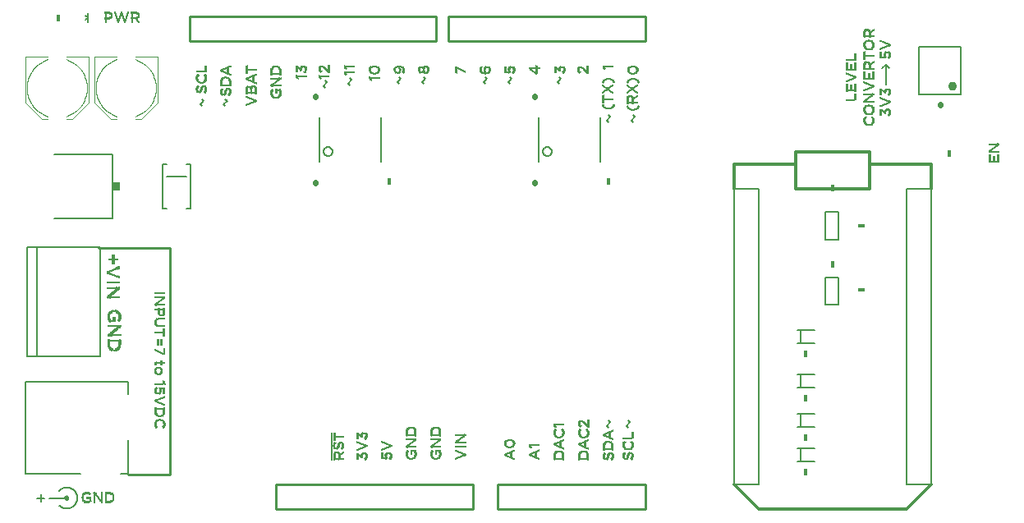
<source format=gto>
G75*
%MOIN*%
%OFA0B0*%
%FSLAX24Y24*%
%IPPOS*%
%LPD*%
%AMOC8*
5,1,8,0,0,1.08239X$1,22.5*
%
%ADD10C,0.0080*%
%ADD11C,0.0100*%
%ADD12R,0.0002X0.0002*%
%ADD13R,0.0002X0.0030*%
%ADD14R,0.0002X0.0002*%
%ADD15R,0.0002X0.0002*%
%ADD16R,0.0002X0.0074*%
%ADD17R,0.0002X0.0002*%
%ADD18R,0.0002X0.0090*%
%ADD19R,0.0002X0.0110*%
%ADD20R,0.0002X0.0068*%
%ADD21R,0.0002X0.0066*%
%ADD22R,0.0002X0.0122*%
%ADD23R,0.0002X0.0070*%
%ADD24R,0.0002X0.0138*%
%ADD25R,0.0002X0.0070*%
%ADD26R,0.0002X0.0134*%
%ADD27R,0.0002X0.0142*%
%ADD28R,0.0002X0.0146*%
%ADD29R,0.0002X0.0154*%
%ADD30R,0.0002X0.0074*%
%ADD31R,0.0002X0.0158*%
%ADD32R,0.0002X0.0166*%
%ADD33R,0.0002X0.0158*%
%ADD34R,0.0002X0.0172*%
%ADD35R,0.0002X0.0078*%
%ADD36R,0.0002X0.0170*%
%ADD37R,0.0002X0.0178*%
%ADD38R,0.0002X0.0076*%
%ADD39R,0.0002X0.0182*%
%ADD40R,0.0002X0.0078*%
%ADD41R,0.0002X0.0178*%
%ADD42R,0.0002X0.0182*%
%ADD43R,0.0002X0.0186*%
%ADD44R,0.0002X0.0188*%
%ADD45R,0.0002X0.0194*%
%ADD46R,0.0002X0.0082*%
%ADD47R,0.0002X0.0194*%
%ADD48R,0.0002X0.0082*%
%ADD49R,0.0002X0.0198*%
%ADD50R,0.0002X0.0200*%
%ADD51R,0.0002X0.0086*%
%ADD52R,0.0002X0.0202*%
%ADD53R,0.0002X0.0202*%
%ADD54R,0.0002X0.0206*%
%ADD55R,0.0002X0.0210*%
%ADD56R,0.0002X0.0214*%
%ADD57R,0.0002X0.0086*%
%ADD58R,0.0002X0.0218*%
%ADD59R,0.0002X0.0218*%
%ADD60R,0.0002X0.0090*%
%ADD61R,0.0002X0.0222*%
%ADD62R,0.0002X0.0224*%
%ADD63R,0.0002X0.0230*%
%ADD64R,0.0002X0.0226*%
%ADD65R,0.0002X0.0228*%
%ADD66R,0.0002X0.0234*%
%ADD67R,0.0002X0.0094*%
%ADD68R,0.0002X0.0238*%
%ADD69R,0.0002X0.0092*%
%ADD70R,0.0002X0.0238*%
%ADD71R,0.0002X0.0094*%
%ADD72R,0.0002X0.0242*%
%ADD73R,0.0002X0.0242*%
%ADD74R,0.0002X0.0250*%
%ADD75R,0.0002X0.0098*%
%ADD76R,0.0002X0.0246*%
%ADD77R,0.0002X0.0098*%
%ADD78R,0.0002X0.0254*%
%ADD79R,0.0002X0.0102*%
%ADD80R,0.0002X0.0258*%
%ADD81R,0.0002X0.0254*%
%ADD82R,0.0002X0.0262*%
%ADD83R,0.0002X0.0260*%
%ADD84R,0.0002X0.0102*%
%ADD85R,0.0002X0.0258*%
%ADD86R,0.0002X0.0266*%
%ADD87R,0.0002X0.0104*%
%ADD88R,0.0002X0.0264*%
%ADD89R,0.0002X0.0106*%
%ADD90R,0.0002X0.0262*%
%ADD91R,0.0002X0.0270*%
%ADD92R,0.0002X0.0268*%
%ADD93R,0.0002X0.0106*%
%ADD94R,0.0002X0.0272*%
%ADD95R,0.0002X0.0266*%
%ADD96R,0.0002X0.0268*%
%ADD97R,0.0002X0.0276*%
%ADD98R,0.0002X0.0108*%
%ADD99R,0.0002X0.0274*%
%ADD100R,0.0002X0.0282*%
%ADD101R,0.0002X0.0274*%
%ADD102R,0.0002X0.0110*%
%ADD103R,0.0002X0.0276*%
%ADD104R,0.0002X0.0282*%
%ADD105R,0.0002X0.0280*%
%ADD106R,0.0002X0.0288*%
%ADD107R,0.0002X0.0114*%
%ADD108R,0.0002X0.0282*%
%ADD109R,0.0002X0.0114*%
%ADD110R,0.0002X0.0290*%
%ADD111R,0.0002X0.0148*%
%ADD112R,0.0002X0.0118*%
%ADD113R,0.0002X0.0290*%
%ADD114R,0.0002X0.0130*%
%ADD115R,0.0002X0.0116*%
%ADD116R,0.0002X0.0126*%
%ADD117R,0.0002X0.0122*%
%ADD118R,0.0002X0.0102*%
%ADD119R,0.0002X0.0118*%
%ADD120R,0.0002X0.0126*%
%ADD121R,0.0002X0.0122*%
%ADD122R,0.0002X0.0102*%
%ADD123R,0.0002X0.0116*%
%ADD124R,0.0002X0.0124*%
%ADD125R,0.0002X0.0096*%
%ADD126R,0.0002X0.0100*%
%ADD127R,0.0002X0.0088*%
%ADD128R,0.0002X0.0094*%
%ADD129R,0.0002X0.0084*%
%ADD130R,0.0002X0.0084*%
%ADD131R,0.0002X0.0130*%
%ADD132R,0.0002X0.0084*%
%ADD133R,0.0002X0.0134*%
%ADD134R,0.0002X0.0132*%
%ADD135R,0.0002X0.0080*%
%ADD136R,0.0002X0.0062*%
%ADD137R,0.0002X0.0066*%
%ADD138R,0.0002X0.0058*%
%ADD139R,0.0002X0.0062*%
%ADD140R,0.0002X0.0138*%
%ADD141R,0.0002X0.0082*%
%ADD142R,0.0002X0.0054*%
%ADD143R,0.0002X0.0142*%
%ADD144R,0.0002X0.0080*%
%ADD145R,0.0002X0.0050*%
%ADD146R,0.0002X0.0082*%
%ADD147R,0.0002X0.0052*%
%ADD148R,0.0002X0.0050*%
%ADD149R,0.0002X0.0042*%
%ADD150R,0.0002X0.0142*%
%ADD151R,0.0002X0.0038*%
%ADD152R,0.0002X0.0042*%
%ADD153R,0.0002X0.0146*%
%ADD154R,0.0002X0.0044*%
%ADD155R,0.0002X0.0076*%
%ADD156R,0.0002X0.0034*%
%ADD157R,0.0002X0.0040*%
%ADD158R,0.0002X0.0032*%
%ADD159R,0.0002X0.0034*%
%ADD160R,0.0002X0.0024*%
%ADD161R,0.0002X0.0148*%
%ADD162R,0.0002X0.0150*%
%ADD163R,0.0002X0.0030*%
%ADD164R,0.0002X0.0026*%
%ADD165R,0.0002X0.0072*%
%ADD166R,0.0002X0.0016*%
%ADD167R,0.0002X0.0074*%
%ADD168R,0.0002X0.0022*%
%ADD169R,0.0002X0.0014*%
%ADD170R,0.0002X0.0018*%
%ADD171R,0.0002X0.0010*%
%ADD172R,0.0002X0.0016*%
%ADD173R,0.0002X0.0074*%
%ADD174R,0.0002X0.0018*%
%ADD175R,0.0002X0.0006*%
%ADD176R,0.0002X0.0008*%
%ADD177R,0.0002X0.0072*%
%ADD178R,0.0002X0.0072*%
%ADD179R,0.0002X0.0094*%
%ADD180R,0.0002X0.0084*%
%ADD181R,0.0002X0.0100*%
%ADD182R,0.0002X0.0096*%
%ADD183R,0.0002X0.0104*%
%ADD184R,0.0002X0.0112*%
%ADD185R,0.0002X0.0184*%
%ADD186R,0.0002X0.0184*%
%ADD187R,0.0002X0.0046*%
%ADD188R,0.0002X0.0054*%
%ADD189R,0.0002X0.0182*%
%ADD190R,0.0002X0.0114*%
%ADD191R,0.0002X0.0180*%
%ADD192R,0.0002X0.0142*%
%ADD193R,0.0002X0.0176*%
%ADD194R,0.0002X0.0254*%
%ADD195R,0.0002X0.0174*%
%ADD196R,0.0002X0.0260*%
%ADD197R,0.0002X0.0170*%
%ADD198R,0.0002X0.0172*%
%ADD199R,0.0002X0.0168*%
%ADD200R,0.0002X0.0166*%
%ADD201R,0.0002X0.0256*%
%ADD202R,0.0002X0.0160*%
%ADD203R,0.0002X0.0252*%
%ADD204R,0.0002X0.0156*%
%ADD205R,0.0002X0.0150*%
%ADD206R,0.0002X0.0154*%
%ADD207R,0.0002X0.0248*%
%ADD208R,0.0002X0.0246*%
%ADD209R,0.0002X0.0144*%
%ADD210R,0.0002X0.0242*%
%ADD211R,0.0002X0.0234*%
%ADD212R,0.0002X0.0232*%
%ADD213R,0.0002X0.0228*%
%ADD214R,0.0002X0.0224*%
%ADD215R,0.0002X0.0216*%
%ADD216R,0.0002X0.0214*%
%ADD217R,0.0002X0.0208*%
%ADD218R,0.0002X0.0068*%
%ADD219R,0.0002X0.0046*%
%ADD220R,0.0002X0.0088*%
%ADD221R,0.0002X0.0270*%
%ADD222R,0.0002X0.0274*%
%ADD223R,0.0002X0.0278*%
%ADD224R,0.0002X0.0256*%
%ADD225R,0.0002X0.0278*%
%ADD226R,0.0002X0.0252*%
%ADD227R,0.0002X0.0250*%
%ADD228R,0.0002X0.0316*%
%ADD229R,0.0002X0.0314*%
%ADD230R,0.0002X0.0154*%
%ADD231R,0.0002X0.0168*%
%ADD232R,0.0002X0.0174*%
%ADD233R,0.0002X0.0190*%
%ADD234R,0.0002X0.0314*%
%ADD235R,0.0002X0.0072*%
%ADD236R,0.0002X0.0316*%
%ADD237R,0.0002X0.0204*%
%ADD238R,0.0002X0.0212*%
%ADD239R,0.0002X0.0210*%
%ADD240R,0.0002X0.0220*%
%ADD241R,0.0002X0.0234*%
%ADD242R,0.0002X0.0232*%
%ADD243R,0.0002X0.0092*%
%ADD244R,0.0002X0.0262*%
%ADD245R,0.0002X0.0262*%
%ADD246R,0.0002X0.0092*%
%ADD247R,0.0002X0.0272*%
%ADD248R,0.0002X0.0282*%
%ADD249R,0.0002X0.0294*%
%ADD250R,0.0002X0.0298*%
%ADD251R,0.0002X0.0300*%
%ADD252R,0.0002X0.0298*%
%ADD253R,0.0002X0.0302*%
%ADD254R,0.0002X0.0306*%
%ADD255R,0.0002X0.0308*%
%ADD256R,0.0002X0.0310*%
%ADD257R,0.0002X0.0308*%
%ADD258R,0.0002X0.0104*%
%ADD259R,0.0002X0.0318*%
%ADD260R,0.0002X0.0322*%
%ADD261R,0.0002X0.0322*%
%ADD262R,0.0002X0.0134*%
%ADD263R,0.0002X0.0122*%
%ADD264R,0.0002X0.0112*%
%ADD265R,0.0002X0.0120*%
%ADD266R,0.0002X0.0124*%
%ADD267R,0.0002X0.0114*%
%ADD268R,0.0002X0.0120*%
%ADD269R,0.0002X0.0112*%
%ADD270R,0.0002X0.0112*%
%ADD271R,0.0002X0.0108*%
%ADD272R,0.0002X0.0124*%
%ADD273R,0.0002X0.0132*%
%ADD274R,0.0002X0.0104*%
%ADD275R,0.0002X0.0128*%
%ADD276R,0.0002X0.0062*%
%ADD277R,0.0002X0.0134*%
%ADD278R,0.0002X0.0048*%
%ADD279R,0.0002X0.0136*%
%ADD280R,0.0002X0.0038*%
%ADD281R,0.0002X0.0136*%
%ADD282R,0.0002X0.0028*%
%ADD283R,0.0002X0.0140*%
%ADD284R,0.0002X0.0026*%
%ADD285R,0.0002X0.0092*%
%ADD286R,0.0002X0.0020*%
%ADD287R,0.0002X0.0144*%
%ADD288R,0.0002X0.0014*%
%ADD289R,0.0002X0.0152*%
%ADD290R,0.0002X0.0152*%
%ADD291R,0.0002X0.0154*%
%ADD292R,0.0002X0.0162*%
%ADD293R,0.0002X0.0164*%
%ADD294R,0.0002X0.0252*%
%ADD295R,0.0002X0.0248*%
%ADD296R,0.0002X0.0244*%
%ADD297R,0.0002X0.0264*%
%ADD298R,0.0002X0.0284*%
%ADD299R,0.0002X0.0286*%
%ADD300R,0.0002X0.0286*%
%ADD301R,0.0002X0.0294*%
%ADD302R,0.0002X0.0296*%
%ADD303R,0.0002X0.0296*%
%ADD304R,0.0002X0.0300*%
%ADD305R,0.0002X0.0302*%
%ADD306R,0.0002X0.0304*%
%ADD307R,0.0002X0.0284*%
%ADD308R,0.0002X0.0306*%
%ADD309R,0.0002X0.0312*%
%ADD310R,0.0002X0.0312*%
%ADD311R,0.0002X0.0318*%
%ADD312R,0.0002X0.0320*%
%ADD313R,0.0002X0.0320*%
%ADD314R,0.0002X0.0162*%
%ADD315R,0.0002X0.0160*%
%ADD316R,0.0002X0.0004*%
%ADD317R,0.0002X0.0012*%
%ADD318R,0.0002X0.0152*%
%ADD319R,0.0002X0.0020*%
%ADD320R,0.0002X0.0024*%
%ADD321R,0.0002X0.0032*%
%ADD322R,0.0002X0.0144*%
%ADD323R,0.0002X0.0034*%
%ADD324R,0.0002X0.0040*%
%ADD325R,0.0002X0.0044*%
%ADD326R,0.0002X0.0060*%
%ADD327R,0.0002X0.0064*%
%ADD328R,0.0002X0.0132*%
%ADD329R,0.0002X0.0124*%
%ADD330R,0.0002X0.0340*%
%ADD331R,0.0002X0.0328*%
%ADD332R,0.0002X0.0342*%
%ADD333R,0.0002X0.0326*%
%ADD334R,0.0002X0.0312*%
%ADD335R,0.0002X0.0326*%
%ADD336R,0.0002X0.0324*%
%ADD337R,0.0002X0.0340*%
%ADD338R,0.0002X0.0322*%
%ADD339R,0.0002X0.0342*%
%ADD340R,0.0002X0.0312*%
%ADD341R,0.0002X0.0288*%
%ADD342R,0.0002X0.0304*%
%ADD343R,0.0002X0.0252*%
%ADD344R,0.0002X0.0292*%
%ADD345R,0.0002X0.0292*%
%ADD346R,0.0002X0.0244*%
%ADD347R,0.0002X0.0240*%
%ADD348R,0.0002X0.0234*%
%ADD349R,0.0002X0.0230*%
%ADD350R,0.0002X0.0222*%
%ADD351R,0.0002X0.0214*%
%ADD352R,0.0002X0.0202*%
%ADD353R,0.0002X0.0242*%
%ADD354R,0.0002X0.0236*%
%ADD355R,0.0002X0.0222*%
%ADD356R,0.0002X0.0208*%
%ADD357R,0.0002X0.0212*%
%ADD358R,0.0002X0.0014*%
%ADD359R,0.0002X0.0012*%
%ADD360R,0.0002X0.0022*%
%ADD361R,0.0002X0.0034*%
%ADD362R,0.0002X0.0036*%
%ADD363R,0.0002X0.0042*%
%ADD364R,0.0002X0.0048*%
%ADD365R,0.0002X0.0056*%
%ADD366R,0.0002X0.0280*%
%ADD367R,0.0002X0.0302*%
%ADD368R,0.0002X0.0332*%
%ADD369R,0.0002X0.0330*%
%ADD370R,0.0002X0.0334*%
%ADD371R,0.0002X0.0336*%
%ADD372R,0.0002X0.0336*%
%ADD373R,0.0002X0.0338*%
%ADD374R,0.0002X0.0348*%
%ADD375R,0.0002X0.0346*%
%ADD376R,0.0002X0.0346*%
%ADD377R,0.0002X0.0342*%
%ADD378R,0.0002X0.0342*%
%ADD379R,0.0002X0.0338*%
%ADD380R,0.0002X0.0334*%
%ADD381R,0.0002X0.0310*%
%ADD382R,0.0002X0.0162*%
%ADD383R,0.0002X0.0156*%
%ADD384R,0.0002X0.0292*%
%ADD385R,0.0002X0.0328*%
%ADD386R,0.0002X0.0324*%
%ADD387R,0.0002X0.0128*%
%ADD388R,0.0002X0.0132*%
%ADD389R,0.0002X0.0164*%
%ADD390R,0.0002X0.0272*%
%ADD391R,0.0002X0.0054*%
%ADD392R,0.0002X0.0056*%
%ADD393R,0.0002X0.0052*%
%ADD394R,0.0002X0.0036*%
%ADD395R,0.0002X0.0236*%
%ADD396R,0.0002X0.0212*%
%ADD397R,0.0002X0.0010*%
%ADD398R,0.0002X0.0006*%
%ADD399R,0.0002X0.0062*%
%ADD400R,0.0002X0.0172*%
%ADD401R,0.0002X0.0064*%
%ADD402R,0.0002X0.0198*%
%ADD403R,0.0002X0.0182*%
%ADD404R,0.0002X0.0174*%
%ADD405R,0.0002X0.0174*%
%ADD406R,0.0002X0.0190*%
%ADD407R,0.0002X0.0188*%
%ADD408R,0.0002X0.0194*%
%ADD409R,0.0002X0.0206*%
%ADD410R,0.0002X0.0214*%
%ADD411R,0.0002X0.0222*%
%ADD412R,0.0002X0.0244*%
%ADD413R,0.0002X0.0294*%
%ADD414R,0.0002X0.0060*%
%ADD415R,0.0002X0.0058*%
%ADD416R,0.0002X0.0044*%
%ADD417R,0.0002X0.0042*%
%ADD418R,0.0002X0.0022*%
%ADD419R,0.0002X0.0032*%
%ADD420R,0.0002X0.0140*%
%ADD421R,0.0002X0.0024*%
%ADD422R,0.0002X0.0022*%
%ADD423R,0.0002X0.0152*%
%ADD424R,0.0002X0.0164*%
%ADD425R,0.0002X0.0186*%
%ADD426R,0.0002X0.0180*%
%ADD427R,0.0002X0.0254*%
%ADD428R,0.0002X0.0226*%
%ADD429R,0.0002X0.0216*%
%ADD430R,0.0002X0.0162*%
%ADD431R,0.0002X0.0004*%
%ADD432R,0.0002X0.0012*%
%ADD433R,0.0002X0.0274*%
%ADD434R,0.0002X0.0196*%
%ADD435R,0.0002X0.0232*%
%ADD436R,0.0002X0.0244*%
%ADD437R,0.0002X0.0204*%
%ADD438R,0.0002X0.0264*%
%ADD439R,0.0002X0.0272*%
%ADD440R,0.0002X0.0294*%
%ADD441R,0.0002X0.0292*%
%ADD442R,0.0002X0.0304*%
%ADD443R,0.0002X0.0314*%
%ADD444R,0.0002X0.0314*%
%ADD445R,0.0002X0.0322*%
%ADD446R,0.0002X0.0324*%
%ADD447R,0.0002X0.0052*%
%ADD448R,0.0002X0.0052*%
%ADD449R,0.0002X0.0014*%
%ADD450R,0.0002X0.0012*%
%ADD451R,0.0002X0.0008*%
%ADD452R,0.0002X0.0334*%
%ADD453R,0.0002X0.0334*%
%ADD454R,0.0002X0.0196*%
%ADD455R,0.0002X0.0200*%
%ADD456R,0.0002X0.0202*%
%ADD457R,0.0002X0.0194*%
%ADD458R,0.0002X0.0028*%
%ADD459R,0.0002X0.0032*%
%ADD460R,0.0002X0.0324*%
%ADD461R,0.0002X0.0284*%
%ADD462R,0.0002X0.0212*%
%ADD463R,0.0002X0.0350*%
%ADD464R,0.0002X0.0330*%
%ADD465R,0.0002X0.0302*%
%ADD466R,0.0002X0.0224*%
%ADD467R,0.0002X0.0232*%
%ADD468R,0.0002X0.0176*%
%ADD469R,0.0002X0.0164*%
%ADD470R,0.0002X0.0192*%
%ADD471R,0.0002X0.0192*%
%ADD472R,0.0002X0.0240*%
%ADD473R,0.0002X0.0344*%
%ADD474R,0.0002X0.0344*%
%ADD475R,0.0002X0.0348*%
%ADD476R,0.0002X0.0350*%
%ADD477R,0.0002X0.0352*%
%ADD478R,0.0002X0.0352*%
%ADD479R,0.0002X0.0354*%
%ADD480R,0.0002X0.0354*%
%ADD481R,0.0002X0.0356*%
%ADD482R,0.0002X0.0356*%
%ADD483R,0.0002X0.0064*%
%ADD484R,0.0002X0.0054*%
%ADD485R,0.0002X0.0284*%
%ADD486R,0.0002X0.0172*%
%ADD487C,0.0060*%
%ADD488R,0.0003X0.0057*%
%ADD489R,0.0003X0.0100*%
%ADD490R,0.0003X0.0127*%
%ADD491R,0.0003X0.0150*%
%ADD492R,0.0003X0.0168*%
%ADD493R,0.0003X0.0090*%
%ADD494R,0.0003X0.0077*%
%ADD495R,0.0003X0.0225*%
%ADD496R,0.0003X0.0185*%
%ADD497R,0.0003X0.0080*%
%ADD498R,0.0003X0.0245*%
%ADD499R,0.0003X0.0200*%
%ADD500R,0.0003X0.0083*%
%ADD501R,0.0003X0.0260*%
%ADD502R,0.0003X0.0215*%
%ADD503R,0.0003X0.0270*%
%ADD504R,0.0003X0.0227*%
%ADD505R,0.0003X0.0085*%
%ADD506R,0.0003X0.0280*%
%ADD507R,0.0003X0.0243*%
%ADD508R,0.0003X0.0088*%
%ADD509R,0.0003X0.0290*%
%ADD510R,0.0003X0.0253*%
%ADD511R,0.0003X0.0297*%
%ADD512R,0.0003X0.0262*%
%ADD513R,0.0003X0.0305*%
%ADD514R,0.0003X0.0272*%
%ADD515R,0.0003X0.0092*%
%ADD516R,0.0003X0.0310*%
%ADD517R,0.0003X0.0285*%
%ADD518R,0.0003X0.0095*%
%ADD519R,0.0003X0.0318*%
%ADD520R,0.0003X0.0295*%
%ADD521R,0.0003X0.0097*%
%ADD522R,0.0003X0.0323*%
%ADD523R,0.0003X0.0302*%
%ADD524R,0.0003X0.0328*%
%ADD525R,0.0003X0.0333*%
%ADD526R,0.0003X0.0320*%
%ADD527R,0.0003X0.0103*%
%ADD528R,0.0003X0.0338*%
%ADD529R,0.0003X0.0105*%
%ADD530R,0.0003X0.0343*%
%ADD531R,0.0003X0.0335*%
%ADD532R,0.0003X0.0107*%
%ADD533R,0.0003X0.0348*%
%ADD534R,0.0003X0.0350*%
%ADD535R,0.0003X0.0110*%
%ADD536R,0.0003X0.0355*%
%ADD537R,0.0003X0.0112*%
%ADD538R,0.0003X0.0360*%
%ADD539R,0.0003X0.0365*%
%ADD540R,0.0003X0.0115*%
%ADD541R,0.0003X0.0362*%
%ADD542R,0.0003X0.0370*%
%ADD543R,0.0003X0.0118*%
%ADD544R,0.0003X0.0367*%
%ADD545R,0.0003X0.0377*%
%ADD546R,0.0003X0.0382*%
%ADD547R,0.0003X0.0120*%
%ADD548R,0.0003X0.0372*%
%ADD549R,0.0003X0.0387*%
%ADD550R,0.0003X0.0123*%
%ADD551R,0.0003X0.0395*%
%ADD552R,0.0003X0.0125*%
%ADD553R,0.0003X0.0380*%
%ADD554R,0.0003X0.0400*%
%ADD555R,0.0003X0.0405*%
%ADD556R,0.0003X0.0385*%
%ADD557R,0.0003X0.0410*%
%ADD558R,0.0003X0.0130*%
%ADD559R,0.0003X0.0418*%
%ADD560R,0.0003X0.0132*%
%ADD561R,0.0003X0.0393*%
%ADD562R,0.0003X0.0420*%
%ADD563R,0.0003X0.0135*%
%ADD564R,0.0003X0.0180*%
%ADD565R,0.0003X0.0398*%
%ADD566R,0.0003X0.0170*%
%ADD567R,0.0003X0.0138*%
%ADD568R,0.0003X0.0160*%
%ADD569R,0.0003X0.0140*%
%ADD570R,0.0003X0.0403*%
%ADD571R,0.0003X0.0155*%
%ADD572R,0.0003X0.0143*%
%ADD573R,0.0003X0.0182*%
%ADD574R,0.0003X0.0145*%
%ADD575R,0.0003X0.0147*%
%ADD576R,0.0003X0.0163*%
%ADD577R,0.0003X0.0152*%
%ADD578R,0.0003X0.0158*%
%ADD579R,0.0003X0.0165*%
%ADD580R,0.0003X0.0173*%
%ADD581R,0.0003X0.0175*%
%ADD582R,0.0003X0.0177*%
%ADD583R,0.0003X0.0187*%
%ADD584R,0.0003X0.0190*%
%ADD585R,0.0003X0.0192*%
%ADD586R,0.0003X0.0195*%
%ADD587R,0.0003X0.0198*%
%ADD588R,0.0003X0.0203*%
%ADD589R,0.0003X0.0205*%
%ADD590R,0.0003X0.0222*%
%ADD591R,0.0003X0.0003*%
%ADD592R,0.0003X0.0005*%
%ADD593R,0.0003X0.0010*%
%ADD594R,0.0003X0.0015*%
%ADD595R,0.0003X0.0020*%
%ADD596R,0.0003X0.0025*%
%ADD597R,0.0003X0.0030*%
%ADD598R,0.0003X0.0037*%
%ADD599R,0.0003X0.0043*%
%ADD600R,0.0003X0.0047*%
%ADD601R,0.0003X0.0053*%
%ADD602R,0.0003X0.0060*%
%ADD603R,0.0003X0.0065*%
%ADD604R,0.0003X0.0073*%
%ADD605R,0.0003X0.0390*%
%ADD606R,0.0003X0.0375*%
%ADD607R,0.0003X0.0352*%
%ADD608R,0.0003X0.0330*%
%ADD609R,0.0003X0.0315*%
%ADD610R,0.0003X0.0250*%
%ADD611R,0.0003X0.0240*%
%ADD612R,0.0003X0.0283*%
%ADD613R,0.0003X0.0063*%
%ADD614R,0.0002X0.0144*%
%ADD615R,0.0064X0.0002*%
%ADD616R,0.0064X0.0002*%
%ADD617R,0.0072X0.0002*%
%ADD618R,0.0068X0.0002*%
%ADD619R,0.0072X0.0002*%
%ADD620R,0.0088X0.0002*%
%ADD621R,0.0072X0.0002*%
%ADD622R,0.0068X0.0002*%
%ADD623R,0.0072X0.0002*%
%ADD624R,0.0086X0.0002*%
%ADD625R,0.0088X0.0002*%
%ADD626R,0.0086X0.0002*%
%ADD627R,0.0076X0.0002*%
%ADD628R,0.0076X0.0002*%
%ADD629R,0.0078X0.0002*%
%ADD630R,0.0080X0.0002*%
%ADD631R,0.0082X0.0002*%
%ADD632R,0.0082X0.0002*%
%ADD633R,0.0084X0.0002*%
%ADD634R,0.0084X0.0002*%
%ADD635R,0.0092X0.0002*%
%ADD636R,0.0092X0.0002*%
%ADD637R,0.0096X0.0002*%
%ADD638R,0.0096X0.0002*%
%ADD639R,0.0100X0.0002*%
%ADD640R,0.0100X0.0002*%
%ADD641R,0.0104X0.0002*%
%ADD642R,0.0104X0.0002*%
%ADD643R,0.0108X0.0002*%
%ADD644R,0.0108X0.0002*%
%ADD645R,0.0112X0.0002*%
%ADD646R,0.0112X0.0002*%
%ADD647R,0.0116X0.0002*%
%ADD648R,0.0116X0.0002*%
%ADD649R,0.0120X0.0002*%
%ADD650R,0.0120X0.0002*%
%ADD651R,0.0124X0.0002*%
%ADD652R,0.0124X0.0002*%
%ADD653R,0.0128X0.0002*%
%ADD654R,0.0130X0.0002*%
%ADD655R,0.0132X0.0002*%
%ADD656R,0.0132X0.0002*%
%ADD657R,0.0134X0.0002*%
%ADD658R,0.0136X0.0002*%
%ADD659R,0.0136X0.0002*%
%ADD660R,0.0138X0.0002*%
%ADD661R,0.0140X0.0002*%
%ADD662R,0.0140X0.0002*%
%ADD663R,0.0142X0.0002*%
%ADD664R,0.0070X0.0002*%
%ADD665R,0.0070X0.0002*%
%ADD666R,0.0074X0.0002*%
%ADD667R,0.0074X0.0002*%
%ADD668R,0.0074X0.0002*%
%ADD669R,0.0174X0.0002*%
%ADD670R,0.0192X0.0002*%
%ADD671R,0.0204X0.0002*%
%ADD672R,0.0212X0.0002*%
%ADD673R,0.0220X0.0002*%
%ADD674R,0.0226X0.0002*%
%ADD675R,0.0074X0.0002*%
%ADD676R,0.0232X0.0002*%
%ADD677R,0.0252X0.0002*%
%ADD678R,0.0238X0.0002*%
%ADD679R,0.0250X0.0002*%
%ADD680R,0.0242X0.0002*%
%ADD681R,0.0248X0.0002*%
%ADD682R,0.0246X0.0002*%
%ADD683R,0.0248X0.0002*%
%ADD684R,0.0246X0.0002*%
%ADD685R,0.0254X0.0002*%
%ADD686R,0.0244X0.0002*%
%ADD687R,0.0258X0.0002*%
%ADD688R,0.0244X0.0002*%
%ADD689R,0.0262X0.0002*%
%ADD690R,0.0264X0.0002*%
%ADD691R,0.0254X0.0002*%
%ADD692R,0.0268X0.0002*%
%ADD693R,0.0260X0.0002*%
%ADD694R,0.0270X0.0002*%
%ADD695R,0.0266X0.0002*%
%ADD696R,0.0274X0.0002*%
%ADD697R,0.0270X0.0002*%
%ADD698R,0.0276X0.0002*%
%ADD699R,0.0274X0.0002*%
%ADD700R,0.0278X0.0002*%
%ADD701R,0.0280X0.0002*%
%ADD702R,0.0282X0.0002*%
%ADD703R,0.0282X0.0002*%
%ADD704R,0.0284X0.0002*%
%ADD705R,0.0286X0.0002*%
%ADD706R,0.0288X0.0002*%
%ADD707R,0.0292X0.0002*%
%ADD708R,0.0290X0.0002*%
%ADD709R,0.0294X0.0002*%
%ADD710R,0.0290X0.0002*%
%ADD711R,0.0296X0.0002*%
%ADD712R,0.0292X0.0002*%
%ADD713R,0.0300X0.0002*%
%ADD714R,0.0294X0.0002*%
%ADD715R,0.0302X0.0002*%
%ADD716R,0.0304X0.0002*%
%ADD717R,0.0298X0.0002*%
%ADD718R,0.0306X0.0002*%
%ADD719R,0.0300X0.0002*%
%ADD720R,0.0308X0.0002*%
%ADD721R,0.0310X0.0002*%
%ADD722R,0.0302X0.0002*%
%ADD723R,0.0312X0.0002*%
%ADD724R,0.0304X0.0002*%
%ADD725R,0.0314X0.0002*%
%ADD726R,0.0128X0.0002*%
%ADD727R,0.0316X0.0002*%
%ADD728R,0.0118X0.0002*%
%ADD729R,0.0318X0.0002*%
%ADD730R,0.0112X0.0002*%
%ADD731R,0.0318X0.0002*%
%ADD732R,0.0106X0.0002*%
%ADD733R,0.0320X0.0002*%
%ADD734R,0.0322X0.0002*%
%ADD735R,0.0122X0.0002*%
%ADD736R,0.0098X0.0002*%
%ADD737R,0.0114X0.0002*%
%ADD738R,0.0094X0.0002*%
%ADD739R,0.0094X0.0002*%
%ADD740R,0.0104X0.0002*%
%ADD741R,0.0090X0.0002*%
%ADD742R,0.0090X0.0002*%
%ADD743R,0.0094X0.0002*%
%ADD744R,0.0082X0.0002*%
%ADD745R,0.0084X0.0002*%
%ADD746R,0.0082X0.0002*%
%ADD747R,0.0080X0.0002*%
%ADD748R,0.0078X0.0002*%
%ADD749R,0.0138X0.0002*%
%ADD750R,0.0134X0.0002*%
%ADD751R,0.0130X0.0002*%
%ADD752R,0.0126X0.0002*%
%ADD753R,0.0122X0.0002*%
%ADD754R,0.0092X0.0002*%
%ADD755R,0.0094X0.0002*%
%ADD756R,0.0118X0.0002*%
%ADD757R,0.0092X0.0002*%
%ADD758R,0.0102X0.0002*%
%ADD759R,0.0114X0.0002*%
%ADD760R,0.0110X0.0002*%
%ADD761R,0.0110X0.0002*%
%ADD762R,0.0328X0.0002*%
%ADD763R,0.0326X0.0002*%
%ADD764R,0.0304X0.0002*%
%ADD765R,0.0324X0.0002*%
%ADD766R,0.0324X0.0002*%
%ADD767R,0.0102X0.0002*%
%ADD768R,0.0320X0.0002*%
%ADD769R,0.0298X0.0002*%
%ADD770R,0.0296X0.0002*%
%ADD771R,0.0316X0.0002*%
%ADD772R,0.0292X0.0002*%
%ADD773R,0.0314X0.0002*%
%ADD774R,0.0286X0.0002*%
%ADD775R,0.0284X0.0002*%
%ADD776R,0.0282X0.0002*%
%ADD777R,0.0306X0.0002*%
%ADD778R,0.0280X0.0002*%
%ADD779R,0.0302X0.0002*%
%ADD780R,0.0278X0.0002*%
%ADD781R,0.0276X0.0002*%
%ADD782R,0.0272X0.0002*%
%ADD783R,0.0264X0.0002*%
%ADD784R,0.0260X0.0002*%
%ADD785R,0.0256X0.0002*%
%ADD786R,0.0252X0.0002*%
%ADD787R,0.0272X0.0002*%
%ADD788R,0.0244X0.0002*%
%ADD789R,0.0240X0.0002*%
%ADD790R,0.0262X0.0002*%
%ADD791R,0.0234X0.0002*%
%ADD792R,0.0228X0.0002*%
%ADD793R,0.0222X0.0002*%
%ADD794R,0.0236X0.0002*%
%ADD795R,0.0202X0.0002*%
%ADD796R,0.0226X0.0002*%
%ADD797R,0.0186X0.0002*%
%ADD798R,0.0208X0.0002*%
%ADD799R,0.0002X0.0192*%
%ADD800R,0.0002X0.0184*%
%ADD801R,0.0002X0.0264*%
%ADD802R,0.0002X0.0004*%
%ADD803R,0.0002X0.0024*%
%ADD804R,0.0002X0.0192*%
%ADD805R,0.0002X0.0220*%
%ADD806R,0.0030X0.0002*%
%ADD807R,0.0122X0.0002*%
%ADD808R,0.0062X0.0002*%
%ADD809R,0.0172X0.0002*%
%ADD810R,0.0150X0.0002*%
%ADD811R,0.0198X0.0002*%
%ADD812R,0.0158X0.0002*%
%ADD813R,0.0066X0.0002*%
%ADD814R,0.0208X0.0002*%
%ADD815R,0.0178X0.0002*%
%ADD816R,0.0218X0.0002*%
%ADD817R,0.0182X0.0002*%
%ADD818R,0.0224X0.0002*%
%ADD819R,0.0194X0.0002*%
%ADD820R,0.0234X0.0002*%
%ADD821R,0.0214X0.0002*%
%ADD822R,0.0222X0.0002*%
%ADD823R,0.0230X0.0002*%
%ADD824R,0.0254X0.0002*%
%ADD825R,0.0234X0.0002*%
%ADD826R,0.0256X0.0002*%
%ADD827R,0.0266X0.0002*%
%ADD828R,0.0250X0.0002*%
%ADD829R,0.0268X0.0002*%
%ADD830R,0.0282X0.0002*%
%ADD831R,0.0098X0.0002*%
%ADD832R,0.0322X0.0002*%
%ADD833R,0.0102X0.0002*%
%ADD834R,0.0102X0.0002*%
%ADD835R,0.0332X0.0002*%
%ADD836R,0.0336X0.0002*%
%ADD837R,0.0338X0.0002*%
%ADD838R,0.0142X0.0002*%
%ADD839R,0.0144X0.0002*%
%ADD840R,0.0112X0.0002*%
%ADD841R,0.0106X0.0002*%
%ADD842R,0.0126X0.0002*%
%ADD843R,0.0142X0.0002*%
%ADD844R,0.0144X0.0002*%
%ADD845R,0.0146X0.0002*%
%ADD846R,0.0148X0.0002*%
%ADD847R,0.0152X0.0002*%
%ADD848R,0.0152X0.0002*%
%ADD849R,0.0156X0.0002*%
%ADD850R,0.0156X0.0002*%
%ADD851R,0.0158X0.0002*%
%ADD852R,0.0160X0.0002*%
%ADD853R,0.0162X0.0002*%
%ADD854R,0.0084X0.0002*%
%ADD855R,0.0178X0.0002*%
%ADD856R,0.0164X0.0002*%
%ADD857R,0.0162X0.0002*%
%ADD858R,0.0154X0.0002*%
%ADD859R,0.0154X0.0002*%
%ADD860R,0.0004X0.0002*%
%ADD861R,0.0148X0.0002*%
%ADD862R,0.0012X0.0002*%
%ADD863R,0.0012X0.0002*%
%ADD864R,0.0146X0.0002*%
%ADD865R,0.0020X0.0002*%
%ADD866R,0.0022X0.0002*%
%ADD867R,0.0026X0.0002*%
%ADD868R,0.0034X0.0002*%
%ADD869R,0.0038X0.0002*%
%ADD870R,0.0046X0.0002*%
%ADD871R,0.0050X0.0002*%
%ADD872R,0.0056X0.0002*%
%ADD873R,0.0060X0.0002*%
%ADD874R,0.0066X0.0002*%
%ADD875R,0.0142X0.0002*%
%ADD876R,0.0134X0.0002*%
%ADD877R,0.0312X0.0002*%
%ADD878R,0.0308X0.0002*%
%ADD879R,0.0312X0.0002*%
%ADD880R,0.0310X0.0002*%
%ADD881R,0.0294X0.0002*%
%ADD882R,0.0292X0.0002*%
%ADD883R,0.0274X0.0002*%
%ADD884R,0.0262X0.0002*%
%ADD885R,0.0258X0.0002*%
%ADD886R,0.0272X0.0002*%
%ADD887R,0.0264X0.0002*%
%ADD888R,0.0234X0.0002*%
%ADD889R,0.0220X0.0002*%
%ADD890R,0.0210X0.0002*%
%ADD891R,0.0204X0.0002*%
%ADD892R,0.0242X0.0002*%
%ADD893R,0.0194X0.0002*%
%ADD894R,0.0232X0.0002*%
%ADD895R,0.0186X0.0002*%
%ADD896R,0.0174X0.0002*%
%ADD897R,0.0216X0.0002*%
%ADD898R,0.0166X0.0002*%
%ADD899R,0.0154X0.0002*%
%ADD900R,0.0196X0.0002*%
%ADD901R,0.0122X0.0002*%
%ADD902R,0.0002X0.0184*%
%ADD903R,0.0002X0.0064*%
%ADD904C,0.0120*%
%ADD905R,0.0300X0.0340*%
%ADD906C,0.0040*%
%ADD907R,0.0180X0.0300*%
%ADD908C,0.0362*%
%ADD909C,0.0220*%
%ADD910R,0.0300X0.0180*%
D10*
X027060Y004804D02*
X027060Y004816D01*
X029305Y004816D01*
X027060Y004816D02*
X027060Y008556D01*
X031234Y008556D01*
X031234Y008044D01*
X030094Y009594D02*
X027534Y009594D01*
X027534Y014004D01*
X030094Y014004D01*
X030094Y009594D01*
X027534Y009594D02*
X027141Y009594D01*
X027141Y014004D01*
X027534Y014004D01*
X028230Y015193D02*
X030590Y015193D01*
X030590Y017773D01*
X028230Y017773D01*
X032619Y017389D02*
X032796Y017389D01*
X032619Y017389D02*
X032619Y015578D01*
X032796Y015578D01*
X033584Y015578D02*
X033761Y015578D01*
X033761Y017389D01*
X033584Y017389D01*
X033584Y016877D02*
X032796Y016877D01*
X034230Y019743D02*
X034160Y019813D01*
X034300Y019953D01*
X034230Y020023D01*
X035110Y019813D02*
X035250Y019953D01*
X035180Y020023D01*
X035110Y019813D02*
X035180Y019743D01*
X039160Y020563D02*
X039300Y020703D01*
X039230Y020773D01*
X039160Y020563D02*
X039230Y020493D01*
X040160Y020663D02*
X040300Y020803D01*
X040230Y020873D01*
X040160Y020663D02*
X040230Y020593D01*
X042160Y020713D02*
X042230Y020643D01*
X042160Y020713D02*
X042300Y020853D01*
X042230Y020923D01*
X043160Y020713D02*
X043230Y020643D01*
X043160Y020713D02*
X043300Y020853D01*
X043230Y020923D01*
X045660Y020713D02*
X045730Y020643D01*
X045660Y020713D02*
X045800Y020853D01*
X045730Y020923D01*
X046660Y020713D02*
X046800Y020853D01*
X046730Y020923D01*
X046660Y020713D02*
X046730Y020643D01*
X048660Y020713D02*
X048800Y020853D01*
X048730Y020923D01*
X048660Y020713D02*
X048730Y020643D01*
X050730Y019373D02*
X050800Y019303D01*
X050660Y019163D01*
X050730Y019093D01*
X051660Y019163D02*
X051800Y019303D01*
X051730Y019373D01*
X051660Y019163D02*
X051730Y019093D01*
X061840Y021283D02*
X061990Y021433D01*
X062140Y021283D01*
X061990Y021433D02*
X061990Y020633D01*
X063344Y020219D02*
X065036Y020219D01*
X065036Y022148D01*
X063344Y022148D01*
X063344Y020219D01*
X063840Y016383D02*
X063840Y004383D01*
X062840Y004383D01*
X062840Y016383D01*
X063840Y016383D01*
X056840Y016383D02*
X056840Y004383D01*
X055840Y004383D01*
X055840Y016383D01*
X056840Y016383D01*
X058386Y010639D02*
X058543Y010639D01*
X058543Y010127D01*
X059094Y010127D01*
X058543Y010127D02*
X058386Y010127D01*
X058543Y010639D02*
X059094Y010639D01*
X059094Y008839D02*
X058543Y008839D01*
X058543Y008327D01*
X059094Y008327D01*
X058543Y008327D02*
X058386Y008327D01*
X058386Y008839D02*
X058543Y008839D01*
X058543Y007239D02*
X058543Y006727D01*
X059094Y006727D01*
X058543Y006727D02*
X058386Y006727D01*
X058386Y007239D02*
X058543Y007239D01*
X059094Y007239D01*
X059094Y005839D02*
X058543Y005839D01*
X058543Y005327D01*
X059094Y005327D01*
X058543Y005327D02*
X058386Y005327D01*
X058386Y005839D02*
X058543Y005839D01*
X051600Y006903D02*
X051460Y006763D01*
X051530Y006693D01*
X051600Y006903D02*
X051530Y006973D01*
X050800Y006903D02*
X050730Y006973D01*
X050800Y006903D02*
X050660Y006763D01*
X050730Y006693D01*
X031234Y006194D02*
X031234Y004816D01*
X030919Y004816D01*
X028790Y003833D02*
X028040Y003833D01*
X027840Y003833D02*
X027540Y003833D01*
X027690Y003683D02*
X027690Y003983D01*
X028669Y003833D02*
X028671Y003849D01*
X028677Y003865D01*
X028686Y003879D01*
X028698Y003890D01*
X028712Y003898D01*
X028728Y003903D01*
X028744Y003904D01*
X028760Y003901D01*
X028775Y003894D01*
X028789Y003885D01*
X028799Y003872D01*
X028807Y003857D01*
X028811Y003841D01*
X028811Y003825D01*
X028807Y003809D01*
X028799Y003794D01*
X028789Y003781D01*
X028776Y003772D01*
X028760Y003765D01*
X028744Y003762D01*
X028728Y003763D01*
X028712Y003768D01*
X028698Y003776D01*
X028686Y003787D01*
X028677Y003801D01*
X028671Y003817D01*
X028669Y003833D01*
X028440Y003533D02*
X028470Y003506D01*
X028503Y003481D01*
X028538Y003460D01*
X028575Y003443D01*
X028613Y003429D01*
X028652Y003418D01*
X028693Y003412D01*
X028733Y003409D01*
X028774Y003410D01*
X028814Y003416D01*
X028854Y003425D01*
X028893Y003437D01*
X028930Y003454D01*
X028966Y003474D01*
X028999Y003497D01*
X029030Y003524D01*
X029058Y003553D01*
X029084Y003585D01*
X029106Y003619D01*
X029125Y003655D01*
X029140Y003693D01*
X029152Y003732D01*
X029160Y003772D01*
X029164Y003813D01*
X029164Y003853D01*
X029160Y003894D01*
X029152Y003934D01*
X029140Y003973D01*
X029125Y004011D01*
X029106Y004047D01*
X029084Y004081D01*
X029058Y004113D01*
X029030Y004142D01*
X028999Y004169D01*
X028966Y004192D01*
X028930Y004212D01*
X028893Y004229D01*
X028854Y004241D01*
X028814Y004250D01*
X028774Y004256D01*
X028733Y004257D01*
X028693Y004254D01*
X028652Y004248D01*
X028613Y004237D01*
X028575Y004223D01*
X028538Y004206D01*
X028503Y004185D01*
X028470Y004160D01*
X028440Y004133D01*
X029607Y023152D02*
X029607Y023333D01*
X029485Y023241D01*
X029607Y023333D02*
X029607Y023514D01*
X029485Y023419D02*
X029601Y023343D01*
D11*
X033740Y023383D02*
X043740Y023383D01*
X043740Y022383D01*
X033740Y022383D01*
X033740Y023383D01*
X044240Y023383D02*
X044240Y022383D01*
X052240Y022383D01*
X052240Y023383D01*
X044240Y023383D01*
X032940Y013983D02*
X030040Y013983D01*
X032940Y013983D02*
X032940Y004783D01*
X031240Y004783D01*
X037240Y004383D02*
X037240Y003383D01*
X045240Y003383D01*
X045240Y004383D01*
X037240Y004383D01*
X046240Y004383D02*
X046240Y003383D01*
X052240Y003383D01*
X052240Y004383D01*
X046240Y004383D01*
D12*
X043932Y005495D03*
X043942Y005521D03*
X043952Y005559D03*
X043886Y005581D03*
X043882Y005561D03*
X043886Y005629D03*
X043632Y005715D03*
X043592Y005639D03*
X043522Y005645D03*
X043522Y005649D03*
X043522Y005561D03*
X042952Y005559D03*
X042942Y005521D03*
X042932Y005495D03*
X042882Y005561D03*
X042886Y005581D03*
X042886Y005629D03*
X042632Y005715D03*
X042592Y005639D03*
X042522Y005645D03*
X042522Y005649D03*
X042522Y005561D03*
X041946Y005595D03*
X041876Y005581D03*
X041886Y005555D03*
X041946Y005471D03*
X041942Y005459D03*
X041762Y005451D03*
X041752Y005481D03*
X041686Y005491D03*
X041746Y005551D03*
X040946Y005589D03*
X040886Y005505D03*
X040592Y005499D03*
X040592Y005495D03*
X040592Y005491D03*
X040592Y005479D03*
X040592Y005475D03*
X040592Y005471D03*
X040592Y005459D03*
X040592Y005455D03*
X040592Y005451D03*
X040592Y005439D03*
X040592Y005435D03*
X040592Y005431D03*
X040592Y005419D03*
X040592Y005415D03*
X040592Y005411D03*
X040592Y005399D03*
X040592Y005395D03*
X040592Y005511D03*
X040592Y005515D03*
X040592Y005519D03*
X040592Y005531D03*
X040592Y005535D03*
X040592Y005539D03*
X040592Y005551D03*
X040592Y005555D03*
X040592Y005559D03*
X040592Y005571D03*
X039888Y005831D03*
X040592Y006219D03*
X040592Y006231D03*
X040592Y006235D03*
X040592Y006239D03*
X040592Y006251D03*
X040592Y006255D03*
X040592Y006259D03*
X040592Y006271D03*
X040592Y006275D03*
X040592Y006279D03*
X040592Y006291D03*
X040592Y006295D03*
X040592Y006299D03*
X040592Y006311D03*
X040592Y006315D03*
X040592Y006319D03*
X040592Y006331D03*
X040592Y006335D03*
X040592Y006339D03*
X040592Y006351D03*
X040592Y006355D03*
X040592Y006359D03*
X040592Y006371D03*
X040592Y006375D03*
X040592Y006379D03*
X040592Y006391D03*
X040712Y006419D03*
X040762Y006365D03*
X040952Y006391D03*
X040952Y006311D03*
X040876Y006195D03*
X042946Y006521D03*
X042946Y006525D03*
X042946Y006529D03*
X042926Y006605D03*
X042536Y006575D03*
X042532Y006559D03*
X043532Y006559D03*
X043536Y006575D03*
X043926Y006605D03*
X043946Y006529D03*
X043946Y006525D03*
X043946Y006521D03*
X047532Y005931D03*
X047546Y005889D03*
X047602Y005929D03*
X047616Y005879D03*
X048532Y005595D03*
X048596Y005559D03*
X048606Y005601D03*
X048866Y005605D03*
X048876Y005571D03*
X048942Y005589D03*
X048946Y005565D03*
X048946Y005561D03*
X049876Y005569D03*
X049946Y005559D03*
X049946Y005555D03*
X050522Y005549D03*
X050522Y005545D03*
X050522Y005541D03*
X050522Y005501D03*
X050586Y005521D03*
X050692Y005511D03*
X050702Y005545D03*
X050706Y005561D03*
X050782Y005561D03*
X050936Y005439D03*
X051332Y005551D03*
X051332Y005555D03*
X051402Y005565D03*
X051352Y005631D03*
X051526Y005605D03*
X051512Y005555D03*
X051696Y005519D03*
X051756Y005479D03*
X051762Y005569D03*
X051752Y005899D03*
X051756Y005911D03*
X051696Y005959D03*
X051696Y005995D03*
X051696Y005999D03*
X051762Y006021D03*
X051342Y006065D03*
X051332Y005939D03*
X051346Y005889D03*
X050946Y005949D03*
X050942Y005981D03*
X050596Y005951D03*
X049952Y006421D03*
X049956Y006461D03*
X049956Y006465D03*
X049952Y006505D03*
X049952Y006509D03*
X049832Y006585D03*
X049882Y006795D03*
X049882Y006799D03*
X049882Y006811D03*
X049882Y006815D03*
X049882Y006819D03*
X049882Y006831D03*
X049882Y006835D03*
X049882Y006839D03*
X049882Y006851D03*
X049882Y006855D03*
X049882Y006859D03*
X049882Y006871D03*
X049882Y006875D03*
X049882Y006879D03*
X049882Y006891D03*
X049882Y006895D03*
X049882Y006899D03*
X049882Y006911D03*
X049882Y006915D03*
X049882Y006919D03*
X049882Y006931D03*
X049882Y006935D03*
X049882Y006939D03*
X049882Y006951D03*
X049882Y006955D03*
X049882Y006959D03*
X049882Y006971D03*
X049882Y006975D03*
X049882Y006979D03*
X049526Y006799D03*
X049522Y006511D03*
X049592Y006429D03*
X048952Y006511D03*
X048886Y006489D03*
X048886Y006485D03*
X048886Y006449D03*
X048946Y006401D03*
X048522Y006429D03*
X048606Y006745D03*
X032438Y006707D03*
X030484Y004045D03*
X030454Y003979D03*
X030450Y003979D03*
X030434Y003979D03*
X030430Y003979D03*
X030414Y003979D03*
X030410Y003979D03*
X030394Y003979D03*
X030390Y003979D03*
X030530Y003963D03*
X030554Y003643D03*
X030524Y003633D03*
X030504Y003629D03*
X029694Y003655D03*
X029610Y003623D03*
X029534Y003619D03*
X029514Y003979D03*
X029540Y003985D03*
X029544Y003985D03*
X029564Y003985D03*
X029590Y003983D03*
X029620Y003973D03*
X029504Y004049D03*
X061106Y019101D03*
X061102Y019121D03*
X061102Y019125D03*
X061102Y019181D03*
X061102Y019185D03*
X061106Y019209D03*
X061222Y019269D03*
X061466Y019181D03*
X061466Y019125D03*
X061536Y019131D03*
X061536Y019171D03*
X061536Y019175D03*
X061536Y019179D03*
X061526Y019229D03*
X061532Y019535D03*
X061536Y019559D03*
X061536Y019611D03*
X061532Y019635D03*
X061526Y019661D03*
X061462Y019629D03*
X061466Y019561D03*
X061462Y019545D03*
X061182Y019529D03*
X061112Y019515D03*
X061102Y019561D03*
X061106Y019641D03*
X061172Y019615D03*
X061962Y019555D03*
X062012Y019489D03*
X062136Y019461D03*
X062136Y019521D03*
X062202Y019539D03*
X062206Y019515D03*
X062206Y019511D03*
X062206Y019475D03*
X062206Y019471D03*
X062086Y020205D03*
X062132Y020269D03*
X062196Y020241D03*
X062206Y020291D03*
X062206Y020295D03*
X062206Y020331D03*
X062206Y020335D03*
X062202Y020359D03*
X062022Y020351D03*
X062012Y020309D03*
X061176Y021299D03*
X061176Y021311D03*
X061176Y021315D03*
X061176Y021319D03*
X061176Y021331D03*
X061176Y021335D03*
X061176Y021339D03*
X061176Y021351D03*
X061176Y021355D03*
X061176Y021359D03*
X061176Y021371D03*
X061176Y021375D03*
X061176Y021379D03*
X061176Y021391D03*
X061176Y021395D03*
X061176Y021399D03*
X061176Y021411D03*
X061182Y021441D03*
X061312Y021439D03*
X061316Y021419D03*
X061932Y021795D03*
X062202Y021761D03*
X062206Y021785D03*
X062206Y021789D03*
X062206Y021829D03*
X062196Y021879D03*
X061536Y022195D03*
X061536Y022199D03*
X061536Y022239D03*
X061532Y022271D03*
X061466Y022249D03*
X061172Y022191D03*
X061106Y022169D03*
X061102Y022249D03*
X061176Y022611D03*
X061176Y022615D03*
X061176Y022619D03*
X061176Y022631D03*
X061176Y022635D03*
X061176Y022639D03*
X061176Y022651D03*
X061176Y022655D03*
X061176Y022659D03*
X061176Y022671D03*
X061176Y022675D03*
X061176Y022679D03*
X061176Y022691D03*
X061176Y022695D03*
X061176Y022699D03*
X061176Y022711D03*
X061176Y022715D03*
X061176Y022719D03*
X061112Y022755D03*
X061116Y022775D03*
X061352Y022815D03*
X051952Y021167D03*
X051592Y021171D03*
X051586Y021193D03*
X051586Y021197D03*
X051586Y021201D03*
X051586Y021213D03*
X051522Y021237D03*
X050610Y021269D03*
X050600Y021303D03*
X050534Y021293D03*
X049850Y021291D03*
X049850Y021287D03*
X049850Y021283D03*
X049850Y021271D03*
X049850Y021267D03*
X049850Y021263D03*
X049850Y021251D03*
X049850Y021247D03*
X049850Y021243D03*
X049850Y021231D03*
X049850Y021227D03*
X049850Y021223D03*
X049850Y021211D03*
X049850Y021207D03*
X049850Y021203D03*
X049850Y021191D03*
X049850Y021187D03*
X049850Y021183D03*
X049850Y021171D03*
X049850Y021167D03*
X049850Y021303D03*
X049850Y021307D03*
X049850Y021311D03*
X049850Y021323D03*
X049850Y021327D03*
X049850Y021331D03*
X049850Y021343D03*
X049850Y021347D03*
X049850Y021351D03*
X049490Y021191D03*
X048986Y021173D03*
X048966Y021113D03*
X048916Y021175D03*
X048740Y021259D03*
X048750Y021293D03*
X048626Y021253D03*
X048626Y021249D03*
X048626Y021245D03*
X048626Y021233D03*
X048626Y021229D03*
X048626Y021225D03*
X048626Y021213D03*
X048626Y021209D03*
X048626Y021205D03*
X048626Y021193D03*
X048626Y021189D03*
X048626Y021185D03*
X048626Y021173D03*
X048626Y021169D03*
X048626Y021165D03*
X048626Y021153D03*
X048626Y021149D03*
X048626Y021145D03*
X048626Y021133D03*
X048626Y021129D03*
X048626Y021125D03*
X048626Y021113D03*
X048626Y021109D03*
X048626Y021105D03*
X048626Y021093D03*
X048626Y021089D03*
X048626Y021085D03*
X047794Y021111D03*
X047794Y021123D03*
X047794Y021127D03*
X047794Y021131D03*
X047794Y021143D03*
X047794Y021147D03*
X047794Y021151D03*
X047794Y021163D03*
X047794Y021167D03*
X047794Y021171D03*
X047794Y021183D03*
X047794Y021187D03*
X047794Y021191D03*
X047794Y021203D03*
X047794Y021207D03*
X047794Y021211D03*
X047794Y021223D03*
X047794Y021227D03*
X047794Y021231D03*
X047794Y021323D03*
X047794Y021327D03*
X047794Y021331D03*
X047794Y021343D03*
X047794Y021347D03*
X047794Y021351D03*
X047794Y021363D03*
X047794Y021367D03*
X047794Y021371D03*
X046950Y021245D03*
X046950Y021165D03*
X046940Y021131D03*
X046744Y021179D03*
X046680Y021179D03*
X045744Y021191D03*
X045744Y021223D03*
X045684Y021187D03*
X045688Y021271D03*
X045624Y021311D03*
X045534Y021297D03*
X045588Y021227D03*
X045588Y021223D03*
X045524Y021187D03*
X045528Y021171D03*
X044590Y021171D03*
X044590Y021175D03*
X044590Y021179D03*
X044590Y021191D03*
X044590Y021195D03*
X044590Y021199D03*
X044590Y021211D03*
X044590Y021215D03*
X044590Y021219D03*
X044590Y021231D03*
X044590Y021235D03*
X044590Y021239D03*
X044590Y021251D03*
X044590Y021255D03*
X044590Y021259D03*
X044590Y021159D03*
X044590Y021155D03*
X044590Y021151D03*
X044590Y021139D03*
X044590Y021135D03*
X044590Y021131D03*
X044590Y021119D03*
X044590Y021115D03*
X044590Y021111D03*
X044590Y021099D03*
X044590Y021095D03*
X044590Y021091D03*
X044590Y021079D03*
X044590Y021075D03*
X044590Y021071D03*
X043462Y021187D03*
X043462Y021243D03*
X043276Y021237D03*
X043276Y021193D03*
X043042Y021147D03*
X043032Y021193D03*
X043032Y021197D03*
X043032Y021233D03*
X043032Y021237D03*
X043036Y021261D03*
X042468Y021259D03*
X042474Y021161D03*
X042454Y021105D03*
X042308Y021135D03*
X042258Y021205D03*
X042258Y021209D03*
X042258Y021221D03*
X042258Y021225D03*
X042258Y021229D03*
X042044Y021251D03*
X042044Y021179D03*
X041462Y021239D03*
X041396Y021225D03*
X041446Y021123D03*
X041096Y021193D03*
X041096Y021205D03*
X041096Y021209D03*
X041096Y021213D03*
X041032Y021173D03*
X041042Y021275D03*
X040020Y021333D03*
X040046Y021011D03*
X039348Y021193D03*
X039348Y021205D03*
X039348Y021209D03*
X039348Y021213D03*
X039348Y021225D03*
X039348Y021229D03*
X039348Y021233D03*
X039348Y021245D03*
X039348Y021249D03*
X039348Y021253D03*
X039348Y021265D03*
X039348Y021269D03*
X039348Y021273D03*
X039348Y021285D03*
X039348Y021289D03*
X039348Y021293D03*
X039348Y021305D03*
X039348Y021309D03*
X039348Y021313D03*
X039348Y021325D03*
X039348Y021329D03*
X039348Y021333D03*
X039348Y021345D03*
X039348Y021349D03*
X039348Y021353D03*
X039348Y021365D03*
X039348Y021369D03*
X039348Y021373D03*
X039348Y021385D03*
X038988Y021265D03*
X038988Y021225D03*
X039078Y020883D03*
X038480Y021163D03*
X038490Y021277D03*
X038424Y021263D03*
X038304Y021267D03*
X038244Y021287D03*
X038130Y021277D03*
X038130Y021273D03*
X038130Y021269D03*
X038130Y021257D03*
X038130Y021253D03*
X038130Y021249D03*
X038130Y021237D03*
X038130Y021233D03*
X038130Y021229D03*
X038130Y021217D03*
X038130Y021213D03*
X038130Y021209D03*
X038130Y021197D03*
X038130Y021193D03*
X038130Y021189D03*
X038130Y021177D03*
X038130Y021173D03*
X038130Y021169D03*
X038130Y021157D03*
X038130Y021153D03*
X038130Y021149D03*
X038130Y021137D03*
X038130Y021133D03*
X038130Y021129D03*
X038130Y021117D03*
X038130Y021113D03*
X038130Y021109D03*
X038090Y020857D03*
X037456Y021181D03*
X037456Y021185D03*
X037456Y021189D03*
X037436Y021265D03*
X037046Y021235D03*
X037042Y021219D03*
X036106Y021179D03*
X036106Y021175D03*
X036106Y021171D03*
X036106Y021159D03*
X036106Y021155D03*
X036106Y021151D03*
X036106Y021139D03*
X036106Y021135D03*
X036106Y021131D03*
X036106Y021119D03*
X036106Y021115D03*
X036106Y021111D03*
X036106Y021099D03*
X036106Y021095D03*
X036106Y021091D03*
X036106Y021079D03*
X036106Y021075D03*
X036106Y021071D03*
X036106Y021059D03*
X036106Y021055D03*
X036106Y021271D03*
X036106Y021275D03*
X036106Y021279D03*
X036106Y021291D03*
X036106Y021295D03*
X036106Y021299D03*
X036106Y021311D03*
X036106Y021315D03*
X036106Y021319D03*
X036106Y021331D03*
X036106Y021335D03*
X036106Y021339D03*
X036106Y021351D03*
X036106Y021355D03*
X036106Y021359D03*
X036106Y021371D03*
X036106Y021375D03*
X036106Y021379D03*
X036106Y021391D03*
X036106Y021395D03*
X035412Y020771D03*
X035416Y020739D03*
X035066Y020741D03*
X034436Y020801D03*
X034432Y020789D03*
X034376Y020849D03*
X034376Y020885D03*
X034376Y020889D03*
X034442Y020911D03*
X034022Y020955D03*
X034012Y020829D03*
X034026Y020779D03*
X034032Y020521D03*
X034012Y020445D03*
X034012Y020441D03*
X034082Y020455D03*
X034192Y020445D03*
X034206Y020495D03*
X034376Y020409D03*
X034436Y020369D03*
X034442Y020459D03*
X034992Y020339D03*
X034992Y020335D03*
X034992Y020331D03*
X034992Y020291D03*
X035056Y020311D03*
X035162Y020301D03*
X035172Y020335D03*
X035176Y020351D03*
X035252Y020351D03*
X035406Y020229D03*
X036042Y020471D03*
X036106Y020439D03*
X036236Y020505D03*
X036392Y020429D03*
X036392Y020425D03*
X036392Y020421D03*
X036392Y020409D03*
X036392Y020405D03*
X036392Y020401D03*
X036392Y020389D03*
X036392Y020385D03*
X036392Y020381D03*
X036392Y020369D03*
X036392Y020365D03*
X036392Y020361D03*
X036392Y020349D03*
X036392Y020345D03*
X036392Y020341D03*
X036392Y020329D03*
X036392Y020325D03*
X036392Y020321D03*
X036392Y020309D03*
X036456Y020449D03*
X036452Y020481D03*
X036442Y020515D03*
X037032Y020309D03*
X037032Y020305D03*
X037102Y020299D03*
X037142Y020375D03*
X037032Y020221D03*
X037392Y020221D03*
X037396Y020241D03*
X037396Y020289D03*
X037462Y020219D03*
X037452Y020181D03*
X037442Y020155D03*
X050502Y019741D03*
X050566Y019861D03*
X050566Y019865D03*
X050566Y019869D03*
X050566Y019881D03*
X050566Y019885D03*
X050566Y019889D03*
X050566Y019901D03*
X050566Y019905D03*
X050566Y019909D03*
X050566Y019921D03*
X050566Y019925D03*
X050566Y019929D03*
X050566Y019941D03*
X050566Y019945D03*
X050566Y019949D03*
X050566Y019961D03*
X050566Y019965D03*
X050566Y019969D03*
X050566Y019981D03*
X050566Y020065D03*
X050566Y020069D03*
X050566Y020081D03*
X050566Y020085D03*
X050566Y020089D03*
X050566Y020101D03*
X050566Y020105D03*
X050566Y020109D03*
X050566Y020121D03*
X050566Y020125D03*
X050566Y020129D03*
X050566Y020141D03*
X050566Y020145D03*
X050566Y020149D03*
X050566Y020161D03*
X050566Y020165D03*
X050566Y020169D03*
X050566Y020181D03*
X050566Y020185D03*
X050566Y020189D03*
X050542Y020689D03*
D13*
X049604Y021111D03*
X049490Y021217D03*
X046850Y021099D03*
X046754Y021127D03*
X043032Y021215D03*
X039102Y021137D03*
X038988Y021243D03*
X035086Y020419D03*
X034336Y020987D03*
X062206Y020313D03*
X062206Y019493D03*
X062206Y021811D03*
X032518Y008269D03*
X032648Y006713D03*
X041756Y005455D03*
X041852Y005427D03*
X048846Y006587D03*
X049522Y006845D03*
X049636Y006739D03*
X049846Y006585D03*
X051656Y006097D03*
X050616Y005629D03*
D14*
X050526Y005573D03*
X050522Y005497D03*
X050586Y005517D03*
X050592Y005487D03*
X050696Y005523D03*
X050882Y005493D03*
X050886Y005513D03*
X050886Y005557D03*
X050882Y005573D03*
X050952Y005563D03*
X050952Y005507D03*
X050952Y005503D03*
X050942Y005457D03*
X050926Y005417D03*
X051336Y005483D03*
X051332Y005507D03*
X051396Y005527D03*
X051406Y005577D03*
X051416Y005603D03*
X051522Y005593D03*
X051536Y005627D03*
X051566Y005473D03*
X051696Y005523D03*
X051696Y005567D03*
X051762Y005573D03*
X051762Y005517D03*
X051762Y005513D03*
X051752Y005467D03*
X051762Y005937D03*
X051766Y005973D03*
X051766Y005977D03*
X051756Y006047D03*
X051696Y005963D03*
X051692Y005943D03*
X051332Y006023D03*
X051336Y006043D03*
X050946Y005957D03*
X050946Y005953D03*
X050936Y006007D03*
X050876Y005963D03*
X049886Y006447D03*
X049886Y006483D03*
X049596Y006417D03*
X049526Y006407D03*
X049522Y006423D03*
X049522Y006507D03*
X049882Y006803D03*
X049882Y006807D03*
X049882Y006823D03*
X049882Y006827D03*
X049882Y006843D03*
X049882Y006847D03*
X049882Y006863D03*
X049882Y006867D03*
X049882Y006883D03*
X049882Y006887D03*
X049882Y006903D03*
X049882Y006907D03*
X049882Y006923D03*
X049882Y006927D03*
X049882Y006943D03*
X049882Y006947D03*
X049882Y006963D03*
X049882Y006967D03*
X049882Y006983D03*
X049882Y006987D03*
X049522Y006867D03*
X049522Y006863D03*
X049522Y006827D03*
X049522Y006823D03*
X048956Y006467D03*
X048956Y006463D03*
X048952Y006423D03*
X048886Y006453D03*
X048876Y006523D03*
X048522Y006513D03*
X047606Y005913D03*
X048946Y005557D03*
X049596Y005557D03*
X049936Y005613D03*
X049942Y005587D03*
X049946Y005563D03*
X043952Y005643D03*
X043952Y005647D03*
X043946Y005533D03*
X043876Y005547D03*
X042952Y005643D03*
X042952Y005647D03*
X042946Y005533D03*
X042876Y005547D03*
X041952Y005573D03*
X041952Y005493D03*
X041746Y005507D03*
X041682Y005507D03*
X040952Y005487D03*
X040952Y005567D03*
X040592Y005567D03*
X040592Y005563D03*
X040592Y005547D03*
X040592Y005543D03*
X040592Y005527D03*
X040592Y005523D03*
X040592Y005507D03*
X040592Y005503D03*
X040592Y005487D03*
X040592Y005483D03*
X040592Y005467D03*
X040592Y005463D03*
X040592Y005447D03*
X040592Y005443D03*
X040592Y005427D03*
X040592Y005423D03*
X040592Y005407D03*
X040592Y005403D03*
X040592Y006223D03*
X040592Y006227D03*
X040592Y006243D03*
X040592Y006247D03*
X040592Y006263D03*
X040592Y006267D03*
X040592Y006283D03*
X040592Y006287D03*
X040592Y006303D03*
X040592Y006307D03*
X040592Y006323D03*
X040592Y006327D03*
X040592Y006343D03*
X040592Y006347D03*
X040592Y006363D03*
X040592Y006367D03*
X040592Y006383D03*
X040592Y006387D03*
X040706Y006397D03*
X040886Y006373D03*
X042596Y006523D03*
X042596Y006527D03*
X042602Y006553D03*
X042616Y006583D03*
X042622Y006593D03*
X043596Y006527D03*
X043596Y006523D03*
X043602Y006553D03*
X043616Y006583D03*
X043622Y006593D03*
X030550Y003951D03*
X030540Y003957D03*
X030510Y003971D03*
X030484Y003977D03*
X030480Y003977D03*
X029504Y003697D03*
X029490Y003627D03*
X029600Y003621D03*
X029604Y003621D03*
X061462Y019197D03*
X061532Y019203D03*
X061536Y019127D03*
X061526Y019077D03*
X061536Y019563D03*
X061536Y019567D03*
X061536Y019607D03*
X061466Y019613D03*
X061456Y019647D03*
X061102Y019617D03*
X061102Y019613D03*
X061102Y019557D03*
X061106Y019537D03*
X061116Y019503D03*
X061956Y019533D03*
X062016Y019513D03*
X062012Y019493D03*
X062202Y019443D03*
X062172Y019373D03*
X062156Y020173D03*
X062012Y020313D03*
X062016Y020333D03*
X061956Y020353D03*
X061176Y021303D03*
X061176Y021307D03*
X061176Y021323D03*
X061176Y021327D03*
X061176Y021343D03*
X061176Y021347D03*
X061176Y021363D03*
X061176Y021367D03*
X061176Y021383D03*
X061176Y021387D03*
X061176Y021403D03*
X061176Y021407D03*
X061112Y021447D03*
X061116Y021467D03*
X061932Y021847D03*
X061996Y021807D03*
X062136Y021783D03*
X062206Y021793D03*
X062206Y021833D03*
X062202Y021857D03*
X061536Y022243D03*
X061536Y022247D03*
X061466Y022193D03*
X061102Y022193D03*
X061102Y022253D03*
X061176Y022607D03*
X061176Y022623D03*
X061176Y022627D03*
X061176Y022643D03*
X061176Y022647D03*
X061176Y022663D03*
X061176Y022667D03*
X061176Y022683D03*
X061176Y022687D03*
X061176Y022703D03*
X061176Y022707D03*
X061316Y022727D03*
X061362Y022797D03*
X051952Y021239D03*
X051886Y021225D03*
X051886Y021185D03*
X051946Y021145D03*
X051586Y021205D03*
X051586Y021209D03*
X051522Y021169D03*
X051556Y021095D03*
X050524Y021327D03*
X049850Y021319D03*
X049850Y021315D03*
X049850Y021299D03*
X049850Y021295D03*
X049850Y021279D03*
X049850Y021275D03*
X049850Y021259D03*
X049850Y021255D03*
X049850Y021239D03*
X049850Y021235D03*
X049850Y021219D03*
X049850Y021215D03*
X049850Y021199D03*
X049850Y021195D03*
X049850Y021179D03*
X049850Y021175D03*
X049780Y021145D03*
X049850Y021335D03*
X049850Y021339D03*
X049850Y021355D03*
X049850Y021359D03*
X049560Y021185D03*
X049500Y021149D03*
X049490Y021195D03*
X049490Y021199D03*
X049490Y021235D03*
X049490Y021239D03*
X048970Y021121D03*
X048920Y021191D03*
X048796Y021227D03*
X048626Y021221D03*
X048626Y021217D03*
X048626Y021201D03*
X048626Y021197D03*
X048626Y021181D03*
X048626Y021177D03*
X048626Y021161D03*
X048626Y021157D03*
X048626Y021141D03*
X048626Y021137D03*
X048626Y021121D03*
X048626Y021117D03*
X048626Y021101D03*
X048626Y021097D03*
X048626Y021081D03*
X048626Y021077D03*
X048626Y021237D03*
X048626Y021241D03*
X047794Y021239D03*
X047794Y021235D03*
X047794Y021219D03*
X047794Y021215D03*
X047794Y021199D03*
X047794Y021195D03*
X047794Y021179D03*
X047794Y021175D03*
X047794Y021159D03*
X047794Y021155D03*
X047794Y021139D03*
X047794Y021135D03*
X047794Y021119D03*
X047794Y021115D03*
X047794Y021319D03*
X047794Y021335D03*
X047794Y021339D03*
X047794Y021355D03*
X047794Y021359D03*
X046944Y021267D03*
X046874Y021253D03*
X046884Y021227D03*
X046944Y021143D03*
X046760Y021123D03*
X046750Y021153D03*
X046684Y021163D03*
X046744Y021223D03*
X045954Y021245D03*
X045954Y021169D03*
X045944Y021139D03*
X045888Y021175D03*
X045744Y021219D03*
X045684Y021255D03*
X045598Y021265D03*
X045588Y021219D03*
X045588Y021215D03*
X045524Y021259D03*
X044590Y021263D03*
X044590Y021267D03*
X044590Y021247D03*
X044590Y021243D03*
X044590Y021227D03*
X044590Y021223D03*
X044590Y021207D03*
X044590Y021203D03*
X044590Y021187D03*
X044590Y021183D03*
X044590Y021167D03*
X044590Y021163D03*
X044590Y021147D03*
X044590Y021143D03*
X044590Y021127D03*
X044590Y021123D03*
X044590Y021107D03*
X044590Y021103D03*
X044590Y021087D03*
X044590Y021083D03*
X044590Y021067D03*
X044590Y021063D03*
X043036Y021169D03*
X043032Y021189D03*
X042474Y021237D03*
X042408Y021223D03*
X042408Y021183D03*
X042404Y021167D03*
X042258Y021213D03*
X042048Y021163D03*
X041456Y021261D03*
X041096Y021201D03*
X041096Y021197D03*
X041116Y020837D03*
X040050Y020999D03*
X040036Y021045D03*
X040106Y021275D03*
X040096Y021309D03*
X040030Y021299D03*
X039348Y021297D03*
X039348Y021301D03*
X039348Y021317D03*
X039348Y021321D03*
X039348Y021337D03*
X039348Y021341D03*
X039348Y021357D03*
X039348Y021361D03*
X039348Y021377D03*
X039348Y021381D03*
X039348Y021281D03*
X039348Y021277D03*
X039348Y021261D03*
X039348Y021257D03*
X039348Y021241D03*
X039348Y021237D03*
X039348Y021221D03*
X039348Y021217D03*
X039348Y021201D03*
X039348Y021197D03*
X038992Y021197D03*
X038988Y021221D03*
X038988Y021261D03*
X038992Y020941D03*
X039002Y020907D03*
X039068Y020917D03*
X038484Y021175D03*
X038424Y021215D03*
X038300Y021251D03*
X038130Y021245D03*
X038130Y021241D03*
X038130Y021225D03*
X038130Y021221D03*
X038130Y021205D03*
X038130Y021201D03*
X038130Y021185D03*
X038130Y021181D03*
X038130Y021165D03*
X038130Y021161D03*
X038130Y021145D03*
X038130Y021141D03*
X038130Y021125D03*
X038130Y021121D03*
X038130Y021105D03*
X038130Y021261D03*
X038130Y021265D03*
X038080Y020891D03*
X038094Y020845D03*
X037106Y021183D03*
X037106Y021187D03*
X037112Y021213D03*
X037126Y021243D03*
X037132Y021253D03*
X036106Y021267D03*
X036106Y021283D03*
X036106Y021287D03*
X036106Y021303D03*
X036106Y021307D03*
X036106Y021323D03*
X036106Y021327D03*
X036106Y021343D03*
X036106Y021347D03*
X036106Y021363D03*
X036106Y021367D03*
X036106Y021383D03*
X036106Y021387D03*
X036106Y021183D03*
X036106Y021167D03*
X036106Y021163D03*
X036106Y021147D03*
X036106Y021143D03*
X036106Y021127D03*
X036106Y021123D03*
X036106Y021107D03*
X036106Y021103D03*
X036106Y021087D03*
X036106Y021083D03*
X036106Y021067D03*
X036106Y021063D03*
X035406Y020797D03*
X035416Y020747D03*
X035416Y020743D03*
X035346Y020753D03*
X034446Y020863D03*
X034446Y020867D03*
X034442Y020827D03*
X034372Y020833D03*
X034376Y020853D03*
X034436Y020937D03*
X034016Y020933D03*
X034012Y020913D03*
X034096Y020493D03*
X034086Y020467D03*
X034076Y020417D03*
X034012Y020397D03*
X034016Y020373D03*
X034202Y020483D03*
X034216Y020517D03*
X034246Y020363D03*
X034376Y020413D03*
X034376Y020457D03*
X034442Y020463D03*
X034442Y020407D03*
X034442Y020403D03*
X034432Y020357D03*
X034996Y020363D03*
X034992Y020287D03*
X035056Y020307D03*
X035062Y020277D03*
X035166Y020313D03*
X035352Y020283D03*
X035356Y020303D03*
X035356Y020347D03*
X035352Y020363D03*
X035422Y020353D03*
X035422Y020297D03*
X035422Y020293D03*
X035412Y020247D03*
X035396Y020207D03*
X036212Y020433D03*
X036392Y020417D03*
X036392Y020413D03*
X036392Y020397D03*
X036392Y020393D03*
X036392Y020377D03*
X036392Y020373D03*
X036392Y020357D03*
X036392Y020353D03*
X036392Y020337D03*
X036392Y020333D03*
X036392Y020317D03*
X036392Y020313D03*
X036456Y020453D03*
X037386Y020207D03*
X037456Y020193D03*
X037462Y020303D03*
X037462Y020307D03*
X050566Y020193D03*
X050566Y020177D03*
X050566Y020173D03*
X050566Y020157D03*
X050566Y020153D03*
X050566Y020137D03*
X050566Y020133D03*
X050566Y020117D03*
X050566Y020113D03*
X050566Y020097D03*
X050566Y020093D03*
X050566Y020077D03*
X050566Y020073D03*
X050566Y019977D03*
X050566Y019973D03*
X050566Y019957D03*
X050566Y019953D03*
X050566Y019937D03*
X050566Y019933D03*
X050566Y019917D03*
X050566Y019913D03*
X050566Y019897D03*
X050566Y019893D03*
X050566Y019877D03*
X050566Y019873D03*
X050566Y019857D03*
X050566Y019853D03*
X051566Y020037D03*
X051696Y020063D03*
X051756Y020087D03*
D15*
X051698Y020057D03*
X051564Y020023D03*
X051564Y020007D03*
X051564Y020003D03*
X051564Y019987D03*
X051564Y019983D03*
X051564Y019967D03*
X051564Y019963D03*
X051564Y019947D03*
X051564Y019943D03*
X051564Y019927D03*
X051564Y019923D03*
X051498Y020053D03*
X051500Y020063D03*
X051000Y019767D03*
X050488Y019767D03*
X052000Y019723D03*
X051884Y021179D03*
X051888Y021199D03*
X051880Y021239D03*
X051950Y021245D03*
X051954Y021225D03*
X051954Y021185D03*
X051590Y021229D03*
X051588Y021219D03*
X051520Y021179D03*
X051524Y021159D03*
X050548Y021251D03*
X050538Y021281D03*
X049916Y021285D03*
X049916Y021289D03*
X049916Y021305D03*
X049916Y021309D03*
X049916Y021325D03*
X049916Y021329D03*
X049916Y021345D03*
X049916Y021349D03*
X049916Y021269D03*
X049916Y021265D03*
X049916Y021249D03*
X049916Y021245D03*
X049916Y021229D03*
X049916Y021225D03*
X049916Y021209D03*
X049916Y021205D03*
X049916Y021189D03*
X049916Y021185D03*
X049916Y021169D03*
X049916Y021165D03*
X049916Y021149D03*
X049916Y021145D03*
X049916Y021129D03*
X049916Y021125D03*
X049916Y021109D03*
X049916Y021105D03*
X049916Y021089D03*
X049916Y021085D03*
X049916Y021069D03*
X049916Y021065D03*
X049618Y021115D03*
X049562Y021179D03*
X049556Y021205D03*
X049556Y021209D03*
X049498Y021155D03*
X048988Y021187D03*
X048988Y021191D03*
X048988Y021231D03*
X048922Y021221D03*
X048922Y021217D03*
X048918Y021241D03*
X048978Y021141D03*
X048792Y021167D03*
X048792Y021171D03*
X048792Y021187D03*
X048792Y021191D03*
X046952Y021187D03*
X046952Y021183D03*
X046952Y021223D03*
X046952Y021227D03*
X046882Y021233D03*
X046678Y021193D03*
X045952Y021255D03*
X045942Y021285D03*
X045746Y021185D03*
X045682Y021245D03*
X045686Y021265D03*
X045590Y021205D03*
X045592Y021195D03*
X045522Y021245D03*
X045522Y021249D03*
X043450Y021135D03*
X043400Y021229D03*
X043284Y021265D03*
X043274Y021215D03*
X043284Y021165D03*
X043038Y021159D03*
X043034Y021175D03*
X043030Y021215D03*
X043034Y021255D03*
X042476Y021223D03*
X042476Y021183D03*
X042466Y021133D03*
X042320Y021183D03*
X042320Y021187D03*
X042320Y021223D03*
X042320Y021227D03*
X042256Y021243D03*
X042042Y021193D03*
X041464Y021181D03*
X041460Y021161D03*
X041464Y021221D03*
X041398Y021211D03*
X041398Y021207D03*
X041104Y021241D03*
X041098Y021187D03*
X041100Y021177D03*
X041030Y021227D03*
X041030Y021231D03*
X041034Y021251D03*
X041044Y021277D03*
X041048Y020837D03*
X041118Y020831D03*
X041120Y020821D03*
X041130Y020787D03*
X041070Y020767D03*
X040108Y021265D03*
X040048Y021245D03*
X039414Y021247D03*
X039414Y021251D03*
X039414Y021267D03*
X039414Y021271D03*
X039414Y021287D03*
X039414Y021291D03*
X039414Y021307D03*
X039414Y021311D03*
X039414Y021327D03*
X039414Y021331D03*
X039414Y021347D03*
X039414Y021351D03*
X039414Y021367D03*
X039414Y021371D03*
X039414Y021387D03*
X039414Y021231D03*
X039414Y021227D03*
X039414Y021211D03*
X039414Y021207D03*
X039414Y021191D03*
X039414Y021187D03*
X039414Y021171D03*
X039414Y021167D03*
X039414Y021151D03*
X039414Y021147D03*
X039414Y021131D03*
X039414Y021127D03*
X039414Y021111D03*
X039414Y021107D03*
X039414Y021091D03*
X039414Y021087D03*
X039116Y021141D03*
X039054Y021227D03*
X039054Y021231D03*
X039054Y021247D03*
X038996Y021301D03*
X038492Y021215D03*
X038488Y021191D03*
X038462Y021125D03*
X038372Y021131D03*
X038296Y021191D03*
X038296Y021195D03*
X038296Y021211D03*
X038296Y021215D03*
X038426Y021241D03*
X038426Y021245D03*
X038482Y021305D03*
X037454Y021207D03*
X037450Y021227D03*
X037440Y021257D03*
X037120Y021233D03*
X037104Y021157D03*
X037104Y021153D03*
X037104Y021137D03*
X037104Y021133D03*
X037104Y021117D03*
X037104Y021113D03*
X037104Y021097D03*
X037104Y021093D03*
X037038Y021187D03*
X036390Y020447D03*
X036390Y020443D03*
X036280Y020453D03*
X036278Y020427D03*
X036214Y020407D03*
X036214Y020403D03*
X036214Y020387D03*
X036214Y020383D03*
X036214Y020367D03*
X036214Y020363D03*
X036214Y020347D03*
X036214Y020343D03*
X036214Y020327D03*
X036214Y020323D03*
X036214Y020307D03*
X036244Y020513D03*
X036044Y020477D03*
X036040Y020457D03*
X036038Y020447D03*
X035420Y020363D03*
X035418Y020377D03*
X035420Y020283D03*
X035414Y020253D03*
X035354Y020293D03*
X035244Y020323D03*
X035240Y020307D03*
X035238Y020297D03*
X035058Y020297D03*
X035058Y020293D03*
X034994Y020273D03*
X034994Y020357D03*
X035064Y020643D03*
X035064Y020647D03*
X035064Y020663D03*
X035064Y020667D03*
X035064Y020683D03*
X035064Y020687D03*
X035064Y020703D03*
X035064Y020707D03*
X035064Y020723D03*
X035064Y020727D03*
X035020Y020827D03*
X035344Y020763D03*
X035348Y020743D03*
X034440Y020817D03*
X034430Y020783D03*
X034374Y020843D03*
X034444Y020893D03*
X034084Y020913D03*
X034078Y020883D03*
X034010Y020903D03*
X034014Y020927D03*
X034024Y020957D03*
X034010Y020843D03*
X034040Y020753D03*
X034034Y020527D03*
X034018Y020483D03*
X034014Y020463D03*
X034094Y020487D03*
X034078Y020403D03*
X034184Y020413D03*
X034258Y020407D03*
X034260Y020417D03*
X034264Y020433D03*
X034274Y020463D03*
X034374Y020403D03*
X034360Y020357D03*
X034440Y020393D03*
X034440Y020473D03*
X034238Y020343D03*
X037034Y020207D03*
X037104Y020217D03*
X037098Y020243D03*
X037098Y020247D03*
X037098Y020267D03*
X037100Y020293D03*
X037110Y020323D03*
X037428Y020397D03*
X037460Y020313D03*
X037464Y020237D03*
X061104Y019627D03*
X061108Y019647D03*
X061170Y019597D03*
X061170Y019577D03*
X061170Y019573D03*
X061184Y019523D03*
X061118Y019497D03*
X061180Y019207D03*
X061170Y019137D03*
X061414Y019273D03*
X061468Y019167D03*
X061538Y019153D03*
X061534Y019197D03*
X061520Y019063D03*
X061518Y019057D03*
X061844Y019357D03*
X061844Y019373D03*
X061844Y019377D03*
X061844Y019393D03*
X061844Y019397D03*
X061844Y019413D03*
X061844Y019417D03*
X061844Y019433D03*
X061844Y019437D03*
X061844Y019453D03*
X061844Y019457D03*
X061844Y019473D03*
X061844Y019477D03*
X061844Y019493D03*
X061844Y019497D03*
X061844Y019513D03*
X061844Y019517D03*
X061844Y019533D03*
X062014Y019507D03*
X062010Y019467D03*
X062010Y019463D03*
X062010Y019447D03*
X062010Y019443D03*
X062130Y019443D03*
X062140Y019493D03*
X062140Y019497D03*
X062204Y019533D03*
X062204Y019453D03*
X062200Y019433D03*
X062184Y019393D03*
X061524Y019507D03*
X061468Y019603D03*
X061468Y019607D03*
X061844Y020177D03*
X061844Y020193D03*
X061844Y020197D03*
X061844Y020213D03*
X061844Y020217D03*
X061844Y020233D03*
X061844Y020237D03*
X061844Y020253D03*
X061844Y020257D03*
X061844Y020273D03*
X061844Y020277D03*
X061844Y020293D03*
X061844Y020297D03*
X061844Y020313D03*
X061844Y020317D03*
X061844Y020333D03*
X061844Y020337D03*
X061844Y020353D03*
X062014Y020327D03*
X062010Y020287D03*
X062010Y020283D03*
X062010Y020267D03*
X062010Y020263D03*
X062140Y020313D03*
X062140Y020317D03*
X062204Y020273D03*
X062190Y020227D03*
X062188Y020397D03*
X061110Y021433D03*
X061110Y021437D03*
X061178Y021633D03*
X061178Y021637D03*
X061178Y021653D03*
X061178Y021657D03*
X061178Y021673D03*
X061178Y021677D03*
X061178Y021693D03*
X061178Y021697D03*
X061178Y021713D03*
X061178Y021717D03*
X061178Y021733D03*
X061178Y021737D03*
X061178Y021753D03*
X061178Y021837D03*
X061178Y021853D03*
X061178Y021857D03*
X061178Y021873D03*
X061178Y021877D03*
X061178Y021893D03*
X061178Y021897D03*
X061178Y021913D03*
X061178Y021917D03*
X061178Y021933D03*
X061178Y021937D03*
X061178Y021953D03*
X061178Y021957D03*
X061108Y022163D03*
X061104Y022183D03*
X061104Y022263D03*
X061170Y022233D03*
X061464Y022183D03*
X061468Y022203D03*
X061468Y022207D03*
X061538Y022217D03*
X061534Y022177D03*
X061514Y022117D03*
X061934Y021857D03*
X062004Y021847D03*
X062180Y021703D03*
X061314Y022737D03*
X061180Y022743D03*
X061178Y022733D03*
X061120Y022787D03*
X032394Y009205D03*
X032634Y006711D03*
X040710Y006413D03*
X040760Y006347D03*
X040758Y006333D03*
X040758Y006317D03*
X040758Y006313D03*
X040758Y006297D03*
X040834Y006243D03*
X040888Y006347D03*
X040954Y006333D03*
X040954Y006373D03*
X040950Y006397D03*
X040948Y006407D03*
X040940Y006427D03*
X042528Y006527D03*
X042594Y006497D03*
X042594Y006493D03*
X042594Y006477D03*
X042594Y006473D03*
X042594Y006457D03*
X042594Y006453D03*
X042594Y006437D03*
X042594Y006433D03*
X042610Y006573D03*
X042930Y006597D03*
X042940Y006567D03*
X042944Y006547D03*
X043528Y006527D03*
X043594Y006497D03*
X043594Y006493D03*
X043594Y006477D03*
X043594Y006473D03*
X043594Y006457D03*
X043594Y006453D03*
X043594Y006437D03*
X043594Y006433D03*
X043610Y006573D03*
X043930Y006597D03*
X043940Y006567D03*
X043944Y006547D03*
X043918Y005737D03*
X043950Y005653D03*
X043954Y005577D03*
X043594Y005557D03*
X043588Y005583D03*
X043588Y005587D03*
X043588Y005607D03*
X043590Y005633D03*
X043600Y005663D03*
X043524Y005547D03*
X042954Y005577D03*
X042950Y005653D03*
X042918Y005737D03*
X042600Y005663D03*
X042590Y005633D03*
X042588Y005607D03*
X042588Y005587D03*
X042588Y005583D03*
X042594Y005557D03*
X042524Y005547D03*
X041950Y005487D03*
X041880Y005573D03*
X041940Y005613D03*
X041748Y005497D03*
X041750Y005487D03*
X041680Y005517D03*
X041684Y005593D03*
X040954Y005553D03*
X040954Y005513D03*
X040888Y005523D03*
X040888Y005527D03*
X040760Y005527D03*
X040758Y005497D03*
X040758Y005493D03*
X040758Y005477D03*
X040758Y005473D03*
X040704Y005567D03*
X047558Y005853D03*
X047604Y005923D03*
X048540Y005623D03*
X048528Y005567D03*
X048594Y005537D03*
X048594Y005533D03*
X048594Y005517D03*
X048594Y005513D03*
X048594Y005497D03*
X048594Y005493D03*
X048594Y005477D03*
X048594Y005473D03*
X048944Y005583D03*
X048940Y005603D03*
X048924Y005647D03*
X049550Y005643D03*
X049600Y005577D03*
X049594Y005543D03*
X049594Y005527D03*
X049594Y005523D03*
X049594Y005507D03*
X049594Y005503D03*
X049594Y005487D03*
X049594Y005483D03*
X049594Y005467D03*
X049594Y005463D03*
X049944Y005577D03*
X050524Y005567D03*
X050524Y005483D03*
X050588Y005503D03*
X050588Y005507D03*
X050768Y005507D03*
X050770Y005517D03*
X050774Y005533D03*
X050884Y005503D03*
X050950Y005493D03*
X050944Y005463D03*
X050950Y005573D03*
X050948Y005587D03*
X050878Y005953D03*
X050874Y005973D03*
X050594Y005937D03*
X050594Y005933D03*
X050594Y005917D03*
X050594Y005913D03*
X050594Y005897D03*
X050594Y005893D03*
X050594Y005877D03*
X050594Y005873D03*
X050594Y005857D03*
X050594Y005853D03*
X050550Y006037D03*
X049954Y006443D03*
X049954Y006483D03*
X049954Y006487D03*
X049884Y006493D03*
X049948Y006693D03*
X049948Y006697D03*
X049948Y006713D03*
X049948Y006717D03*
X049948Y006733D03*
X049948Y006737D03*
X049948Y006753D03*
X049948Y006757D03*
X049948Y006773D03*
X049948Y006777D03*
X049948Y006793D03*
X049948Y006797D03*
X049948Y006813D03*
X049948Y006817D03*
X049948Y006833D03*
X049948Y006837D03*
X049948Y006853D03*
X049948Y006857D03*
X049948Y006873D03*
X049948Y006877D03*
X049948Y006893D03*
X049948Y006897D03*
X049948Y006913D03*
X049948Y006917D03*
X049948Y006933D03*
X049948Y006937D03*
X049948Y006953D03*
X049948Y006957D03*
X049948Y006973D03*
X049948Y006977D03*
X049650Y006743D03*
X049588Y006833D03*
X049588Y006837D03*
X049530Y006903D03*
X049530Y006543D03*
X049520Y006497D03*
X049520Y006493D03*
X049520Y006437D03*
X049524Y006413D03*
X049588Y006453D03*
X049588Y006457D03*
X049588Y006473D03*
X049588Y006477D03*
X048954Y006493D03*
X048944Y006543D03*
X048864Y006547D03*
X048884Y006443D03*
X048880Y006427D03*
X048950Y006417D03*
X048948Y006407D03*
X048588Y006483D03*
X048590Y006497D03*
X048600Y006527D03*
X048524Y006527D03*
X048520Y006503D03*
X048520Y006443D03*
X048530Y006397D03*
X048534Y006757D03*
X051334Y006037D03*
X051330Y006013D03*
X051344Y006067D03*
X051404Y006023D03*
X051398Y005993D03*
X051330Y005953D03*
X051360Y005863D03*
X051354Y005637D03*
X051338Y005593D03*
X051334Y005573D03*
X051414Y005597D03*
X051398Y005513D03*
X051504Y005523D03*
X051578Y005517D03*
X051580Y005527D03*
X051584Y005543D03*
X051594Y005573D03*
X051694Y005513D03*
X051680Y005467D03*
X051760Y005503D03*
X051760Y005583D03*
X051558Y005453D03*
X051750Y005893D03*
X051760Y005927D03*
X051694Y005953D03*
X051764Y006003D03*
X030532Y004037D03*
X030516Y004041D03*
X029672Y003941D03*
X029596Y003981D03*
X029602Y004051D03*
X029606Y004051D03*
X029518Y004051D03*
X029518Y003691D03*
X029538Y003687D03*
X029586Y003687D03*
X029516Y003621D03*
X029478Y003631D03*
X029452Y003641D03*
X030478Y003627D03*
X030482Y003627D03*
X030486Y003627D03*
X030562Y003647D03*
D16*
X039670Y005845D03*
X039672Y005843D03*
X039706Y005841D03*
X039730Y005685D03*
X039732Y005685D03*
X039870Y006073D03*
X039872Y006073D03*
X039876Y006073D03*
X039906Y006071D03*
X039912Y006069D03*
X039912Y006329D03*
X039910Y006329D03*
X039906Y006329D03*
X039902Y006329D03*
X039900Y006329D03*
X039896Y006329D03*
X039892Y006329D03*
X039890Y006329D03*
X039886Y006329D03*
X039882Y006329D03*
X039880Y006329D03*
X039876Y006329D03*
X039872Y006329D03*
X039870Y006329D03*
X039866Y006329D03*
X039862Y006329D03*
X039860Y006329D03*
X039856Y006329D03*
X039852Y006329D03*
X039850Y006329D03*
X039846Y006329D03*
X039842Y006329D03*
X039840Y006329D03*
X039836Y006329D03*
X039832Y006329D03*
X039830Y006329D03*
X039826Y006329D03*
X039822Y006329D03*
X039820Y006329D03*
X039816Y006329D03*
X039812Y006329D03*
X039810Y006329D03*
X039806Y006329D03*
X039802Y006329D03*
X039800Y006329D03*
X039796Y006329D03*
X039792Y006329D03*
X039790Y006329D03*
X039786Y006329D03*
X039782Y006329D03*
X039780Y006329D03*
X039776Y006329D03*
X039772Y006329D03*
X039770Y006329D03*
X039766Y006329D03*
X039762Y006329D03*
X039760Y006329D03*
X039756Y006329D03*
X039752Y006329D03*
X039750Y006329D03*
X039746Y006329D03*
X039742Y006329D03*
X039740Y006329D03*
X039736Y006329D03*
X039732Y006329D03*
X039730Y006329D03*
X039726Y006329D03*
X039722Y006329D03*
X039720Y006329D03*
X039716Y006329D03*
X039712Y006329D03*
X039710Y006329D03*
X039706Y006329D03*
X039702Y006329D03*
X039700Y006329D03*
X039696Y006329D03*
X039692Y006329D03*
X039690Y006329D03*
X039686Y006329D03*
X039682Y006329D03*
X039680Y006329D03*
X039676Y006329D03*
X039672Y006329D03*
X039670Y006329D03*
X039666Y006329D03*
X039662Y006329D03*
X039660Y006329D03*
X039656Y006329D03*
X039652Y006329D03*
X039650Y006329D03*
X039916Y006329D03*
X039920Y006329D03*
X039922Y006329D03*
X039926Y006329D03*
X039930Y006329D03*
X039932Y006329D03*
X039936Y006329D03*
X039940Y006329D03*
X039942Y006329D03*
X039946Y006329D03*
X039950Y006329D03*
X039952Y006329D03*
X039956Y006329D03*
X039960Y006329D03*
X039962Y006329D03*
X039966Y006329D03*
X039970Y006329D03*
X039972Y006329D03*
X039976Y006329D03*
X039980Y006329D03*
X039982Y006329D03*
X039986Y006329D03*
X039990Y006329D03*
X039992Y006329D03*
X039996Y006329D03*
X040000Y006329D03*
X040694Y006041D03*
X040714Y006033D03*
X040728Y006027D03*
X040748Y006019D03*
X040754Y006017D03*
X040768Y006011D03*
X040770Y006009D03*
X040774Y006009D03*
X040778Y006007D03*
X040788Y006003D03*
X040790Y006001D03*
X040794Y006001D03*
X040798Y005999D03*
X040800Y005999D03*
X040810Y005993D03*
X040814Y005993D03*
X040818Y005991D03*
X040820Y005991D03*
X040828Y005987D03*
X040838Y005983D03*
X040840Y005983D03*
X040844Y005981D03*
X040838Y005901D03*
X040830Y005897D03*
X040810Y005889D03*
X040790Y005881D03*
X040938Y005941D03*
X040940Y005941D03*
X040850Y005637D03*
X040840Y005639D03*
X040834Y005641D03*
X040830Y005641D03*
X040828Y005639D03*
X040820Y005639D03*
X040818Y005641D03*
X040814Y005641D03*
X040810Y005641D03*
X040808Y005639D03*
X041790Y005651D03*
X041794Y005651D03*
X041800Y005653D03*
X041804Y005653D03*
X041808Y005653D03*
X041820Y005653D03*
X041824Y005653D03*
X041828Y005653D03*
X041834Y005651D03*
X041838Y005651D03*
X041844Y005649D03*
X041814Y005899D03*
X041834Y005907D03*
X041840Y005909D03*
X041840Y005989D03*
X041838Y005991D03*
X041844Y005989D03*
X041824Y005997D03*
X041820Y005997D03*
X041818Y005999D03*
X041810Y006003D03*
X041808Y006003D03*
X041798Y006007D03*
X041790Y006011D03*
X041784Y006013D03*
X041774Y006017D03*
X041770Y006019D03*
X041764Y006021D03*
X041758Y006023D03*
X041750Y006027D03*
X041744Y006029D03*
X041738Y006031D03*
X041718Y006039D03*
X041698Y006047D03*
X041938Y005949D03*
X041940Y005949D03*
X042534Y005909D03*
X042930Y006201D03*
X042878Y006383D03*
X042874Y006383D03*
X042870Y006383D03*
X042868Y006383D03*
X042864Y006383D03*
X042860Y006383D03*
X042858Y006383D03*
X042854Y006383D03*
X042850Y006383D03*
X042848Y006383D03*
X042844Y006383D03*
X042840Y006383D03*
X042838Y006383D03*
X042834Y006383D03*
X042830Y006383D03*
X042828Y006383D03*
X042824Y006383D03*
X042820Y006383D03*
X042818Y006383D03*
X042814Y006383D03*
X042810Y006383D03*
X042808Y006383D03*
X042804Y006383D03*
X042800Y006383D03*
X042798Y006383D03*
X042794Y006383D03*
X042790Y006383D03*
X042788Y006383D03*
X042784Y006383D03*
X042780Y006383D03*
X042778Y006383D03*
X042774Y006383D03*
X042770Y006383D03*
X042768Y006383D03*
X042764Y006383D03*
X042760Y006383D03*
X042758Y006383D03*
X042754Y006383D03*
X042750Y006383D03*
X042748Y006383D03*
X042744Y006383D03*
X042740Y006383D03*
X042738Y006383D03*
X042734Y006383D03*
X042730Y006383D03*
X042728Y006383D03*
X042724Y006383D03*
X042720Y006383D03*
X042718Y006383D03*
X042714Y006383D03*
X042710Y006383D03*
X042708Y006383D03*
X042704Y006383D03*
X042700Y006383D03*
X042698Y006383D03*
X042694Y006383D03*
X042690Y006383D03*
X042688Y006383D03*
X042684Y006383D03*
X042680Y006383D03*
X042678Y006383D03*
X042674Y006383D03*
X042670Y006383D03*
X042668Y006383D03*
X042664Y006383D03*
X042660Y006383D03*
X042658Y006383D03*
X042654Y006383D03*
X042650Y006383D03*
X042648Y006383D03*
X042644Y006383D03*
X042640Y006383D03*
X042638Y006383D03*
X042634Y006383D03*
X042630Y006383D03*
X042628Y006383D03*
X042624Y006383D03*
X042620Y006383D03*
X042618Y006383D03*
X042614Y006383D03*
X042610Y006383D03*
X042608Y006383D03*
X042604Y006383D03*
X042600Y006383D03*
X042598Y006383D03*
X043598Y006383D03*
X043600Y006383D03*
X043604Y006383D03*
X043608Y006383D03*
X043610Y006383D03*
X043614Y006383D03*
X043618Y006383D03*
X043620Y006383D03*
X043624Y006383D03*
X043628Y006383D03*
X043630Y006383D03*
X043634Y006383D03*
X043638Y006383D03*
X043640Y006383D03*
X043644Y006383D03*
X043648Y006383D03*
X043650Y006383D03*
X043654Y006383D03*
X043658Y006383D03*
X043660Y006383D03*
X043664Y006383D03*
X043668Y006383D03*
X043670Y006383D03*
X043674Y006383D03*
X043678Y006383D03*
X043680Y006383D03*
X043684Y006383D03*
X043688Y006383D03*
X043690Y006383D03*
X043694Y006383D03*
X043698Y006383D03*
X043700Y006383D03*
X043704Y006383D03*
X043708Y006383D03*
X043710Y006383D03*
X043714Y006383D03*
X043718Y006383D03*
X043720Y006383D03*
X043724Y006383D03*
X043728Y006383D03*
X043730Y006383D03*
X043734Y006383D03*
X043738Y006383D03*
X043740Y006383D03*
X043744Y006383D03*
X043748Y006383D03*
X043750Y006383D03*
X043754Y006383D03*
X043758Y006383D03*
X043760Y006383D03*
X043764Y006383D03*
X043768Y006383D03*
X043770Y006383D03*
X043774Y006383D03*
X043778Y006383D03*
X043780Y006383D03*
X043784Y006383D03*
X043788Y006383D03*
X043790Y006383D03*
X043794Y006383D03*
X043798Y006383D03*
X043800Y006383D03*
X043804Y006383D03*
X043808Y006383D03*
X043810Y006383D03*
X043814Y006383D03*
X043818Y006383D03*
X043820Y006383D03*
X043824Y006383D03*
X043828Y006383D03*
X043830Y006383D03*
X043834Y006383D03*
X043838Y006383D03*
X043840Y006383D03*
X043844Y006383D03*
X043848Y006383D03*
X043850Y006383D03*
X043854Y006383D03*
X043858Y006383D03*
X043860Y006383D03*
X043864Y006383D03*
X043868Y006383D03*
X043870Y006383D03*
X043874Y006383D03*
X043878Y006383D03*
X043930Y006201D03*
X043534Y005909D03*
X044538Y005909D03*
X044540Y005909D03*
X044544Y005909D03*
X044548Y005909D03*
X044550Y005909D03*
X044554Y005909D03*
X044558Y005909D03*
X044560Y005909D03*
X044564Y005909D03*
X044568Y005909D03*
X044570Y005909D03*
X044574Y005909D03*
X044578Y005909D03*
X044580Y005909D03*
X044584Y005909D03*
X044588Y005909D03*
X044590Y005909D03*
X044594Y005909D03*
X044598Y005909D03*
X044600Y005909D03*
X044604Y005909D03*
X044608Y005909D03*
X044610Y005909D03*
X044614Y005909D03*
X044618Y005909D03*
X044620Y005909D03*
X044624Y005909D03*
X044628Y005909D03*
X044630Y005909D03*
X044634Y005909D03*
X044638Y005909D03*
X044640Y005909D03*
X044644Y005909D03*
X044648Y005909D03*
X044650Y005909D03*
X044654Y005909D03*
X044658Y005909D03*
X044660Y005909D03*
X044664Y005909D03*
X044668Y005909D03*
X044670Y005909D03*
X044674Y005909D03*
X044678Y005909D03*
X044680Y005909D03*
X044684Y005909D03*
X044688Y005909D03*
X044690Y005909D03*
X044694Y005909D03*
X044698Y005909D03*
X044700Y005909D03*
X044704Y005909D03*
X044708Y005909D03*
X044710Y005909D03*
X044714Y005909D03*
X044718Y005909D03*
X044720Y005909D03*
X044724Y005909D03*
X044728Y005909D03*
X044730Y005909D03*
X044734Y005909D03*
X044738Y005909D03*
X044740Y005909D03*
X044744Y005909D03*
X044748Y005909D03*
X044750Y005909D03*
X044754Y005909D03*
X044758Y005909D03*
X044760Y005909D03*
X044764Y005909D03*
X044768Y005909D03*
X044770Y005909D03*
X044774Y005909D03*
X044778Y005909D03*
X044780Y005909D03*
X044784Y005909D03*
X044788Y005909D03*
X044790Y005909D03*
X044794Y005909D03*
X044798Y005909D03*
X044800Y005909D03*
X044804Y005909D03*
X044808Y005909D03*
X044810Y005909D03*
X044814Y005909D03*
X044818Y005909D03*
X044820Y005909D03*
X044824Y005909D03*
X044828Y005909D03*
X044830Y005909D03*
X044834Y005909D03*
X044838Y005909D03*
X044840Y005909D03*
X044844Y005909D03*
X044848Y005909D03*
X044850Y005909D03*
X044854Y005909D03*
X044858Y005909D03*
X044860Y005909D03*
X044864Y005909D03*
X044868Y005909D03*
X044870Y005909D03*
X044874Y005909D03*
X044878Y005909D03*
X044880Y005909D03*
X044884Y005909D03*
X044888Y005909D03*
X044890Y005909D03*
X044894Y005909D03*
X044898Y005909D03*
X044900Y005909D03*
X044904Y005909D03*
X044908Y005909D03*
X044910Y005909D03*
X044914Y005909D03*
X044918Y005909D03*
X044920Y005909D03*
X044924Y005909D03*
X044928Y005909D03*
X044930Y005909D03*
X044934Y005909D03*
X044938Y005909D03*
X044940Y005909D03*
X044944Y005909D03*
X044948Y005909D03*
X044950Y005909D03*
X044954Y005909D03*
X044834Y005637D03*
X044828Y005639D03*
X044820Y005643D03*
X044818Y005643D03*
X044808Y005647D03*
X044804Y005649D03*
X044800Y005651D03*
X044794Y005653D03*
X044780Y005659D03*
X044774Y005661D03*
X044768Y005663D03*
X044760Y005667D03*
X044754Y005669D03*
X044748Y005671D03*
X044734Y005677D03*
X044728Y005679D03*
X044720Y005683D03*
X044848Y005631D03*
X044850Y005629D03*
X044854Y005629D03*
X044850Y005549D03*
X044844Y005547D03*
X044824Y005539D03*
X044948Y005589D03*
X044950Y005589D03*
X046614Y005621D03*
X046616Y005621D03*
X046624Y005625D03*
X046630Y005627D03*
X046634Y005629D03*
X046636Y005631D03*
X046646Y005635D03*
X046650Y005637D03*
X046654Y005639D03*
X046656Y005639D03*
X046660Y005641D03*
X046670Y005645D03*
X046674Y005647D03*
X046676Y005647D03*
X046680Y005649D03*
X046684Y005651D03*
X046694Y005655D03*
X046696Y005657D03*
X046704Y005659D03*
X046706Y005661D03*
X046714Y005665D03*
X046716Y005665D03*
X046720Y005667D03*
X046724Y005669D03*
X046726Y005669D03*
X046730Y005671D03*
X046740Y005675D03*
X046744Y005677D03*
X046750Y005679D03*
X046754Y005681D03*
X046766Y005687D03*
X046770Y005689D03*
X046776Y005691D03*
X046746Y005487D03*
X046760Y005481D03*
X046764Y005479D03*
X046774Y005475D03*
X046844Y005445D03*
X046846Y005445D03*
X046854Y005441D03*
X046860Y005439D03*
X046864Y005437D03*
X046876Y005431D03*
X046886Y005427D03*
X046890Y005425D03*
X046900Y005421D03*
X046904Y005419D03*
X046906Y005419D03*
X046910Y005417D03*
X046914Y005415D03*
X046924Y005411D03*
X047528Y005591D03*
X047618Y005629D03*
X047624Y005631D03*
X047630Y005633D03*
X047634Y005637D03*
X047638Y005637D03*
X047640Y005639D03*
X047648Y005643D03*
X047650Y005643D03*
X047660Y005647D03*
X047668Y005651D03*
X047670Y005653D03*
X047674Y005653D03*
X047688Y005659D03*
X047690Y005661D03*
X047694Y005661D03*
X047704Y005667D03*
X047710Y005669D03*
X047714Y005671D03*
X047718Y005673D03*
X047730Y005677D03*
X047738Y005681D03*
X047740Y005683D03*
X047750Y005687D03*
X047754Y005689D03*
X047758Y005689D03*
X047760Y005691D03*
X047774Y005697D03*
X047858Y005733D03*
X047860Y005971D03*
X047864Y005971D03*
X047868Y005971D03*
X047880Y005971D03*
X047884Y005971D03*
X047888Y005971D03*
X047900Y005971D03*
X047904Y005971D03*
X047908Y005971D03*
X047920Y005971D03*
X047924Y005971D03*
X047928Y005971D03*
X047940Y005971D03*
X047944Y005971D03*
X047848Y005971D03*
X047844Y005971D03*
X047840Y005971D03*
X047828Y005971D03*
X047824Y005971D03*
X047820Y005971D03*
X047808Y005971D03*
X047804Y005971D03*
X047800Y005971D03*
X047788Y005971D03*
X047784Y005971D03*
X047780Y005971D03*
X047768Y005971D03*
X047764Y005971D03*
X047760Y005971D03*
X047748Y005971D03*
X047744Y005971D03*
X047740Y005971D03*
X047728Y005971D03*
X047724Y005971D03*
X047720Y005971D03*
X047708Y005971D03*
X047704Y005971D03*
X047700Y005971D03*
X047688Y005971D03*
X047684Y005971D03*
X047680Y005971D03*
X047668Y005971D03*
X047664Y005971D03*
X047660Y005971D03*
X047648Y005971D03*
X047644Y005971D03*
X047640Y005971D03*
X047628Y005971D03*
X047624Y005971D03*
X047620Y005971D03*
X047608Y005971D03*
X047604Y005971D03*
X048614Y006041D03*
X048618Y006043D03*
X048628Y006047D03*
X048630Y006049D03*
X048634Y006049D03*
X048638Y006053D03*
X048650Y006057D03*
X048654Y006059D03*
X048658Y006061D03*
X048664Y006063D03*
X048674Y006067D03*
X048678Y006069D03*
X048680Y006071D03*
X048684Y006071D03*
X048690Y006073D03*
X048694Y006077D03*
X048698Y006077D03*
X048700Y006079D03*
X048710Y006083D03*
X048720Y006087D03*
X048728Y006091D03*
X048730Y006093D03*
X048734Y006093D03*
X048750Y006101D03*
X048764Y006107D03*
X048770Y006109D03*
X048774Y006111D03*
X048778Y006113D03*
X048700Y005931D03*
X048694Y005933D03*
X048708Y005927D03*
X048724Y005919D03*
X048730Y005917D03*
X048738Y005913D03*
X048740Y005913D03*
X048744Y005911D03*
X048748Y005909D03*
X048750Y005909D03*
X048760Y005903D03*
X048764Y005903D03*
X048768Y005901D03*
X048848Y005867D03*
X048858Y005861D03*
X048864Y005859D03*
X048870Y005857D03*
X048878Y005853D03*
X048884Y005851D03*
X048890Y005849D03*
X048918Y005837D03*
X048934Y005829D03*
X048940Y005827D03*
X048680Y005939D03*
X048668Y005943D03*
X048660Y005947D03*
X048638Y005957D03*
X048630Y005961D03*
X048624Y005963D03*
X049528Y006001D03*
X049618Y006039D03*
X049624Y006041D03*
X049630Y006043D03*
X049634Y006047D03*
X049638Y006047D03*
X049640Y006049D03*
X049648Y006053D03*
X049650Y006053D03*
X049660Y006057D03*
X049668Y006061D03*
X049670Y006063D03*
X049674Y006063D03*
X049688Y006069D03*
X049690Y006071D03*
X049694Y006071D03*
X049704Y006077D03*
X049710Y006079D03*
X049714Y006081D03*
X049718Y006083D03*
X049730Y006087D03*
X049738Y006091D03*
X049740Y006093D03*
X049750Y006097D03*
X049754Y006099D03*
X049758Y006099D03*
X049760Y006101D03*
X049774Y006107D03*
X049858Y006143D03*
X049760Y005901D03*
X049754Y005903D03*
X049744Y005907D03*
X049740Y005909D03*
X049734Y005911D03*
X049728Y005913D03*
X049720Y005917D03*
X049698Y005927D03*
X049684Y005933D03*
X049670Y005939D03*
X049668Y005941D03*
X049648Y005949D03*
X049628Y005957D03*
X049620Y005961D03*
X049768Y005897D03*
X049854Y005859D03*
X049858Y005859D03*
X049860Y005857D03*
X049870Y005853D03*
X049874Y005851D03*
X049880Y005849D03*
X049894Y005843D03*
X049930Y005827D03*
X049944Y005821D03*
X050594Y005809D03*
X050598Y005809D03*
X050600Y005809D03*
X050604Y005809D03*
X050608Y005809D03*
X050610Y005809D03*
X050614Y005809D03*
X050618Y005809D03*
X050620Y005809D03*
X050624Y005809D03*
X050628Y005809D03*
X050630Y005809D03*
X050634Y005809D03*
X050638Y005809D03*
X050640Y005809D03*
X050644Y005809D03*
X050648Y005809D03*
X050650Y005809D03*
X050654Y005809D03*
X050658Y005809D03*
X050660Y005809D03*
X050664Y005809D03*
X050668Y005809D03*
X050670Y005809D03*
X050674Y005809D03*
X050678Y005809D03*
X050680Y005809D03*
X050684Y005809D03*
X050688Y005809D03*
X050690Y005809D03*
X050694Y005809D03*
X050698Y005809D03*
X050700Y005809D03*
X050704Y005809D03*
X050708Y005809D03*
X050710Y005809D03*
X050714Y005809D03*
X050718Y005809D03*
X050720Y005809D03*
X050724Y005809D03*
X050728Y005809D03*
X050730Y005809D03*
X050734Y005809D03*
X050738Y005809D03*
X050740Y005809D03*
X050744Y005809D03*
X050748Y005809D03*
X050750Y005809D03*
X050754Y005809D03*
X050758Y005809D03*
X050760Y005809D03*
X050764Y005809D03*
X050768Y005809D03*
X050770Y005809D03*
X050774Y005809D03*
X050778Y005809D03*
X050780Y005809D03*
X050784Y005809D03*
X050788Y005809D03*
X050790Y005809D03*
X050794Y005809D03*
X050798Y005809D03*
X050800Y005809D03*
X050804Y005809D03*
X050808Y005809D03*
X050810Y005809D03*
X050814Y005809D03*
X050818Y005809D03*
X050820Y005809D03*
X050824Y005809D03*
X050828Y005809D03*
X050830Y005809D03*
X050834Y005809D03*
X050838Y005809D03*
X050840Y005809D03*
X050844Y005809D03*
X050848Y005809D03*
X050850Y005809D03*
X050854Y005809D03*
X050858Y005809D03*
X050860Y005809D03*
X050864Y005809D03*
X050868Y005809D03*
X050870Y005809D03*
X050874Y005809D03*
X050878Y005809D03*
X050850Y005647D03*
X050848Y005647D03*
X050844Y005647D03*
X050838Y005649D03*
X050834Y005649D03*
X050830Y005649D03*
X050950Y005533D03*
X050650Y005413D03*
X050640Y005413D03*
X050638Y005413D03*
X050634Y005413D03*
X050630Y005413D03*
X050618Y005417D03*
X050600Y005619D03*
X051438Y005421D03*
X051444Y005421D03*
X051448Y005421D03*
X051450Y005421D03*
X051454Y005421D03*
X051458Y005421D03*
X051634Y005657D03*
X051638Y005657D03*
X051640Y005657D03*
X051644Y005657D03*
X051648Y005657D03*
X051650Y005657D03*
X051654Y005657D03*
X051760Y005543D03*
X050930Y006221D03*
X050910Y006229D03*
X050894Y006237D03*
X050888Y006239D03*
X050880Y006243D03*
X050870Y006247D03*
X050860Y006251D03*
X050858Y006253D03*
X050854Y006253D03*
X050770Y006289D03*
X050768Y006291D03*
X050754Y006297D03*
X050748Y006299D03*
X050744Y006301D03*
X050740Y006303D03*
X050728Y006307D03*
X050720Y006311D03*
X050704Y006319D03*
X050700Y006319D03*
X050698Y006321D03*
X050684Y006327D03*
X050670Y006333D03*
X050648Y006343D03*
X050634Y006349D03*
X050628Y006351D03*
X050618Y006433D03*
X050630Y006437D03*
X050634Y006441D03*
X050638Y006441D03*
X050640Y006443D03*
X050648Y006447D03*
X050650Y006447D03*
X050654Y006449D03*
X050658Y006449D03*
X050660Y006451D03*
X050670Y006457D03*
X050674Y006457D03*
X050678Y006459D03*
X050680Y006459D03*
X050688Y006463D03*
X050698Y006469D03*
X050704Y006471D03*
X050710Y006473D03*
X050718Y006477D03*
X050724Y006479D03*
X050730Y006481D03*
X050740Y006487D03*
X050750Y006491D03*
X050754Y006493D03*
X050758Y006493D03*
X050768Y006499D03*
X050770Y006499D03*
X050774Y006501D03*
X050858Y006537D03*
X051338Y006259D03*
X051340Y006259D03*
X051344Y006259D03*
X051348Y006259D03*
X051350Y006259D03*
X051354Y006259D03*
X051358Y006259D03*
X051360Y006259D03*
X051364Y006259D03*
X051368Y006259D03*
X051370Y006259D03*
X051374Y006259D03*
X051378Y006259D03*
X051380Y006259D03*
X051384Y006259D03*
X051388Y006259D03*
X051390Y006259D03*
X051394Y006259D03*
X051398Y006259D03*
X051400Y006259D03*
X051404Y006259D03*
X051408Y006259D03*
X051410Y006259D03*
X051414Y006259D03*
X051418Y006259D03*
X051420Y006259D03*
X051424Y006259D03*
X051428Y006259D03*
X051430Y006259D03*
X051434Y006259D03*
X051438Y006259D03*
X051440Y006259D03*
X051444Y006259D03*
X051448Y006259D03*
X051450Y006259D03*
X051454Y006259D03*
X051458Y006259D03*
X051460Y006259D03*
X051464Y006259D03*
X051468Y006259D03*
X051470Y006259D03*
X051474Y006259D03*
X051478Y006259D03*
X051480Y006259D03*
X051484Y006259D03*
X051488Y006259D03*
X051490Y006259D03*
X051494Y006259D03*
X051498Y006259D03*
X051500Y006259D03*
X051504Y006259D03*
X051508Y006259D03*
X051510Y006259D03*
X051514Y006259D03*
X051518Y006259D03*
X051520Y006259D03*
X051524Y006259D03*
X051528Y006259D03*
X051530Y006259D03*
X051534Y006259D03*
X051538Y006259D03*
X051540Y006259D03*
X051544Y006259D03*
X051548Y006259D03*
X051550Y006259D03*
X051554Y006259D03*
X051558Y006259D03*
X051560Y006259D03*
X051564Y006259D03*
X051568Y006259D03*
X051570Y006259D03*
X051574Y006259D03*
X051578Y006259D03*
X051580Y006259D03*
X051584Y006259D03*
X051588Y006259D03*
X051590Y006259D03*
X051594Y006259D03*
X051598Y006259D03*
X051600Y006259D03*
X051604Y006259D03*
X051608Y006259D03*
X051610Y006259D03*
X051614Y006259D03*
X051618Y006259D03*
X051620Y006259D03*
X051624Y006259D03*
X051628Y006259D03*
X051630Y006259D03*
X051634Y006259D03*
X051638Y006259D03*
X051640Y006259D03*
X051644Y006259D03*
X051648Y006259D03*
X051650Y006259D03*
X051654Y006259D03*
X051658Y006259D03*
X051660Y006259D03*
X051664Y006259D03*
X051668Y006259D03*
X051670Y006259D03*
X051674Y006259D03*
X051678Y006259D03*
X051680Y006259D03*
X051684Y006259D03*
X051688Y006259D03*
X049864Y006581D03*
X048938Y006801D03*
X048934Y006801D03*
X048930Y006801D03*
X048918Y006801D03*
X048914Y006801D03*
X048910Y006801D03*
X048898Y006801D03*
X048894Y006801D03*
X048890Y006801D03*
X048878Y006801D03*
X048874Y006801D03*
X048870Y006801D03*
X048858Y006801D03*
X048854Y006801D03*
X048850Y006801D03*
X048838Y006801D03*
X048834Y006801D03*
X048830Y006801D03*
X048818Y006801D03*
X048814Y006801D03*
X048810Y006801D03*
X048798Y006801D03*
X048794Y006801D03*
X048790Y006801D03*
X048778Y006801D03*
X048774Y006801D03*
X048770Y006801D03*
X048758Y006801D03*
X048754Y006801D03*
X048750Y006801D03*
X048738Y006801D03*
X048734Y006801D03*
X048730Y006801D03*
X048718Y006801D03*
X048714Y006801D03*
X048710Y006801D03*
X048698Y006801D03*
X048694Y006801D03*
X048690Y006801D03*
X048678Y006801D03*
X048674Y006801D03*
X048670Y006801D03*
X048658Y006801D03*
X048654Y006801D03*
X048650Y006801D03*
X048638Y006801D03*
X048634Y006801D03*
X048630Y006801D03*
X048618Y006801D03*
X048614Y006801D03*
X048610Y006801D03*
X044940Y006387D03*
X047620Y005551D03*
X047628Y005547D03*
X047648Y005539D03*
X047668Y005531D03*
X047670Y005529D03*
X047684Y005523D03*
X047698Y005517D03*
X047720Y005507D03*
X047728Y005503D03*
X047734Y005501D03*
X047740Y005499D03*
X047744Y005497D03*
X047754Y005493D03*
X047760Y005491D03*
X047768Y005487D03*
X047854Y005449D03*
X047858Y005449D03*
X047860Y005447D03*
X047870Y005443D03*
X047874Y005441D03*
X047880Y005439D03*
X047894Y005433D03*
X047930Y005417D03*
X047944Y005411D03*
X048598Y005419D03*
X048600Y005419D03*
X048604Y005419D03*
X048608Y005419D03*
X048610Y005419D03*
X048614Y005419D03*
X048618Y005419D03*
X048620Y005419D03*
X048624Y005419D03*
X048628Y005419D03*
X048630Y005419D03*
X048634Y005419D03*
X048638Y005419D03*
X048640Y005419D03*
X048644Y005419D03*
X048648Y005419D03*
X048650Y005419D03*
X048654Y005419D03*
X048658Y005419D03*
X048660Y005419D03*
X048664Y005419D03*
X048668Y005419D03*
X048670Y005419D03*
X048674Y005419D03*
X048678Y005419D03*
X048680Y005419D03*
X048684Y005419D03*
X048688Y005419D03*
X048690Y005419D03*
X048694Y005419D03*
X048698Y005419D03*
X048700Y005419D03*
X048704Y005419D03*
X048708Y005419D03*
X048710Y005419D03*
X048714Y005419D03*
X048718Y005419D03*
X048720Y005419D03*
X048724Y005419D03*
X048728Y005419D03*
X048730Y005419D03*
X048734Y005419D03*
X048738Y005419D03*
X048740Y005419D03*
X048744Y005419D03*
X048748Y005419D03*
X048750Y005419D03*
X048754Y005419D03*
X048758Y005419D03*
X048760Y005419D03*
X048764Y005419D03*
X048768Y005419D03*
X048770Y005419D03*
X048774Y005419D03*
X048778Y005419D03*
X048780Y005419D03*
X048784Y005419D03*
X048788Y005419D03*
X048790Y005419D03*
X048794Y005419D03*
X048798Y005419D03*
X048800Y005419D03*
X048804Y005419D03*
X048808Y005419D03*
X048810Y005419D03*
X048814Y005419D03*
X048818Y005419D03*
X048820Y005419D03*
X048824Y005419D03*
X048828Y005419D03*
X048830Y005419D03*
X048834Y005419D03*
X048838Y005419D03*
X048840Y005419D03*
X048844Y005419D03*
X048848Y005419D03*
X048850Y005419D03*
X048854Y005419D03*
X048858Y005419D03*
X048860Y005419D03*
X048864Y005419D03*
X048868Y005419D03*
X048870Y005419D03*
X048874Y005419D03*
X048878Y005419D03*
X040854Y006457D03*
X040848Y006459D03*
X040840Y006461D03*
X040838Y006461D03*
X040834Y006461D03*
X040828Y006463D03*
X040824Y006463D03*
X040820Y006463D03*
X040814Y006461D03*
X040810Y006461D03*
X032524Y007695D03*
X032514Y007699D03*
X032506Y007701D03*
X032496Y007705D03*
X032494Y007707D03*
X032490Y007709D03*
X032486Y007709D03*
X032484Y007711D03*
X032474Y007715D03*
X032466Y007717D03*
X032464Y007719D03*
X032444Y007727D03*
X032426Y007811D03*
X032436Y007815D03*
X032440Y007817D03*
X032446Y007819D03*
X032444Y008071D03*
X032426Y008075D03*
X032474Y008071D03*
X032476Y008071D03*
X032510Y008857D03*
X032516Y008859D03*
X032520Y008859D03*
X032524Y008861D03*
X032446Y008859D03*
X032444Y008859D03*
X032440Y008861D03*
X032436Y008861D03*
X032444Y009115D03*
X032446Y009115D03*
X032450Y009117D03*
X032454Y009117D03*
X032464Y009119D03*
X032466Y009119D03*
X032510Y009117D03*
X032520Y009115D03*
X032530Y009111D03*
X032324Y009269D03*
X032326Y010539D03*
X032330Y010539D03*
X032334Y010539D03*
X032336Y010539D03*
X032340Y010539D03*
X032344Y010539D03*
X032346Y010539D03*
X032350Y010539D03*
X032354Y010539D03*
X032356Y010539D03*
X032360Y010539D03*
X032364Y010539D03*
X032366Y010539D03*
X032370Y010539D03*
X032374Y010539D03*
X032376Y010539D03*
X032380Y010539D03*
X032384Y010539D03*
X032386Y010539D03*
X032390Y010539D03*
X032394Y010539D03*
X032396Y010539D03*
X032400Y010539D03*
X032404Y010539D03*
X032406Y010539D03*
X032410Y010539D03*
X032414Y010539D03*
X032416Y010539D03*
X032420Y010539D03*
X032424Y010539D03*
X032426Y010539D03*
X032430Y010539D03*
X032434Y010539D03*
X032436Y010539D03*
X032440Y010539D03*
X032444Y010539D03*
X032446Y010539D03*
X032450Y010539D03*
X032454Y010539D03*
X032456Y010539D03*
X032460Y010539D03*
X032464Y010539D03*
X032466Y010539D03*
X032470Y010539D03*
X032474Y010539D03*
X032476Y010539D03*
X032480Y010539D03*
X032484Y010539D03*
X032486Y010539D03*
X032490Y010539D03*
X032494Y010539D03*
X032496Y010539D03*
X032500Y010539D03*
X032504Y010539D03*
X032506Y010539D03*
X032510Y010539D03*
X032514Y010539D03*
X032516Y010539D03*
X032520Y010539D03*
X032524Y010539D03*
X032526Y010539D03*
X032530Y010539D03*
X032534Y010539D03*
X032536Y010539D03*
X032540Y010539D03*
X032544Y010539D03*
X032546Y010539D03*
X032550Y010539D03*
X032554Y010539D03*
X032556Y010539D03*
X032560Y010539D03*
X032564Y010539D03*
X032566Y010539D03*
X032570Y010539D03*
X032574Y010539D03*
X032576Y010539D03*
X032580Y010539D03*
X032584Y010539D03*
X032586Y010539D03*
X032590Y010539D03*
X032594Y010539D03*
X032596Y010539D03*
X032600Y010539D03*
X032604Y010539D03*
X032606Y010539D03*
X032610Y010539D03*
X032614Y010539D03*
X032616Y010539D03*
X032620Y010539D03*
X032624Y010539D03*
X032626Y010539D03*
X032630Y010539D03*
X032634Y010539D03*
X032636Y010539D03*
X032640Y010539D03*
X032644Y010539D03*
X032646Y010539D03*
X032650Y010539D03*
X032654Y010539D03*
X032656Y010539D03*
X032660Y010539D03*
X032664Y010539D03*
X032666Y010539D03*
X032670Y010539D03*
X032674Y010539D03*
X032676Y010539D03*
X032460Y010825D03*
X032456Y010825D03*
X032450Y010827D03*
X032444Y010829D03*
X032450Y011099D03*
X032456Y011101D03*
X032460Y011101D03*
X032484Y011105D03*
X032590Y011249D03*
X061188Y019263D03*
X062204Y019493D03*
X062100Y019601D03*
X062094Y019603D03*
X062090Y019603D03*
X062058Y019603D03*
X062088Y019861D03*
X062094Y019863D03*
X062094Y019943D03*
X062080Y019949D03*
X062074Y019951D03*
X062070Y019953D03*
X062068Y019953D03*
X062060Y019957D03*
X062058Y019959D03*
X062054Y019959D03*
X062050Y019961D03*
X062048Y019961D03*
X062038Y019967D03*
X062034Y019967D03*
X062030Y019969D03*
X062028Y019969D03*
X062020Y019973D03*
X062010Y019977D03*
X062000Y019981D03*
X061994Y019983D03*
X062190Y019903D03*
X062204Y020313D03*
X062100Y020421D03*
X062094Y020423D03*
X062090Y020423D03*
X062058Y020423D03*
X061520Y020541D03*
X061428Y020503D03*
X061424Y020503D03*
X061368Y020479D03*
X061408Y020587D03*
X061410Y020587D03*
X061420Y020583D03*
X061428Y020579D03*
X061400Y020591D03*
X061394Y020593D03*
X061384Y020597D03*
X061380Y020599D03*
X061378Y020601D03*
X061374Y020601D03*
X061368Y020603D03*
X061360Y020607D03*
X061354Y020609D03*
X061348Y020611D03*
X061334Y020617D03*
X061328Y020619D03*
X061320Y020623D03*
X061300Y020631D03*
X061280Y020639D03*
X061280Y020857D03*
X061278Y020857D03*
X061274Y020857D03*
X061270Y020857D03*
X061268Y020857D03*
X061264Y020857D03*
X061260Y020857D03*
X061258Y020857D03*
X061254Y020857D03*
X061250Y020857D03*
X061248Y020857D03*
X061244Y020857D03*
X061240Y020857D03*
X061238Y020857D03*
X061234Y020857D03*
X061230Y020857D03*
X061228Y020857D03*
X061224Y020857D03*
X061220Y020857D03*
X061218Y020857D03*
X061214Y020857D03*
X061210Y020857D03*
X061208Y020857D03*
X061204Y020857D03*
X061200Y020857D03*
X061198Y020857D03*
X061194Y020857D03*
X061190Y020857D03*
X061188Y020857D03*
X061184Y020857D03*
X061180Y020857D03*
X061178Y020857D03*
X061284Y020857D03*
X061354Y020857D03*
X061358Y020857D03*
X061360Y020857D03*
X061364Y020857D03*
X061368Y020857D03*
X061370Y020857D03*
X061374Y020857D03*
X061378Y020857D03*
X061380Y020857D03*
X061384Y020857D03*
X061388Y020857D03*
X061390Y020857D03*
X061394Y020857D03*
X061398Y020857D03*
X061400Y020857D03*
X061404Y020857D03*
X061408Y020857D03*
X061410Y020857D03*
X061414Y020857D03*
X061418Y020857D03*
X061420Y020857D03*
X061424Y020857D03*
X061428Y020857D03*
X061430Y020857D03*
X061434Y020857D03*
X061438Y020857D03*
X061440Y020857D03*
X061444Y020857D03*
X061448Y020857D03*
X061450Y020857D03*
X061454Y020857D03*
X061458Y020857D03*
X061460Y020857D03*
X061460Y021259D03*
X061458Y021259D03*
X061454Y021259D03*
X061450Y021259D03*
X061448Y021259D03*
X061444Y021259D03*
X061440Y021259D03*
X061438Y021259D03*
X061434Y021259D03*
X061430Y021259D03*
X061428Y021259D03*
X061424Y021259D03*
X061420Y021259D03*
X061418Y021259D03*
X061414Y021259D03*
X061410Y021259D03*
X061408Y021259D03*
X061404Y021259D03*
X061400Y021259D03*
X061398Y021259D03*
X061394Y021259D03*
X061390Y021259D03*
X061388Y021259D03*
X061384Y021259D03*
X061314Y021259D03*
X061310Y021259D03*
X061308Y021259D03*
X061304Y021259D03*
X061300Y021259D03*
X061298Y021259D03*
X061294Y021259D03*
X061290Y021259D03*
X061288Y021259D03*
X061284Y021259D03*
X061280Y021259D03*
X061278Y021259D03*
X061274Y021259D03*
X061270Y021259D03*
X061268Y021259D03*
X061264Y021259D03*
X061260Y021259D03*
X061258Y021259D03*
X061254Y021259D03*
X061250Y021259D03*
X061248Y021259D03*
X061244Y021259D03*
X061240Y021259D03*
X061238Y021259D03*
X061234Y021259D03*
X061230Y021259D03*
X061228Y021259D03*
X061224Y021259D03*
X061220Y021259D03*
X061218Y021259D03*
X061214Y021259D03*
X061210Y021259D03*
X061208Y021259D03*
X061204Y021259D03*
X061200Y021259D03*
X061198Y021259D03*
X061194Y021259D03*
X061190Y021259D03*
X061188Y021259D03*
X061184Y021259D03*
X061180Y021259D03*
X061178Y021259D03*
X061240Y021527D03*
X061244Y021527D03*
X061248Y021527D03*
X061260Y021527D03*
X061464Y021259D03*
X061468Y021259D03*
X061470Y021259D03*
X061474Y021259D03*
X061478Y021259D03*
X061480Y021259D03*
X061484Y021259D03*
X061488Y021259D03*
X061490Y021259D03*
X061494Y021259D03*
X061498Y021259D03*
X061500Y021259D03*
X061504Y021259D03*
X061508Y021259D03*
X061510Y021259D03*
X061514Y021259D03*
X061518Y021259D03*
X061520Y021259D03*
X061524Y021259D03*
X061528Y021259D03*
X060740Y021221D03*
X060738Y021221D03*
X060734Y021221D03*
X060730Y021221D03*
X060728Y021221D03*
X060724Y021221D03*
X060720Y021221D03*
X060718Y021221D03*
X060714Y021221D03*
X060710Y021221D03*
X060708Y021221D03*
X060704Y021221D03*
X060700Y021221D03*
X060698Y021221D03*
X060694Y021221D03*
X060690Y021221D03*
X060688Y021221D03*
X060684Y021221D03*
X060680Y021221D03*
X060678Y021221D03*
X060674Y021221D03*
X060670Y021221D03*
X060668Y021221D03*
X060664Y021221D03*
X060660Y021221D03*
X060658Y021221D03*
X060654Y021221D03*
X060650Y021221D03*
X060648Y021221D03*
X060644Y021221D03*
X060640Y021221D03*
X060638Y021221D03*
X060634Y021221D03*
X060564Y021221D03*
X060560Y021221D03*
X060558Y021221D03*
X060554Y021221D03*
X060550Y021221D03*
X060548Y021221D03*
X060544Y021221D03*
X060540Y021221D03*
X060538Y021221D03*
X060534Y021221D03*
X060530Y021221D03*
X060528Y021221D03*
X060524Y021221D03*
X060520Y021221D03*
X060518Y021221D03*
X060514Y021221D03*
X060510Y021221D03*
X060508Y021221D03*
X060504Y021221D03*
X060500Y021221D03*
X060498Y021221D03*
X060494Y021221D03*
X060490Y021221D03*
X060488Y021221D03*
X060484Y021221D03*
X060480Y021221D03*
X060478Y021221D03*
X060474Y021221D03*
X060470Y021221D03*
X060468Y021221D03*
X060464Y021221D03*
X060460Y021221D03*
X060458Y021221D03*
X060560Y021003D03*
X060600Y020987D03*
X060620Y020979D03*
X060634Y020973D03*
X060640Y020971D03*
X060644Y020969D03*
X060648Y020967D03*
X060660Y020963D03*
X060668Y020959D03*
X060674Y020957D03*
X060678Y020957D03*
X060684Y020953D03*
X060688Y020951D03*
X060690Y020951D03*
X060694Y020949D03*
X060698Y020949D03*
X060700Y020947D03*
X060708Y020943D03*
X060708Y020867D03*
X060688Y020859D03*
X060668Y020851D03*
X060668Y020369D03*
X060670Y020369D03*
X060674Y020369D03*
X060678Y020369D03*
X060680Y020369D03*
X060684Y020369D03*
X060688Y020369D03*
X060690Y020369D03*
X060694Y020369D03*
X060698Y020369D03*
X060700Y020369D03*
X060704Y020369D03*
X060708Y020369D03*
X060710Y020369D03*
X060714Y020369D03*
X060718Y020369D03*
X060720Y020369D03*
X060724Y020369D03*
X060728Y020369D03*
X060730Y020369D03*
X060734Y020369D03*
X060738Y020369D03*
X060740Y020369D03*
X060664Y020369D03*
X060660Y020369D03*
X060658Y020369D03*
X060654Y020369D03*
X060650Y020369D03*
X060648Y020369D03*
X060644Y020369D03*
X060640Y020369D03*
X060638Y020369D03*
X060634Y020369D03*
X060564Y020369D03*
X060560Y020369D03*
X060558Y020369D03*
X060554Y020369D03*
X060550Y020369D03*
X060548Y020369D03*
X060544Y020369D03*
X060540Y020369D03*
X060538Y020369D03*
X060534Y020369D03*
X060530Y020369D03*
X060528Y020369D03*
X060524Y020369D03*
X060520Y020369D03*
X060518Y020369D03*
X060514Y020369D03*
X060510Y020369D03*
X060508Y020369D03*
X060504Y020369D03*
X060500Y020369D03*
X060498Y020369D03*
X060494Y020369D03*
X060490Y020369D03*
X060488Y020369D03*
X060484Y020369D03*
X060480Y020369D03*
X060478Y020369D03*
X060474Y020369D03*
X060470Y020369D03*
X060468Y020369D03*
X060464Y020369D03*
X060460Y020369D03*
X060458Y020369D03*
X060458Y019997D03*
X060460Y019997D03*
X060464Y019997D03*
X060468Y019997D03*
X060470Y019997D03*
X060474Y019997D03*
X060478Y019997D03*
X060480Y019997D03*
X060484Y019997D03*
X060488Y019997D03*
X060490Y019997D03*
X060494Y019997D03*
X060498Y019997D03*
X060500Y019997D03*
X060504Y019997D03*
X060508Y019997D03*
X060510Y019997D03*
X060514Y019997D03*
X060518Y019997D03*
X060520Y019997D03*
X060524Y019997D03*
X060528Y019997D03*
X060530Y019997D03*
X060534Y019997D03*
X060538Y019997D03*
X060540Y019997D03*
X060544Y019997D03*
X060548Y019997D03*
X060550Y019997D03*
X060554Y019997D03*
X060558Y019997D03*
X060560Y019997D03*
X060564Y019997D03*
X060568Y019997D03*
X060570Y019997D03*
X060574Y019997D03*
X060578Y019997D03*
X060580Y019997D03*
X060584Y019997D03*
X060588Y019997D03*
X060590Y019997D03*
X060594Y019997D03*
X060598Y019997D03*
X060600Y019997D03*
X060604Y019997D03*
X060608Y019997D03*
X060610Y019997D03*
X060614Y019997D03*
X060618Y019997D03*
X060620Y019997D03*
X060624Y019997D03*
X060628Y019997D03*
X060630Y019997D03*
X060634Y019997D03*
X060638Y019997D03*
X060640Y019997D03*
X060644Y019997D03*
X060648Y019997D03*
X060650Y019997D03*
X060654Y019997D03*
X060658Y019997D03*
X060660Y019997D03*
X060664Y019997D03*
X060668Y019997D03*
X060670Y019997D03*
X060674Y019997D03*
X060678Y019997D03*
X060680Y019997D03*
X060684Y019997D03*
X060688Y019997D03*
X060690Y019997D03*
X060694Y019997D03*
X060698Y019997D03*
X060700Y019997D03*
X060704Y019997D03*
X060708Y019997D03*
X060710Y019997D03*
X060714Y019997D03*
X060718Y019997D03*
X060720Y019997D03*
X060724Y019997D03*
X060728Y019997D03*
X060730Y019997D03*
X060734Y019997D03*
X060738Y019997D03*
X060740Y019997D03*
X060454Y019997D03*
X060450Y019997D03*
X060448Y019997D03*
X060444Y019997D03*
X060440Y019997D03*
X060438Y019997D03*
X060434Y019997D03*
X060430Y019997D03*
X060428Y019997D03*
X060424Y019997D03*
X060420Y019997D03*
X060418Y019997D03*
X060414Y019997D03*
X060410Y019997D03*
X060408Y019997D03*
X060404Y019997D03*
X060400Y019997D03*
X060398Y019997D03*
X060394Y019997D03*
X060390Y019997D03*
X061114Y019933D03*
X061234Y019933D03*
X061238Y019933D03*
X061250Y019933D03*
X061254Y019933D03*
X061258Y019933D03*
X061270Y019933D03*
X061274Y019933D03*
X061278Y019933D03*
X061290Y019933D03*
X061294Y019933D03*
X061298Y019933D03*
X061310Y019933D03*
X061314Y019933D03*
X061318Y019933D03*
X061330Y019933D03*
X061334Y019933D03*
X061338Y019933D03*
X061350Y019933D03*
X061354Y019933D03*
X061358Y019933D03*
X061370Y019933D03*
X061374Y019933D03*
X061378Y019933D03*
X061390Y019933D03*
X061394Y019933D03*
X061398Y019933D03*
X061410Y019933D03*
X061414Y019933D03*
X061418Y019933D03*
X061430Y019933D03*
X061434Y019933D03*
X061438Y019933D03*
X061450Y019933D03*
X061454Y019933D03*
X061458Y019933D03*
X061470Y019933D03*
X061474Y019933D03*
X061478Y019933D03*
X061490Y019933D03*
X061494Y019933D03*
X061498Y019933D03*
X061510Y019933D03*
X061514Y019933D03*
X061518Y019933D03*
X060740Y021623D03*
X060738Y021623D03*
X060734Y021623D03*
X060730Y021623D03*
X060728Y021623D03*
X060724Y021623D03*
X060720Y021623D03*
X060718Y021623D03*
X060714Y021623D03*
X060710Y021623D03*
X060708Y021623D03*
X060704Y021623D03*
X060700Y021623D03*
X060698Y021623D03*
X060694Y021623D03*
X060690Y021623D03*
X060688Y021623D03*
X060684Y021623D03*
X060680Y021623D03*
X060678Y021623D03*
X060674Y021623D03*
X060670Y021623D03*
X060668Y021623D03*
X060664Y021623D03*
X060660Y021623D03*
X060658Y021623D03*
X060654Y021623D03*
X060650Y021623D03*
X060648Y021623D03*
X060644Y021623D03*
X060640Y021623D03*
X060638Y021623D03*
X060634Y021623D03*
X060630Y021623D03*
X060628Y021623D03*
X060624Y021623D03*
X060620Y021623D03*
X060618Y021623D03*
X060614Y021623D03*
X060610Y021623D03*
X060608Y021623D03*
X060604Y021623D03*
X060600Y021623D03*
X060598Y021623D03*
X060594Y021623D03*
X060590Y021623D03*
X060588Y021623D03*
X060584Y021623D03*
X060580Y021623D03*
X060578Y021623D03*
X060574Y021623D03*
X060570Y021623D03*
X060568Y021623D03*
X060564Y021623D03*
X060560Y021623D03*
X060558Y021623D03*
X060554Y021623D03*
X060550Y021623D03*
X060548Y021623D03*
X060544Y021623D03*
X060540Y021623D03*
X060538Y021623D03*
X060534Y021623D03*
X060530Y021623D03*
X060528Y021623D03*
X060524Y021623D03*
X060520Y021623D03*
X060518Y021623D03*
X060514Y021623D03*
X060510Y021623D03*
X060508Y021623D03*
X060504Y021623D03*
X060500Y021623D03*
X060498Y021623D03*
X060494Y021623D03*
X060490Y021623D03*
X060488Y021623D03*
X060484Y021623D03*
X060480Y021623D03*
X060478Y021623D03*
X060474Y021623D03*
X060470Y021623D03*
X060468Y021623D03*
X060464Y021623D03*
X060460Y021623D03*
X060458Y021623D03*
X060454Y021623D03*
X060450Y021623D03*
X060448Y021623D03*
X060444Y021623D03*
X060440Y021623D03*
X060438Y021623D03*
X060434Y021623D03*
X060430Y021623D03*
X060428Y021623D03*
X060424Y021623D03*
X060420Y021623D03*
X060418Y021623D03*
X060414Y021623D03*
X060410Y021623D03*
X060408Y021623D03*
X060404Y021623D03*
X060400Y021623D03*
X060398Y021623D03*
X060394Y021623D03*
X060390Y021623D03*
X061998Y021741D03*
X062044Y021927D03*
X062050Y021929D03*
X062054Y021929D03*
X062058Y021929D03*
X062070Y021929D03*
X062074Y021929D03*
X062078Y021929D03*
X062080Y021929D03*
X062084Y021927D03*
X062088Y021927D03*
X062090Y021927D03*
X062204Y021811D03*
X062058Y022173D03*
X062078Y022181D03*
X062098Y022189D03*
X062090Y022269D03*
X062088Y022271D03*
X062084Y022271D03*
X062080Y022273D03*
X062078Y022273D03*
X062070Y022277D03*
X062068Y022279D03*
X062064Y022279D03*
X062058Y022281D03*
X062044Y022287D03*
X062038Y022289D03*
X062034Y022291D03*
X062030Y022293D03*
X062018Y022297D03*
X062010Y022301D03*
X061990Y022309D03*
X061970Y022317D03*
X062190Y022227D03*
X061528Y022567D03*
X061524Y022567D03*
X061520Y022567D03*
X061518Y022567D03*
X061514Y022567D03*
X061510Y022567D03*
X061508Y022567D03*
X061504Y022567D03*
X061500Y022567D03*
X061498Y022567D03*
X061494Y022567D03*
X061490Y022567D03*
X061488Y022567D03*
X061484Y022567D03*
X061480Y022567D03*
X061478Y022567D03*
X061474Y022567D03*
X061470Y022567D03*
X061468Y022567D03*
X061464Y022567D03*
X061460Y022567D03*
X061458Y022567D03*
X061454Y022567D03*
X061450Y022567D03*
X061448Y022567D03*
X061444Y022567D03*
X061440Y022567D03*
X061438Y022567D03*
X061434Y022567D03*
X061430Y022567D03*
X061428Y022567D03*
X061424Y022567D03*
X061420Y022567D03*
X061418Y022567D03*
X061414Y022567D03*
X061410Y022567D03*
X061408Y022567D03*
X061404Y022567D03*
X061400Y022567D03*
X061398Y022567D03*
X061394Y022567D03*
X061390Y022567D03*
X061388Y022567D03*
X061384Y022567D03*
X061314Y022567D03*
X061310Y022567D03*
X061308Y022567D03*
X061304Y022567D03*
X061300Y022567D03*
X061298Y022567D03*
X061294Y022567D03*
X061290Y022567D03*
X061288Y022567D03*
X061284Y022567D03*
X061280Y022567D03*
X061278Y022567D03*
X061274Y022567D03*
X061270Y022567D03*
X061268Y022567D03*
X061264Y022567D03*
X061260Y022567D03*
X061258Y022567D03*
X061254Y022567D03*
X061250Y022567D03*
X061248Y022567D03*
X061244Y022567D03*
X061240Y022567D03*
X061238Y022567D03*
X061234Y022567D03*
X061230Y022567D03*
X061228Y022567D03*
X061224Y022567D03*
X061220Y022567D03*
X061218Y022567D03*
X061214Y022567D03*
X061210Y022567D03*
X061208Y022567D03*
X061204Y022567D03*
X061200Y022567D03*
X061198Y022567D03*
X061194Y022567D03*
X061190Y022567D03*
X061188Y022567D03*
X061184Y022567D03*
X061180Y022567D03*
X061178Y022567D03*
X051778Y021345D03*
X051698Y021061D03*
X051708Y020843D03*
X051710Y020841D03*
X051714Y020843D03*
X051718Y020843D03*
X051720Y020843D03*
X051724Y020843D03*
X051698Y020841D03*
X051694Y020841D03*
X051690Y020839D03*
X051688Y020839D03*
X051684Y020839D03*
X051680Y020837D03*
X051678Y020837D03*
X051660Y020831D03*
X051764Y020843D03*
X051768Y020843D03*
X051770Y020843D03*
X051774Y020843D03*
X051788Y020841D03*
X051790Y020841D03*
X051794Y020841D03*
X051798Y020839D03*
X051800Y020839D03*
X051804Y020839D03*
X051808Y020837D03*
X051810Y020837D03*
X051828Y020831D03*
X051834Y020829D03*
X050840Y020827D03*
X050828Y020831D03*
X050810Y020837D03*
X050808Y020837D03*
X050804Y020839D03*
X050800Y020839D03*
X050798Y020839D03*
X050794Y020841D03*
X050790Y020841D03*
X050780Y020843D03*
X050778Y020841D03*
X050774Y020843D03*
X050770Y020843D03*
X050768Y020843D03*
X050764Y020843D03*
X050724Y020843D03*
X050720Y020843D03*
X050718Y020843D03*
X050710Y020841D03*
X050698Y020841D03*
X050694Y020841D03*
X050690Y020839D03*
X050688Y020839D03*
X050684Y020839D03*
X050680Y020837D03*
X050678Y020837D03*
X050664Y020831D03*
X050660Y020831D03*
X050658Y021345D03*
X050662Y021345D03*
X050666Y021345D03*
X050678Y021345D03*
X050682Y021345D03*
X050686Y021345D03*
X050698Y021345D03*
X050702Y021345D03*
X050706Y021345D03*
X050718Y021345D03*
X050722Y021345D03*
X050726Y021345D03*
X050738Y021345D03*
X050742Y021345D03*
X050746Y021345D03*
X050758Y021345D03*
X050762Y021345D03*
X050766Y021345D03*
X050778Y021345D03*
X050782Y021345D03*
X050786Y021345D03*
X050798Y021345D03*
X050802Y021345D03*
X050806Y021345D03*
X050818Y021345D03*
X050822Y021345D03*
X050826Y021345D03*
X050838Y021345D03*
X050842Y021345D03*
X050846Y021345D03*
X050858Y021345D03*
X050862Y021345D03*
X050866Y021345D03*
X050878Y021345D03*
X050882Y021345D03*
X050886Y021345D03*
X050898Y021345D03*
X050902Y021345D03*
X050906Y021345D03*
X050918Y021345D03*
X050922Y021345D03*
X050926Y021345D03*
X050938Y021345D03*
X050942Y021345D03*
X050646Y021345D03*
X050642Y021345D03*
X050638Y021345D03*
X050626Y021345D03*
X050622Y021345D03*
X050618Y021345D03*
X050606Y021345D03*
X050602Y021345D03*
X048882Y021321D03*
X048874Y021323D03*
X048872Y021323D03*
X048868Y021323D03*
X048862Y021325D03*
X048858Y021325D03*
X048854Y021325D03*
X048848Y021323D03*
X048844Y021323D03*
X046842Y021321D03*
X046836Y021323D03*
X046832Y021323D03*
X046792Y021323D03*
X046788Y021323D03*
X045856Y021095D03*
X045846Y021089D03*
X045842Y021089D03*
X045830Y021085D03*
X045826Y021085D03*
X045822Y021085D03*
X045820Y021083D03*
X045816Y021083D03*
X045700Y021083D03*
X045696Y021083D03*
X045690Y021085D03*
X045806Y021329D03*
X045810Y021329D03*
X045812Y021329D03*
X045816Y021329D03*
X045820Y021329D03*
X045822Y021329D03*
X045826Y021329D03*
X043354Y021339D03*
X043350Y021339D03*
X043334Y021339D03*
X043330Y021339D03*
X043314Y021335D03*
X043308Y021333D03*
X043170Y021323D03*
X043144Y021325D03*
X043140Y021325D03*
X043134Y021323D03*
X043034Y021215D03*
X043140Y021105D03*
X043144Y021105D03*
X043184Y021113D03*
X043188Y021115D03*
X043314Y021095D03*
X043318Y021093D03*
X043320Y021093D03*
X043330Y021091D03*
X043334Y021091D03*
X043350Y021091D03*
X043354Y021091D03*
X043360Y021093D03*
X042402Y021121D03*
X042206Y021097D03*
X042166Y021097D03*
X042162Y021097D03*
X042156Y021099D03*
X042152Y021099D03*
X042140Y021327D03*
X042146Y021329D03*
X042166Y021337D03*
X042170Y021337D03*
X042176Y021339D03*
X042180Y021339D03*
X042290Y021341D03*
X042300Y021339D03*
X041268Y021061D03*
X041228Y021061D03*
X041224Y021061D03*
X041220Y021061D03*
X041220Y020893D03*
X041224Y020893D03*
X041228Y020893D03*
X041240Y020893D03*
X041244Y020893D03*
X041248Y020893D03*
X041260Y020893D03*
X041264Y020893D03*
X041268Y020893D03*
X041280Y020893D03*
X041284Y020893D03*
X041288Y020893D03*
X041300Y020893D03*
X041304Y020893D03*
X041308Y020893D03*
X041320Y020893D03*
X041324Y020893D03*
X041328Y020893D03*
X041340Y020893D03*
X041344Y020893D03*
X041348Y020893D03*
X041360Y020893D03*
X041364Y020893D03*
X041368Y020893D03*
X041380Y020893D03*
X041384Y020893D03*
X041388Y020893D03*
X041400Y020893D03*
X041404Y020893D03*
X041408Y020893D03*
X041420Y020893D03*
X041424Y020893D03*
X041428Y020893D03*
X041440Y020893D03*
X041444Y020893D03*
X041448Y020893D03*
X041208Y020893D03*
X041204Y020893D03*
X041200Y020893D03*
X041188Y020893D03*
X041184Y020893D03*
X041180Y020893D03*
X041168Y020893D03*
X041164Y020893D03*
X041160Y020893D03*
X041148Y020893D03*
X041144Y020893D03*
X041140Y020893D03*
X041128Y020893D03*
X041124Y020893D03*
X041120Y020893D03*
X040432Y021113D03*
X040428Y021113D03*
X040424Y021113D03*
X040412Y021113D03*
X040408Y021113D03*
X040404Y021113D03*
X040392Y021113D03*
X040388Y021113D03*
X040384Y021113D03*
X040372Y021113D03*
X040368Y021113D03*
X040364Y021113D03*
X040352Y021113D03*
X040348Y021113D03*
X040344Y021113D03*
X040332Y021113D03*
X040328Y021113D03*
X040324Y021113D03*
X040312Y021113D03*
X040308Y021113D03*
X040304Y021113D03*
X040292Y021113D03*
X040288Y021113D03*
X040284Y021113D03*
X040272Y021113D03*
X040268Y021113D03*
X040264Y021113D03*
X040252Y021113D03*
X040248Y021113D03*
X040244Y021113D03*
X040232Y021113D03*
X040228Y021113D03*
X040224Y021113D03*
X040212Y021113D03*
X040208Y021113D03*
X040204Y021113D03*
X040192Y021113D03*
X040188Y021113D03*
X040184Y021113D03*
X040172Y021113D03*
X040168Y021113D03*
X040164Y021113D03*
X040152Y021113D03*
X040148Y021113D03*
X040144Y021113D03*
X040132Y021113D03*
X040128Y021113D03*
X040124Y021113D03*
X040112Y021113D03*
X040108Y021113D03*
X040104Y021113D03*
X040102Y021351D03*
X040098Y021351D03*
X040114Y021351D03*
X040118Y021351D03*
X040122Y021351D03*
X040134Y021351D03*
X040138Y021351D03*
X040142Y021351D03*
X040154Y021351D03*
X040158Y021351D03*
X040162Y021351D03*
X040174Y021351D03*
X040178Y021351D03*
X040182Y021351D03*
X040194Y021351D03*
X040198Y021351D03*
X040202Y021351D03*
X040214Y021351D03*
X040218Y021351D03*
X040222Y021351D03*
X040234Y021351D03*
X040238Y021351D03*
X040242Y021351D03*
X040254Y021351D03*
X040258Y021351D03*
X040262Y021351D03*
X040274Y021351D03*
X040278Y021351D03*
X040282Y021351D03*
X040294Y021351D03*
X040298Y021351D03*
X040302Y021351D03*
X040314Y021351D03*
X040318Y021351D03*
X040322Y021351D03*
X040334Y021351D03*
X040338Y021351D03*
X040342Y021351D03*
X040354Y021351D03*
X040358Y021351D03*
X040362Y021351D03*
X040374Y021351D03*
X040378Y021351D03*
X040382Y021351D03*
X040394Y021351D03*
X040398Y021351D03*
X040402Y021351D03*
X040414Y021351D03*
X040418Y021351D03*
X040422Y021351D03*
X040434Y021351D03*
X040438Y021351D03*
X038990Y021243D03*
X038476Y020959D03*
X038472Y020959D03*
X038468Y020959D03*
X038456Y020959D03*
X038452Y020959D03*
X038448Y020959D03*
X038436Y020959D03*
X038432Y020959D03*
X038428Y020959D03*
X038416Y020959D03*
X038412Y020959D03*
X038408Y020959D03*
X038396Y020959D03*
X038392Y020959D03*
X038388Y020959D03*
X038376Y020959D03*
X038372Y020959D03*
X038368Y020959D03*
X038356Y020959D03*
X038352Y020959D03*
X038348Y020959D03*
X038336Y020959D03*
X038332Y020959D03*
X038328Y020959D03*
X038316Y020959D03*
X038312Y020959D03*
X038308Y020959D03*
X038296Y020959D03*
X038292Y020959D03*
X038288Y020959D03*
X038276Y020959D03*
X038272Y020959D03*
X038268Y020959D03*
X038256Y020959D03*
X038252Y020959D03*
X038248Y020959D03*
X038236Y020959D03*
X038232Y020959D03*
X038228Y020959D03*
X038216Y020959D03*
X038212Y020959D03*
X038208Y020959D03*
X038196Y020959D03*
X038192Y020959D03*
X038188Y020959D03*
X038176Y020959D03*
X038172Y020959D03*
X038168Y020959D03*
X038156Y020959D03*
X038152Y020959D03*
X038148Y020959D03*
X037440Y020861D03*
X037388Y021043D03*
X037384Y021043D03*
X037380Y021043D03*
X037378Y021043D03*
X037374Y021043D03*
X037370Y021043D03*
X037368Y021043D03*
X037364Y021043D03*
X037360Y021043D03*
X037358Y021043D03*
X037354Y021043D03*
X037350Y021043D03*
X037348Y021043D03*
X037344Y021043D03*
X037340Y021043D03*
X037338Y021043D03*
X037334Y021043D03*
X037330Y021043D03*
X037328Y021043D03*
X037324Y021043D03*
X037320Y021043D03*
X037318Y021043D03*
X037314Y021043D03*
X037310Y021043D03*
X037308Y021043D03*
X037304Y021043D03*
X037300Y021043D03*
X037298Y021043D03*
X037294Y021043D03*
X037290Y021043D03*
X037288Y021043D03*
X037284Y021043D03*
X037280Y021043D03*
X037278Y021043D03*
X037274Y021043D03*
X037270Y021043D03*
X037268Y021043D03*
X037264Y021043D03*
X037260Y021043D03*
X037258Y021043D03*
X037254Y021043D03*
X037250Y021043D03*
X037248Y021043D03*
X037244Y021043D03*
X037240Y021043D03*
X037238Y021043D03*
X037234Y021043D03*
X037230Y021043D03*
X037228Y021043D03*
X037224Y021043D03*
X037220Y021043D03*
X037218Y021043D03*
X037214Y021043D03*
X037210Y021043D03*
X037208Y021043D03*
X037204Y021043D03*
X037200Y021043D03*
X037198Y021043D03*
X037194Y021043D03*
X037190Y021043D03*
X037188Y021043D03*
X037184Y021043D03*
X037180Y021043D03*
X037178Y021043D03*
X037174Y021043D03*
X037170Y021043D03*
X037168Y021043D03*
X037164Y021043D03*
X037160Y021043D03*
X037158Y021043D03*
X037154Y021043D03*
X037150Y021043D03*
X037148Y021043D03*
X037144Y021043D03*
X037140Y021043D03*
X037138Y021043D03*
X037134Y021043D03*
X037130Y021043D03*
X037128Y021043D03*
X037124Y021043D03*
X037120Y021043D03*
X037118Y021043D03*
X037114Y021043D03*
X037110Y021043D03*
X037108Y021043D03*
X036368Y020989D03*
X036284Y020953D03*
X036278Y020951D03*
X036270Y020947D03*
X036260Y020941D03*
X036248Y020937D03*
X036244Y020937D03*
X036240Y020933D03*
X036234Y020931D03*
X036228Y020929D03*
X036224Y020927D03*
X036214Y020923D03*
X036208Y020921D03*
X036204Y020917D03*
X036200Y020917D03*
X036188Y020911D03*
X036184Y020909D03*
X036180Y020909D03*
X036178Y020907D03*
X036170Y020903D03*
X036168Y020903D03*
X036164Y020901D03*
X036160Y020899D03*
X036148Y020893D03*
X036144Y020893D03*
X036140Y020889D03*
X036134Y020887D03*
X036130Y020807D03*
X036138Y020803D03*
X036144Y020801D03*
X036150Y020799D03*
X036174Y020787D03*
X036194Y020779D03*
X036200Y020777D03*
X036208Y020773D03*
X036214Y020771D03*
X036230Y020763D03*
X036234Y020763D03*
X036238Y020759D03*
X036244Y020757D03*
X036254Y020753D03*
X036258Y020751D03*
X036264Y020749D03*
X036270Y020747D03*
X036274Y020743D03*
X036278Y020743D03*
X036370Y020703D03*
X036380Y020699D03*
X036384Y020697D03*
X036398Y020691D03*
X036404Y020689D03*
X036418Y020683D03*
X036420Y020681D03*
X036440Y020673D03*
X036448Y020669D03*
X036318Y020543D03*
X036190Y020511D03*
X036188Y020513D03*
X036184Y020513D03*
X036180Y020517D03*
X036178Y020517D03*
X036174Y020519D03*
X036170Y020519D03*
X036160Y020521D03*
X036158Y020521D03*
X036154Y020521D03*
X036148Y020521D03*
X036144Y020521D03*
X036040Y020847D03*
X036038Y020847D03*
X035400Y021011D03*
X035380Y021019D03*
X035364Y021027D03*
X035358Y021029D03*
X035350Y021033D03*
X035340Y021037D03*
X035330Y021041D03*
X035328Y021043D03*
X035324Y021043D03*
X035240Y021079D03*
X035238Y021081D03*
X035224Y021087D03*
X035218Y021089D03*
X035214Y021091D03*
X035210Y021093D03*
X035198Y021097D03*
X035190Y021101D03*
X035174Y021109D03*
X035170Y021109D03*
X035168Y021111D03*
X035154Y021117D03*
X035140Y021123D03*
X035118Y021133D03*
X035104Y021139D03*
X035098Y021141D03*
X035088Y021223D03*
X035100Y021227D03*
X035104Y021231D03*
X035108Y021231D03*
X035110Y021233D03*
X035118Y021237D03*
X035120Y021237D03*
X035124Y021239D03*
X035128Y021239D03*
X035130Y021241D03*
X035140Y021247D03*
X035144Y021247D03*
X035148Y021249D03*
X035150Y021249D03*
X035158Y021253D03*
X035168Y021259D03*
X035174Y021261D03*
X035180Y021263D03*
X035188Y021267D03*
X035194Y021269D03*
X035200Y021271D03*
X035210Y021277D03*
X035220Y021281D03*
X035224Y021283D03*
X035228Y021283D03*
X035238Y021289D03*
X035240Y021289D03*
X035244Y021291D03*
X035328Y021327D03*
X034368Y021149D03*
X034364Y021149D03*
X034360Y021149D03*
X034358Y021149D03*
X034354Y021149D03*
X034350Y021149D03*
X034348Y021149D03*
X034344Y021149D03*
X034340Y021149D03*
X034338Y021149D03*
X034334Y021149D03*
X034330Y021149D03*
X034328Y021149D03*
X034324Y021149D03*
X034320Y021149D03*
X034318Y021149D03*
X034314Y021149D03*
X034310Y021149D03*
X034308Y021149D03*
X034304Y021149D03*
X034300Y021149D03*
X034298Y021149D03*
X034294Y021149D03*
X034290Y021149D03*
X034288Y021149D03*
X034284Y021149D03*
X034280Y021149D03*
X034278Y021149D03*
X034274Y021149D03*
X034270Y021149D03*
X034268Y021149D03*
X034264Y021149D03*
X034260Y021149D03*
X034258Y021149D03*
X034254Y021149D03*
X034250Y021149D03*
X034248Y021149D03*
X034244Y021149D03*
X034240Y021149D03*
X034238Y021149D03*
X034234Y021149D03*
X034230Y021149D03*
X034228Y021149D03*
X034224Y021149D03*
X034220Y021149D03*
X034218Y021149D03*
X034214Y021149D03*
X034210Y021149D03*
X034208Y021149D03*
X034204Y021149D03*
X034200Y021149D03*
X034198Y021149D03*
X034194Y021149D03*
X034190Y021149D03*
X034188Y021149D03*
X034184Y021149D03*
X034180Y021149D03*
X034178Y021149D03*
X034174Y021149D03*
X034170Y021149D03*
X034168Y021149D03*
X034164Y021149D03*
X034160Y021149D03*
X034158Y021149D03*
X034154Y021149D03*
X034150Y021149D03*
X034148Y021149D03*
X034144Y021149D03*
X034140Y021149D03*
X034138Y021149D03*
X034134Y021149D03*
X034130Y021149D03*
X034128Y021149D03*
X034124Y021149D03*
X034120Y021149D03*
X034118Y021149D03*
X034114Y021149D03*
X034110Y021149D03*
X034108Y021149D03*
X034104Y021149D03*
X034100Y021149D03*
X034098Y021149D03*
X034094Y021149D03*
X034090Y021149D03*
X034088Y021149D03*
X034084Y021149D03*
X034080Y021149D03*
X034078Y021149D03*
X034074Y021149D03*
X034070Y021149D03*
X034068Y021149D03*
X034064Y021149D03*
X034060Y021149D03*
X034058Y021149D03*
X034054Y021149D03*
X034050Y021149D03*
X034048Y021149D03*
X034044Y021149D03*
X034040Y021149D03*
X034038Y021149D03*
X034034Y021149D03*
X034030Y021149D03*
X034028Y021149D03*
X034024Y021149D03*
X034020Y021149D03*
X034018Y021149D03*
X034314Y020547D03*
X034318Y020547D03*
X034320Y020547D03*
X034324Y020547D03*
X034328Y020547D03*
X034330Y020547D03*
X034334Y020547D03*
X034440Y020433D03*
X034138Y020311D03*
X034134Y020311D03*
X034130Y020311D03*
X034128Y020311D03*
X034124Y020311D03*
X034118Y020311D03*
X035070Y020409D03*
X035070Y020599D03*
X035068Y020599D03*
X035064Y020599D03*
X035074Y020599D03*
X035078Y020599D03*
X035080Y020599D03*
X035084Y020599D03*
X035088Y020599D03*
X035090Y020599D03*
X035094Y020599D03*
X035098Y020599D03*
X035100Y020599D03*
X035104Y020599D03*
X035108Y020599D03*
X035110Y020599D03*
X035114Y020599D03*
X035118Y020599D03*
X035120Y020599D03*
X035124Y020599D03*
X035128Y020599D03*
X035130Y020599D03*
X035134Y020599D03*
X035138Y020599D03*
X035140Y020599D03*
X035144Y020599D03*
X035148Y020599D03*
X035150Y020599D03*
X035154Y020599D03*
X035158Y020599D03*
X035160Y020599D03*
X035164Y020599D03*
X035168Y020599D03*
X035170Y020599D03*
X035174Y020599D03*
X035178Y020599D03*
X035180Y020599D03*
X035184Y020599D03*
X035188Y020599D03*
X035190Y020599D03*
X035194Y020599D03*
X035198Y020599D03*
X035200Y020599D03*
X035204Y020599D03*
X035208Y020599D03*
X035210Y020599D03*
X035214Y020599D03*
X035218Y020599D03*
X035220Y020599D03*
X035224Y020599D03*
X035228Y020599D03*
X035230Y020599D03*
X035234Y020599D03*
X035238Y020599D03*
X035240Y020599D03*
X035244Y020599D03*
X035248Y020599D03*
X035250Y020599D03*
X035254Y020599D03*
X035258Y020599D03*
X035260Y020599D03*
X035264Y020599D03*
X035268Y020599D03*
X035270Y020599D03*
X035274Y020599D03*
X035278Y020599D03*
X035280Y020599D03*
X035284Y020599D03*
X035288Y020599D03*
X035290Y020599D03*
X035294Y020599D03*
X035298Y020599D03*
X035300Y020599D03*
X035304Y020599D03*
X035308Y020599D03*
X035310Y020599D03*
X035314Y020599D03*
X035318Y020599D03*
X035320Y020599D03*
X035324Y020599D03*
X035328Y020599D03*
X035330Y020599D03*
X035334Y020599D03*
X035338Y020599D03*
X035340Y020599D03*
X035344Y020599D03*
X035348Y020599D03*
X035320Y020437D03*
X035318Y020437D03*
X035314Y020437D03*
X035308Y020439D03*
X035304Y020439D03*
X035300Y020439D03*
X035420Y020323D03*
X035120Y020203D03*
X035110Y020203D03*
X035108Y020203D03*
X035104Y020203D03*
X035100Y020203D03*
X035088Y020207D03*
X036184Y020061D03*
X036204Y020053D03*
X036244Y020037D03*
X036258Y020031D03*
X036264Y020029D03*
X036268Y020027D03*
X036278Y020023D03*
X036284Y020021D03*
X036288Y020019D03*
X036290Y020019D03*
X036300Y020013D03*
X036304Y020013D03*
X036308Y020011D03*
X036310Y020011D03*
X036318Y020007D03*
X036328Y020003D03*
X036330Y020003D03*
X036334Y020001D03*
X036338Y019999D03*
X036340Y019997D03*
X036344Y019997D03*
X036354Y019991D03*
X036340Y019909D03*
X036320Y019901D03*
X036300Y019893D03*
X036448Y019953D03*
X036450Y019953D03*
X037044Y020569D03*
X038336Y021347D03*
X038346Y021349D03*
X038352Y021351D03*
X038356Y021351D03*
X038358Y021349D03*
X038366Y021349D03*
X038368Y021351D03*
X038378Y021349D03*
X038382Y021349D03*
X038388Y021347D03*
X050568Y020023D03*
X050580Y020023D03*
X050584Y020023D03*
X050588Y020023D03*
X050600Y020023D03*
X050604Y020023D03*
X050608Y020023D03*
X050620Y020023D03*
X050624Y020023D03*
X050628Y020023D03*
X050640Y020023D03*
X050644Y020023D03*
X050648Y020023D03*
X050660Y020023D03*
X050664Y020023D03*
X050668Y020023D03*
X050680Y020023D03*
X050684Y020023D03*
X050688Y020023D03*
X050700Y020023D03*
X050704Y020023D03*
X050708Y020023D03*
X050720Y020023D03*
X050724Y020023D03*
X050728Y020023D03*
X050740Y020023D03*
X050744Y020023D03*
X050748Y020023D03*
X050760Y020023D03*
X050764Y020023D03*
X050768Y020023D03*
X050780Y020023D03*
X050784Y020023D03*
X050788Y020023D03*
X050800Y020023D03*
X050804Y020023D03*
X050808Y020023D03*
X050820Y020023D03*
X050824Y020023D03*
X050828Y020023D03*
X050840Y020023D03*
X050844Y020023D03*
X050848Y020023D03*
X050860Y020023D03*
X050864Y020023D03*
X050868Y020023D03*
X050880Y020023D03*
X050884Y020023D03*
X050888Y020023D03*
X050900Y020023D03*
X050904Y020023D03*
X050908Y020023D03*
X050828Y019651D03*
X050824Y019651D03*
X050818Y019649D03*
X050808Y019647D03*
X050800Y019643D03*
X050790Y019641D03*
X050778Y019641D03*
X050774Y019641D03*
X050768Y019639D03*
X050764Y019639D03*
X050760Y019639D03*
X050740Y019639D03*
X050728Y019639D03*
X050724Y019639D03*
X050720Y019639D03*
X050714Y019641D03*
X050710Y019641D03*
X050698Y019641D03*
X050688Y019643D03*
X050680Y019647D03*
X050670Y019649D03*
X050664Y019651D03*
X051520Y019707D03*
X051568Y019873D03*
X051570Y019873D03*
X051574Y019873D03*
X051578Y019873D03*
X051580Y019873D03*
X051584Y019873D03*
X051588Y019873D03*
X051590Y019873D03*
X051594Y019873D03*
X051598Y019873D03*
X051600Y019873D03*
X051604Y019873D03*
X051608Y019873D03*
X051610Y019873D03*
X051614Y019873D03*
X051618Y019873D03*
X051620Y019873D03*
X051624Y019873D03*
X051628Y019873D03*
X051630Y019873D03*
X051634Y019873D03*
X051638Y019873D03*
X051640Y019873D03*
X051644Y019873D03*
X051648Y019873D03*
X051650Y019873D03*
X051654Y019873D03*
X051658Y019873D03*
X051660Y019873D03*
X051664Y019873D03*
X051668Y019873D03*
X051670Y019873D03*
X051674Y019873D03*
X051678Y019873D03*
X051680Y019873D03*
X051684Y019873D03*
X051688Y019873D03*
X051690Y019873D03*
X051694Y019873D03*
X051698Y019873D03*
X051700Y019873D03*
X051704Y019873D03*
X051774Y019873D03*
X051778Y019873D03*
X051780Y019873D03*
X051784Y019873D03*
X051788Y019873D03*
X051790Y019873D03*
X051794Y019873D03*
X051798Y019873D03*
X051800Y019873D03*
X051804Y019873D03*
X051808Y019873D03*
X051810Y019873D03*
X051814Y019873D03*
X051818Y019873D03*
X051820Y019873D03*
X051824Y019873D03*
X051828Y019873D03*
X051830Y019873D03*
X051834Y019873D03*
X051838Y019873D03*
X051840Y019873D03*
X051844Y019873D03*
X051848Y019873D03*
X051850Y019873D03*
X051854Y019873D03*
X051858Y019873D03*
X051860Y019873D03*
X051864Y019873D03*
X051868Y019873D03*
X051870Y019873D03*
X051874Y019873D03*
X051878Y019873D03*
X051880Y019873D03*
X051884Y019873D03*
X051888Y019873D03*
X051890Y019873D03*
X051894Y019873D03*
X051898Y019873D03*
X051900Y019873D03*
X051904Y019873D03*
X051908Y019873D03*
X051910Y019873D03*
X051914Y019873D03*
X051968Y019707D03*
X051824Y019603D03*
X051820Y019603D03*
X051814Y019601D03*
X051810Y019601D03*
X051808Y019599D03*
X051804Y019599D03*
X051800Y019599D03*
X051798Y019597D03*
X051794Y019597D03*
X051790Y019597D03*
X051778Y019593D03*
X051774Y019593D03*
X051770Y019593D03*
X051758Y019593D03*
X051754Y019593D03*
X051750Y019593D03*
X051738Y019593D03*
X051734Y019593D03*
X051730Y019593D03*
X051718Y019593D03*
X051714Y019593D03*
X051710Y019593D03*
X051698Y019597D03*
X051694Y019597D03*
X051690Y019597D03*
X051688Y019599D03*
X051684Y019599D03*
X051680Y019599D03*
X051678Y019601D03*
X051674Y019601D03*
X051668Y019603D03*
X051638Y020141D03*
X051634Y020141D03*
X051630Y020141D03*
D17*
X051510Y020101D03*
X051498Y020049D03*
X051564Y020019D03*
X051564Y020015D03*
X051564Y020011D03*
X051564Y019999D03*
X051564Y019995D03*
X051564Y019991D03*
X051564Y019979D03*
X051564Y019975D03*
X051564Y019971D03*
X051564Y019959D03*
X051564Y019955D03*
X051564Y019951D03*
X051564Y019939D03*
X051564Y019935D03*
X051564Y019931D03*
X051564Y019919D03*
X051564Y019915D03*
X051704Y020031D03*
X051704Y020035D03*
X050510Y019729D03*
X050488Y020715D03*
X051000Y020715D03*
X051488Y020715D03*
X052000Y020715D03*
X051950Y021161D03*
X051954Y021181D03*
X051954Y021217D03*
X051954Y021221D03*
X051888Y021211D03*
X051888Y021207D03*
X051888Y021203D03*
X051520Y021227D03*
X050612Y021259D03*
X050608Y021275D03*
X050552Y021239D03*
X049916Y021237D03*
X049916Y021233D03*
X049916Y021241D03*
X049916Y021253D03*
X049916Y021257D03*
X049916Y021261D03*
X049916Y021273D03*
X049916Y021277D03*
X049916Y021281D03*
X049916Y021293D03*
X049916Y021297D03*
X049916Y021301D03*
X049916Y021313D03*
X049916Y021317D03*
X049916Y021321D03*
X049916Y021333D03*
X049916Y021337D03*
X049916Y021341D03*
X049916Y021353D03*
X049916Y021357D03*
X049916Y021221D03*
X049916Y021217D03*
X049916Y021213D03*
X049916Y021201D03*
X049916Y021197D03*
X049916Y021193D03*
X049916Y021181D03*
X049916Y021177D03*
X049916Y021173D03*
X049916Y021161D03*
X049916Y021157D03*
X049916Y021153D03*
X049916Y021141D03*
X049916Y021137D03*
X049916Y021133D03*
X049916Y021121D03*
X049916Y021117D03*
X049916Y021113D03*
X049916Y021101D03*
X049916Y021097D03*
X049916Y021093D03*
X049916Y021081D03*
X049916Y021077D03*
X049916Y021073D03*
X049916Y021061D03*
X049916Y021057D03*
X049556Y021217D03*
X049556Y021221D03*
X049492Y021253D03*
X049492Y021177D03*
X049496Y021161D03*
X048988Y021195D03*
X048988Y021235D03*
X048922Y021213D03*
X048922Y021209D03*
X048922Y021205D03*
X048914Y021169D03*
X048982Y021153D03*
X048792Y021159D03*
X048792Y021163D03*
X048792Y021175D03*
X048792Y021179D03*
X048792Y021183D03*
X048794Y021209D03*
X048794Y021213D03*
X048798Y021233D03*
X048802Y021245D03*
X048738Y021253D03*
X048742Y021269D03*
X048752Y021295D03*
X046948Y021251D03*
X046938Y021285D03*
X046876Y021251D03*
X046878Y021245D03*
X046948Y021159D03*
X046748Y021159D03*
X046746Y021169D03*
X046742Y021201D03*
X046678Y021189D03*
X046678Y021241D03*
X046682Y021265D03*
X045956Y021231D03*
X045956Y021227D03*
X045956Y021191D03*
X045956Y021187D03*
X045952Y021163D03*
X045950Y021153D03*
X045892Y021191D03*
X045892Y021227D03*
X045890Y021233D03*
X045692Y021283D03*
X045682Y021241D03*
X045682Y021197D03*
X045686Y021177D03*
X045590Y021237D03*
X045592Y021251D03*
X045600Y021271D03*
X045522Y021201D03*
X045522Y021197D03*
X043460Y021177D03*
X043458Y021163D03*
X043434Y021103D03*
X043400Y021197D03*
X043400Y021233D03*
X043398Y021243D03*
X043460Y021253D03*
X043460Y021257D03*
X043454Y021283D03*
X043280Y021177D03*
X043214Y021203D03*
X043214Y021207D03*
X043214Y021223D03*
X043214Y021227D03*
X043094Y021227D03*
X043094Y021223D03*
X043094Y021207D03*
X043094Y021203D03*
X043038Y021271D03*
X043260Y021093D03*
X042476Y021179D03*
X042472Y021155D03*
X042470Y021145D03*
X042456Y021111D03*
X042392Y021139D03*
X042402Y021161D03*
X042370Y021109D03*
X042256Y021191D03*
X042106Y021201D03*
X042106Y021225D03*
X042106Y021229D03*
X042042Y021241D03*
X042042Y021189D03*
X042476Y021219D03*
X041464Y021225D03*
X041464Y021189D03*
X041464Y021185D03*
X041398Y021199D03*
X041398Y021203D03*
X041384Y021253D03*
X041098Y021223D03*
X041030Y021183D03*
X041030Y021179D03*
X041034Y021159D03*
X041044Y020849D03*
X041058Y020803D03*
X041128Y020793D03*
X040112Y021013D03*
X040024Y021081D03*
X040022Y021087D03*
X040044Y021257D03*
X040034Y021287D03*
X040104Y021281D03*
X039414Y021279D03*
X039414Y021275D03*
X039414Y021283D03*
X039414Y021295D03*
X039414Y021299D03*
X039414Y021303D03*
X039414Y021315D03*
X039414Y021319D03*
X039414Y021323D03*
X039414Y021335D03*
X039414Y021339D03*
X039414Y021343D03*
X039414Y021355D03*
X039414Y021359D03*
X039414Y021363D03*
X039414Y021375D03*
X039414Y021379D03*
X039414Y021383D03*
X039414Y021263D03*
X039414Y021259D03*
X039414Y021255D03*
X039414Y021243D03*
X039414Y021239D03*
X039414Y021235D03*
X039414Y021223D03*
X039414Y021219D03*
X039414Y021215D03*
X039414Y021203D03*
X039414Y021199D03*
X039414Y021195D03*
X039414Y021183D03*
X039414Y021179D03*
X039414Y021175D03*
X039414Y021163D03*
X039414Y021159D03*
X039414Y021155D03*
X039414Y021143D03*
X039414Y021139D03*
X039414Y021135D03*
X039414Y021123D03*
X039414Y021119D03*
X039414Y021115D03*
X039414Y021103D03*
X039414Y021099D03*
X039414Y021095D03*
X039414Y021083D03*
X039076Y020889D03*
X039080Y020873D03*
X039020Y020853D03*
X039016Y020865D03*
X039006Y020895D03*
X039024Y021133D03*
X038990Y021203D03*
X039054Y021235D03*
X039054Y021243D03*
X038492Y021259D03*
X038492Y021263D03*
X038488Y021283D03*
X038486Y021293D03*
X038492Y021219D03*
X038426Y021233D03*
X038426Y021237D03*
X038426Y021249D03*
X038422Y021209D03*
X038296Y021207D03*
X038296Y021203D03*
X038296Y021199D03*
X038296Y021187D03*
X038296Y021183D03*
X038296Y021219D03*
X038298Y021233D03*
X038298Y021237D03*
X038242Y021277D03*
X038066Y020933D03*
X038068Y020927D03*
X038156Y020859D03*
X037444Y021245D03*
X037388Y021189D03*
X037124Y021241D03*
X037104Y021169D03*
X037104Y021165D03*
X037104Y021161D03*
X037104Y021149D03*
X037104Y021145D03*
X037104Y021141D03*
X037104Y021129D03*
X037104Y021125D03*
X037104Y021121D03*
X037104Y021109D03*
X037104Y021105D03*
X037104Y021101D03*
X037104Y021089D03*
X037104Y021085D03*
X037038Y021191D03*
X037040Y021205D03*
X037044Y021225D03*
X036444Y020509D03*
X036454Y020471D03*
X036284Y020469D03*
X036278Y020439D03*
X036278Y020435D03*
X036278Y020431D03*
X036214Y020415D03*
X036214Y020411D03*
X036214Y020399D03*
X036214Y020395D03*
X036214Y020391D03*
X036214Y020379D03*
X036214Y020375D03*
X036214Y020371D03*
X036214Y020359D03*
X036214Y020355D03*
X036214Y020351D03*
X036214Y020339D03*
X036214Y020335D03*
X036214Y020331D03*
X036214Y020319D03*
X036214Y020315D03*
X036214Y020311D03*
X036104Y020429D03*
X036038Y020451D03*
X036040Y020461D03*
X036050Y020495D03*
X035418Y020269D03*
X035234Y020281D03*
X035230Y020269D03*
X035224Y020251D03*
X035158Y020289D03*
X035178Y020361D03*
X035184Y020379D03*
X035188Y020391D03*
X035258Y020365D03*
X035260Y020371D03*
X035064Y020355D03*
X035058Y020325D03*
X035000Y020251D03*
X035064Y020639D03*
X035064Y020651D03*
X035064Y020655D03*
X035064Y020659D03*
X035064Y020671D03*
X035064Y020675D03*
X035064Y020679D03*
X035064Y020691D03*
X035064Y020695D03*
X035064Y020699D03*
X035064Y020711D03*
X035064Y020715D03*
X035064Y020719D03*
X035068Y020755D03*
X035070Y020761D03*
X035000Y020759D03*
X034998Y020749D03*
X034998Y020745D03*
X035008Y020795D03*
X035414Y020761D03*
X034444Y020841D03*
X034444Y020845D03*
X034444Y020889D03*
X034440Y020921D03*
X034438Y020931D03*
X034324Y020989D03*
X034128Y020985D03*
X034094Y020935D03*
X034078Y020879D03*
X034078Y020859D03*
X034078Y020855D03*
X034010Y020839D03*
X034014Y020815D03*
X034024Y020785D03*
X034038Y020755D03*
X034048Y020741D03*
X034010Y020899D03*
X034030Y020519D03*
X034024Y020501D03*
X034020Y020489D03*
X034080Y020449D03*
X034078Y020435D03*
X034078Y020431D03*
X034014Y020379D03*
X034188Y020429D03*
X034190Y020439D03*
X034194Y020455D03*
X034214Y020515D03*
X034118Y020531D03*
X034254Y020391D03*
X034240Y020349D03*
X034324Y020301D03*
X034358Y020355D03*
X034438Y020379D03*
X037030Y020295D03*
X037030Y020291D03*
X037030Y020235D03*
X037030Y020231D03*
X037098Y020271D03*
X037098Y020275D03*
X037394Y020299D03*
X037394Y020231D03*
X037460Y020209D03*
X037458Y020199D03*
X037444Y020161D03*
X037464Y020241D03*
X037464Y020245D03*
X037464Y020281D03*
X037464Y020285D03*
X037454Y020339D03*
X037444Y020365D03*
X061104Y019551D03*
X061170Y019601D03*
X061174Y019621D03*
X061454Y019649D03*
X061458Y019641D03*
X061468Y019571D03*
X061460Y019539D03*
X061530Y019525D03*
X061534Y019545D03*
X061538Y019585D03*
X061538Y019589D03*
X061534Y019629D03*
X061520Y019675D03*
X061844Y019529D03*
X061844Y019525D03*
X061844Y019521D03*
X061844Y019509D03*
X061844Y019505D03*
X061844Y019501D03*
X061844Y019489D03*
X061844Y019485D03*
X061844Y019481D03*
X061844Y019469D03*
X061844Y019465D03*
X061844Y019461D03*
X061844Y019449D03*
X061844Y019445D03*
X061844Y019441D03*
X061844Y019429D03*
X061844Y019425D03*
X061844Y019421D03*
X061844Y019409D03*
X061844Y019405D03*
X061844Y019401D03*
X061844Y019389D03*
X061844Y019385D03*
X061844Y019381D03*
X061844Y019369D03*
X061844Y019365D03*
X061844Y019361D03*
X062010Y019439D03*
X062010Y019451D03*
X062010Y019455D03*
X062010Y019459D03*
X062010Y019471D03*
X061958Y019539D03*
X061960Y019549D03*
X062138Y019515D03*
X062140Y019501D03*
X062140Y019489D03*
X061538Y019149D03*
X061534Y019109D03*
X061468Y019135D03*
X061468Y019171D03*
X061174Y019189D03*
X061170Y019169D03*
X061170Y019165D03*
X061170Y019161D03*
X061170Y019145D03*
X061170Y019141D03*
X061104Y019115D03*
X061110Y019085D03*
X061124Y019051D03*
X061104Y019195D03*
X061110Y019225D03*
X061118Y019249D03*
X061120Y019251D03*
X061844Y020181D03*
X061844Y020185D03*
X061844Y020189D03*
X061844Y020201D03*
X061844Y020205D03*
X061844Y020209D03*
X061844Y020221D03*
X061844Y020225D03*
X061844Y020229D03*
X061844Y020241D03*
X061844Y020245D03*
X061844Y020249D03*
X061844Y020261D03*
X061844Y020265D03*
X061844Y020269D03*
X061844Y020281D03*
X061844Y020285D03*
X061844Y020289D03*
X061844Y020301D03*
X061844Y020305D03*
X061844Y020309D03*
X061844Y020321D03*
X061844Y020325D03*
X061844Y020329D03*
X061844Y020341D03*
X061844Y020345D03*
X061844Y020349D03*
X061958Y020359D03*
X061960Y020369D03*
X062020Y020345D03*
X062010Y020291D03*
X062010Y020279D03*
X062010Y020275D03*
X062010Y020271D03*
X062010Y020259D03*
X062138Y020291D03*
X062140Y020309D03*
X062140Y020321D03*
X062138Y020335D03*
X062190Y020391D03*
X062188Y020221D03*
X061314Y021429D03*
X061368Y021471D03*
X061178Y021425D03*
X061178Y021421D03*
X061114Y021461D03*
X061178Y021625D03*
X061178Y021629D03*
X061178Y021641D03*
X061178Y021645D03*
X061178Y021649D03*
X061178Y021661D03*
X061178Y021665D03*
X061178Y021669D03*
X061178Y021681D03*
X061178Y021685D03*
X061178Y021689D03*
X061178Y021701D03*
X061178Y021705D03*
X061178Y021709D03*
X061178Y021721D03*
X061178Y021725D03*
X061178Y021729D03*
X061178Y021741D03*
X061178Y021745D03*
X061178Y021749D03*
X061178Y021841D03*
X061178Y021845D03*
X061178Y021849D03*
X061178Y021861D03*
X061178Y021865D03*
X061178Y021869D03*
X061178Y021881D03*
X061178Y021885D03*
X061178Y021889D03*
X061178Y021901D03*
X061178Y021905D03*
X061178Y021909D03*
X061178Y021921D03*
X061178Y021925D03*
X061178Y021929D03*
X061178Y021941D03*
X061178Y021945D03*
X061178Y021949D03*
X061178Y021961D03*
X061178Y021965D03*
X061174Y022185D03*
X061170Y022205D03*
X061170Y022209D03*
X061170Y022229D03*
X061178Y022269D03*
X061110Y022289D03*
X061120Y022315D03*
X061104Y022259D03*
X061464Y022259D03*
X061468Y022239D03*
X061534Y022261D03*
X061534Y022265D03*
X061530Y022281D03*
X061538Y022221D03*
X061528Y022155D03*
X061510Y022109D03*
X061934Y021785D03*
X061940Y021759D03*
X061998Y021781D03*
X062004Y021759D03*
X062014Y021729D03*
X062090Y021701D03*
X062138Y021789D03*
X062138Y021829D03*
X062134Y021845D03*
X062204Y021851D03*
X062204Y021771D03*
X062200Y021751D03*
X061998Y021829D03*
X062000Y021835D03*
X061364Y022791D03*
X061114Y022769D03*
X061110Y022745D03*
X032434Y008299D03*
X040714Y006425D03*
X040770Y006389D03*
X040764Y006371D03*
X040760Y006351D03*
X040758Y006329D03*
X040758Y006325D03*
X040758Y006321D03*
X040758Y006309D03*
X040758Y006305D03*
X040758Y006301D03*
X040878Y006301D03*
X040888Y006351D03*
X040888Y006355D03*
X040888Y006359D03*
X040884Y006379D03*
X040954Y006369D03*
X040954Y006329D03*
X040950Y006301D03*
X042528Y006531D03*
X042530Y006545D03*
X042534Y006565D03*
X042614Y006581D03*
X042594Y006509D03*
X042594Y006505D03*
X042594Y006501D03*
X042594Y006489D03*
X042594Y006485D03*
X042594Y006481D03*
X042594Y006469D03*
X042594Y006465D03*
X042594Y006461D03*
X042594Y006449D03*
X042594Y006445D03*
X042594Y006441D03*
X042594Y006429D03*
X042594Y006425D03*
X042878Y006529D03*
X042934Y006585D03*
X043528Y006531D03*
X043530Y006545D03*
X043534Y006565D03*
X043614Y006581D03*
X043594Y006509D03*
X043594Y006505D03*
X043594Y006501D03*
X043594Y006489D03*
X043594Y006485D03*
X043594Y006481D03*
X043594Y006469D03*
X043594Y006465D03*
X043594Y006461D03*
X043594Y006449D03*
X043594Y006445D03*
X043594Y006441D03*
X043594Y006429D03*
X043594Y006425D03*
X043878Y006529D03*
X043934Y006585D03*
X043934Y005705D03*
X043944Y005679D03*
X043954Y005625D03*
X043954Y005621D03*
X043954Y005585D03*
X043954Y005581D03*
X043950Y005549D03*
X043948Y005539D03*
X043934Y005501D03*
X043884Y005571D03*
X043884Y005639D03*
X043588Y005615D03*
X043588Y005611D03*
X043520Y005631D03*
X043520Y005635D03*
X043520Y005575D03*
X043520Y005571D03*
X042954Y005581D03*
X042954Y005585D03*
X042950Y005549D03*
X042948Y005539D03*
X042934Y005501D03*
X042884Y005571D03*
X042884Y005639D03*
X042954Y005625D03*
X042954Y005621D03*
X042944Y005679D03*
X042934Y005705D03*
X042588Y005615D03*
X042588Y005611D03*
X042520Y005631D03*
X042520Y005635D03*
X042520Y005575D03*
X042520Y005571D03*
X041954Y005555D03*
X041954Y005551D03*
X041950Y005579D03*
X041954Y005515D03*
X041954Y005511D03*
X041884Y005561D03*
X041878Y005579D03*
X041744Y005529D03*
X041680Y005521D03*
X041680Y005569D03*
X040954Y005549D03*
X040954Y005509D03*
X040954Y005505D03*
X040950Y005481D03*
X040948Y005471D03*
X040884Y005499D03*
X040888Y005531D03*
X040888Y005535D03*
X040834Y005421D03*
X040758Y005481D03*
X040758Y005485D03*
X040758Y005489D03*
X040758Y005501D03*
X040758Y005505D03*
X040758Y005509D03*
X047544Y005895D03*
X047614Y005885D03*
X048534Y005601D03*
X048530Y005581D03*
X048528Y005571D03*
X048594Y005549D03*
X048594Y005545D03*
X048594Y005541D03*
X048594Y005529D03*
X048594Y005525D03*
X048594Y005521D03*
X048594Y005509D03*
X048594Y005505D03*
X048594Y005501D03*
X048594Y005489D03*
X048594Y005485D03*
X048594Y005481D03*
X048594Y005469D03*
X048594Y005465D03*
X048594Y005461D03*
X048878Y005565D03*
X048868Y005599D03*
X048938Y005609D03*
X049528Y005565D03*
X049528Y005561D03*
X049530Y005575D03*
X049538Y005611D03*
X049598Y005571D03*
X049594Y005539D03*
X049594Y005535D03*
X049594Y005531D03*
X049594Y005519D03*
X049594Y005515D03*
X049594Y005511D03*
X049594Y005499D03*
X049594Y005495D03*
X049594Y005491D03*
X049594Y005479D03*
X049594Y005475D03*
X049594Y005471D03*
X049594Y005459D03*
X049594Y005455D03*
X049878Y005559D03*
X049874Y005579D03*
X050530Y005461D03*
X050588Y005535D03*
X050594Y005565D03*
X050708Y005571D03*
X050714Y005589D03*
X050718Y005601D03*
X050788Y005575D03*
X050790Y005581D03*
X050764Y005491D03*
X050760Y005479D03*
X050754Y005461D03*
X050688Y005499D03*
X050948Y005479D03*
X051334Y005489D03*
X051398Y005541D03*
X051398Y005545D03*
X051400Y005559D03*
X051340Y005599D03*
X051344Y005611D03*
X051350Y005629D03*
X051438Y005641D03*
X051534Y005625D03*
X051514Y005565D03*
X051510Y005549D03*
X051508Y005539D03*
X051574Y005501D03*
X051560Y005459D03*
X051644Y005411D03*
X051678Y005465D03*
X051758Y005489D03*
X051764Y005951D03*
X051764Y005955D03*
X051764Y005999D03*
X051760Y006031D03*
X051758Y006041D03*
X051644Y006099D03*
X051448Y006095D03*
X051414Y006045D03*
X051398Y005989D03*
X051398Y005969D03*
X051398Y005965D03*
X051330Y005949D03*
X051334Y005925D03*
X051344Y005895D03*
X051358Y005865D03*
X051368Y005851D03*
X051330Y006009D03*
X050944Y005971D03*
X050600Y005971D03*
X050598Y005965D03*
X050594Y005929D03*
X050594Y005925D03*
X050594Y005921D03*
X050594Y005909D03*
X050594Y005905D03*
X050594Y005901D03*
X050594Y005889D03*
X050594Y005885D03*
X050594Y005881D03*
X050594Y005869D03*
X050594Y005865D03*
X050594Y005861D03*
X050594Y005849D03*
X050528Y005955D03*
X050528Y005959D03*
X050530Y005969D03*
X050538Y006005D03*
X049938Y006375D03*
X049954Y006439D03*
X049954Y006491D03*
X049950Y006515D03*
X049880Y006509D03*
X049948Y006685D03*
X049948Y006689D03*
X049948Y006701D03*
X049948Y006705D03*
X049948Y006709D03*
X049948Y006721D03*
X049948Y006725D03*
X049948Y006729D03*
X049948Y006741D03*
X049948Y006745D03*
X049948Y006749D03*
X049948Y006761D03*
X049948Y006765D03*
X049948Y006769D03*
X049948Y006781D03*
X049948Y006785D03*
X049948Y006789D03*
X049948Y006801D03*
X049948Y006805D03*
X049948Y006809D03*
X049948Y006821D03*
X049948Y006825D03*
X049948Y006829D03*
X049948Y006841D03*
X049948Y006845D03*
X049948Y006849D03*
X049948Y006861D03*
X049948Y006865D03*
X049948Y006869D03*
X049948Y006881D03*
X049948Y006885D03*
X049948Y006889D03*
X049948Y006901D03*
X049948Y006905D03*
X049948Y006909D03*
X049948Y006921D03*
X049948Y006925D03*
X049948Y006929D03*
X049948Y006941D03*
X049948Y006945D03*
X049948Y006949D03*
X049948Y006961D03*
X049948Y006965D03*
X049948Y006969D03*
X049948Y006981D03*
X049948Y006985D03*
X049948Y006989D03*
X049588Y006849D03*
X049588Y006845D03*
X049588Y006829D03*
X049524Y006805D03*
X049558Y006735D03*
X049590Y006495D03*
X049588Y006481D03*
X049588Y006449D03*
X049590Y006435D03*
X049598Y006411D03*
X048954Y006441D03*
X048954Y006445D03*
X048954Y006489D03*
X048940Y006555D03*
X048878Y006521D03*
X048884Y006495D03*
X048638Y006585D03*
X048620Y006695D03*
X048618Y006701D03*
X048610Y006729D03*
X048608Y006739D03*
X048548Y006711D03*
X048538Y006745D03*
X048560Y006675D03*
X048520Y006499D03*
X048520Y006439D03*
X048588Y006455D03*
X048588Y006459D03*
X048588Y006475D03*
X048588Y006479D03*
X048590Y006441D03*
X048594Y006425D03*
X030538Y003959D03*
X030466Y003979D03*
X030462Y003979D03*
X030458Y003979D03*
X030446Y003979D03*
X030442Y003979D03*
X030438Y003979D03*
X030426Y003979D03*
X030422Y003979D03*
X030418Y003979D03*
X030406Y003979D03*
X030402Y003979D03*
X030398Y003979D03*
X030386Y003979D03*
X030382Y003979D03*
X030488Y004045D03*
X030502Y004043D03*
X030522Y004039D03*
X030486Y003695D03*
X030542Y003639D03*
X029662Y003639D03*
X029636Y003629D03*
X029582Y003619D03*
X029578Y003619D03*
X029542Y003619D03*
X029538Y003619D03*
X029506Y003623D03*
X029496Y003625D03*
X029458Y003639D03*
X029528Y003689D03*
X029596Y003689D03*
X029572Y003985D03*
X029568Y003985D03*
X029588Y004053D03*
X029592Y004053D03*
X029532Y004053D03*
X029528Y004053D03*
D18*
X039774Y005665D03*
X040632Y005579D03*
X040636Y005575D03*
X040872Y005423D03*
X040922Y005941D03*
X041762Y005637D03*
X041872Y005633D03*
X041876Y005437D03*
X042632Y005455D03*
X042636Y005451D03*
X042832Y005447D03*
X042836Y005449D03*
X042842Y005453D03*
X042596Y005699D03*
X042656Y005995D03*
X042662Y006001D03*
X042666Y006003D03*
X042672Y006007D03*
X042676Y006011D03*
X042682Y006017D03*
X042686Y006019D03*
X042692Y006023D03*
X042696Y006027D03*
X042706Y006033D03*
X042712Y006039D03*
X042722Y006047D03*
X042726Y006049D03*
X042732Y006055D03*
X042742Y006061D03*
X042746Y006065D03*
X042762Y006077D03*
X042766Y006081D03*
X042782Y006093D03*
X042786Y006097D03*
X042802Y006109D03*
X042806Y006113D03*
X042816Y006119D03*
X043656Y005995D03*
X043662Y006001D03*
X043666Y006003D03*
X043672Y006007D03*
X043676Y006011D03*
X043682Y006017D03*
X043686Y006019D03*
X043692Y006023D03*
X043696Y006027D03*
X043706Y006033D03*
X043712Y006039D03*
X043722Y006047D03*
X043726Y006049D03*
X043732Y006055D03*
X043742Y006061D03*
X043746Y006065D03*
X043762Y006077D03*
X043766Y006081D03*
X043782Y006093D03*
X043786Y006097D03*
X043802Y006109D03*
X043806Y006113D03*
X043816Y006119D03*
X043596Y005699D03*
X043632Y005455D03*
X043636Y005451D03*
X043832Y005447D03*
X043836Y005449D03*
X043842Y005453D03*
X044666Y006181D03*
X044672Y006187D03*
X044676Y006189D03*
X044686Y006197D03*
X044702Y006209D03*
X044706Y006213D03*
X044712Y006217D03*
X044722Y006225D03*
X044736Y006235D03*
X044742Y006241D03*
X044752Y006247D03*
X044756Y006251D03*
X044762Y006257D03*
X044772Y006263D03*
X044776Y006267D03*
X044792Y006279D03*
X044796Y006283D03*
X044812Y006295D03*
X044816Y006299D03*
X044922Y006379D03*
X046612Y006145D03*
X046608Y005931D03*
X046858Y005927D03*
X046862Y006143D03*
X048632Y006323D03*
X048636Y006319D03*
X048836Y006319D03*
X048846Y006325D03*
X049626Y006323D03*
X049636Y006317D03*
X049836Y006313D03*
X049842Y006319D03*
X049606Y006739D03*
X049602Y006931D03*
X050642Y006085D03*
X050646Y006089D03*
X050832Y006087D03*
X050836Y006083D03*
X051442Y005833D03*
X051446Y005829D03*
X051642Y005825D03*
X051646Y005829D03*
X051656Y005835D03*
X051606Y005645D03*
X050876Y005631D03*
X050596Y005431D03*
X049836Y005689D03*
X049832Y005693D03*
X049646Y005695D03*
X049642Y005691D03*
X048842Y005689D03*
X048832Y005695D03*
X048642Y005697D03*
X046548Y005583D03*
X040876Y006443D03*
X040596Y006435D03*
X040592Y006439D03*
X039848Y006061D03*
X032672Y006721D03*
X032642Y006973D03*
X032638Y006975D03*
X032432Y006975D03*
X032632Y007183D03*
X032352Y007773D03*
X032588Y008179D03*
X032568Y009087D03*
X032398Y009089D03*
X032412Y011081D03*
X032548Y011265D03*
X032658Y011265D03*
X032362Y011689D03*
X032458Y011763D03*
X032462Y011767D03*
X032468Y011771D03*
X032472Y011775D03*
X032478Y011779D03*
X032482Y011783D03*
X032488Y011787D03*
X032492Y011791D03*
X032498Y011795D03*
X032508Y011803D03*
X032512Y011805D03*
X032518Y011811D03*
X032522Y011813D03*
X032528Y011819D03*
X032532Y011821D03*
X032542Y011829D03*
X032552Y011837D03*
X032558Y011841D03*
X032562Y011845D03*
X032568Y011849D03*
X032572Y011853D03*
X032578Y011857D03*
X032582Y011861D03*
X032588Y011865D03*
X032592Y011869D03*
X032598Y011873D03*
X032608Y011881D03*
X032612Y011883D03*
X032618Y011889D03*
X032622Y011891D03*
X061212Y019007D03*
X061222Y019001D03*
X061422Y019005D03*
X061412Y019431D03*
X061422Y019437D03*
X061222Y019433D03*
X061222Y019741D03*
X061422Y019737D03*
X061426Y019733D03*
X061232Y020015D03*
X061236Y020019D03*
X061246Y020025D03*
X061252Y020031D03*
X061266Y020041D03*
X061272Y020047D03*
X061276Y020049D03*
X061282Y020053D03*
X061286Y020057D03*
X061292Y020061D03*
X061302Y020069D03*
X061306Y020073D03*
X061316Y020079D03*
X061322Y020085D03*
X061336Y020095D03*
X061352Y020107D03*
X061356Y020111D03*
X061372Y020123D03*
X061376Y020127D03*
X061392Y020139D03*
X061396Y020143D03*
X061852Y020393D03*
X062126Y020407D03*
X062202Y020311D03*
X062126Y020207D03*
X062172Y019903D03*
X062126Y019587D03*
X062202Y019491D03*
X061852Y019573D03*
X061846Y019579D03*
X061502Y020541D03*
X060782Y020905D03*
X061526Y021533D03*
X062202Y021809D03*
X062126Y021909D03*
X062016Y021915D03*
X062172Y022227D03*
X061416Y022067D03*
X061226Y022065D03*
X061216Y022071D03*
X061212Y022075D03*
X061216Y022371D03*
X061222Y022373D03*
X061226Y022377D03*
X061402Y022753D03*
X061442Y022781D03*
X061482Y022809D03*
X061486Y022813D03*
X061522Y022837D03*
X061526Y022841D03*
X061192Y022819D03*
X051856Y021091D03*
X051612Y021095D03*
X051612Y021311D03*
X051616Y021315D03*
X049710Y021275D03*
X049570Y021303D03*
X049494Y021215D03*
X049574Y021111D03*
X048910Y021305D03*
X048906Y021309D03*
X048630Y021297D03*
X048626Y021301D03*
X046870Y021305D03*
X046760Y021309D03*
X046874Y021109D03*
X045878Y021305D03*
X045608Y021119D03*
X045604Y021123D03*
X043286Y021115D03*
X043106Y021123D03*
X043286Y021315D03*
X042224Y021335D03*
X042218Y021337D03*
X042118Y021309D03*
X041376Y021309D03*
X041372Y021313D03*
X041372Y021097D03*
X041122Y021097D03*
X041126Y021315D03*
X039068Y021329D03*
X039072Y021137D03*
X038410Y021133D03*
X038314Y021333D03*
X038150Y021309D03*
X037326Y020779D03*
X037316Y020773D03*
X037312Y020769D03*
X037296Y020757D03*
X037292Y020753D03*
X037276Y020741D03*
X037272Y020737D03*
X037256Y020725D03*
X037252Y020721D03*
X037242Y020715D03*
X037236Y020709D03*
X037232Y020707D03*
X037222Y020699D03*
X037216Y020693D03*
X037206Y020687D03*
X037202Y020683D03*
X037196Y020679D03*
X037192Y020677D03*
X037186Y020671D03*
X037182Y020667D03*
X037176Y020663D03*
X037172Y020661D03*
X037166Y020655D03*
X037106Y020359D03*
X037142Y020115D03*
X037146Y020111D03*
X037342Y020107D03*
X037346Y020109D03*
X037352Y020113D03*
X036432Y019953D03*
X035346Y020421D03*
X035066Y020221D03*
X034286Y020535D03*
X034322Y020715D03*
X034326Y020719D03*
X034336Y020725D03*
X034126Y020719D03*
X034122Y020723D03*
X035112Y020875D03*
X035116Y020879D03*
X035302Y020877D03*
X035306Y020873D03*
X036116Y020509D03*
X036206Y020495D03*
X036376Y020533D03*
X050522Y020305D03*
X050562Y020333D03*
X050822Y020521D03*
X050862Y020549D03*
X050902Y020577D03*
X050916Y020775D03*
X050912Y020779D03*
X050906Y020785D03*
X050582Y020785D03*
X050576Y020779D03*
X050572Y020775D03*
X051572Y020775D03*
X051576Y020779D03*
X051582Y020785D03*
X051902Y020789D03*
X051906Y020785D03*
X051912Y020779D03*
X051916Y020775D03*
X051916Y020587D03*
X051902Y020577D03*
X051886Y020565D03*
X051862Y020549D03*
X051522Y020305D03*
X051586Y020129D03*
X051686Y020125D03*
X051866Y020113D03*
X051906Y020141D03*
X051906Y019653D03*
X051902Y019649D03*
X051586Y019649D03*
X051582Y019653D03*
X050916Y019707D03*
X050912Y019703D03*
X050906Y019697D03*
X050582Y019697D03*
X050576Y019703D03*
X050572Y019707D03*
X066308Y017977D03*
X066312Y017979D03*
X066318Y017985D03*
X066322Y017987D03*
X066332Y017995D03*
X066338Y017999D03*
X066342Y018003D03*
X066348Y018007D03*
X066352Y018011D03*
X066358Y018015D03*
X066362Y018019D03*
X066368Y018023D03*
X066372Y018027D03*
X066378Y018031D03*
X066388Y018039D03*
X066398Y018047D03*
X066402Y018049D03*
X066408Y018055D03*
X066412Y018057D03*
X066418Y018063D03*
X066422Y018065D03*
X066432Y018073D03*
X066438Y018077D03*
X066442Y018081D03*
X066448Y018085D03*
X066452Y018089D03*
X066458Y018093D03*
X066462Y018097D03*
X066468Y018101D03*
X066472Y018105D03*
X066568Y018179D03*
D19*
X066240Y017913D03*
X061454Y019035D03*
X061450Y019463D03*
X061454Y019707D03*
X061184Y019705D03*
X062144Y019903D03*
X062148Y019903D03*
X062200Y020311D03*
X061470Y020207D03*
X061478Y020541D03*
X060758Y020905D03*
X062134Y021719D03*
X062200Y021809D03*
X061184Y022101D03*
X061188Y022345D03*
X061190Y022347D03*
X061454Y022339D03*
X062148Y022227D03*
X051718Y020435D03*
X050718Y020435D03*
X051570Y020111D03*
X051590Y021119D03*
X051590Y021287D03*
X049558Y021289D03*
X049558Y021133D03*
X048982Y021211D03*
X046882Y021291D03*
X045890Y021291D03*
X045890Y021127D03*
X045760Y021097D03*
X045690Y021223D03*
X043278Y021301D03*
X043278Y021129D03*
X042406Y021283D03*
X042312Y021201D03*
X042242Y021327D03*
X039056Y021315D03*
X038994Y021241D03*
X039056Y021159D03*
X038486Y021235D03*
X037374Y021289D03*
X037120Y021291D03*
X036084Y020847D03*
X036080Y020847D03*
X035080Y020845D03*
X035044Y021185D03*
X035040Y021185D03*
X034084Y020971D03*
X034094Y020749D03*
X034274Y020521D03*
X034374Y020517D03*
X034368Y020319D03*
X035058Y020235D03*
X035060Y020397D03*
X036404Y019953D03*
X037034Y020265D03*
X037114Y020141D03*
X037380Y020139D03*
X037384Y020143D03*
X062200Y019491D03*
X032690Y011955D03*
X032580Y009069D03*
X032730Y008485D03*
X032390Y008281D03*
X032524Y008103D03*
X032376Y007773D03*
X032374Y007773D03*
X032660Y007209D03*
X032400Y006945D03*
X039582Y005951D03*
X039742Y005867D03*
X039932Y005849D03*
X040894Y005941D03*
X040948Y005529D03*
X041884Y005619D03*
X041894Y005949D03*
X042524Y005605D03*
X042604Y005481D03*
X042870Y005479D03*
X042874Y005483D03*
X043524Y005605D03*
X043604Y005481D03*
X043870Y005479D03*
X043874Y005483D03*
X044904Y005589D03*
X046570Y005583D03*
X046880Y005951D03*
X046590Y006123D03*
X047544Y005953D03*
X047570Y005591D03*
X047574Y005591D03*
X048864Y005665D03*
X049610Y005661D03*
X050590Y005607D03*
X050588Y005445D03*
X051414Y005859D03*
X051404Y006081D03*
X050610Y006055D03*
X050574Y006395D03*
X050570Y006395D03*
X049868Y006343D03*
X049594Y006565D03*
X049590Y006761D03*
X049528Y006843D03*
X049590Y006917D03*
X048878Y006579D03*
X048604Y006349D03*
X049570Y006001D03*
X049574Y006001D03*
X051594Y005631D03*
X051694Y005627D03*
X051688Y005429D03*
X044590Y006113D03*
X043864Y006629D03*
X043610Y006631D03*
X042864Y006629D03*
X042610Y006631D03*
X040948Y006349D03*
D20*
X042940Y006204D03*
X043940Y006204D03*
X044950Y006390D03*
X047530Y005974D03*
X048608Y006578D03*
X041868Y005432D03*
X041688Y005444D03*
X041684Y005444D03*
X041678Y005444D03*
X041674Y005444D03*
X041660Y005446D03*
X041658Y005446D03*
X041648Y005446D03*
X041628Y005448D03*
X041624Y005448D03*
X041620Y005448D03*
X041618Y005448D03*
X041614Y005448D03*
X041610Y005448D03*
X041600Y005450D03*
X041598Y005450D03*
X041594Y005450D03*
X040948Y005942D03*
X032590Y008180D03*
X032586Y008280D03*
X032584Y008280D03*
X032614Y008278D03*
X032616Y008278D03*
X032620Y008278D03*
X032644Y008276D03*
X032646Y008276D03*
X032650Y008276D03*
X032654Y008276D03*
X032656Y008276D03*
X032674Y008274D03*
X032676Y008274D03*
X032334Y011678D03*
X032744Y011976D03*
X061444Y019268D03*
X062200Y019904D03*
X061520Y020228D03*
X061848Y021726D03*
X061874Y021724D03*
X061878Y021724D03*
X061880Y021724D03*
X061890Y021724D03*
X061894Y021722D03*
X061898Y021722D03*
X061900Y021722D03*
X061904Y021722D03*
X061908Y021722D03*
X061928Y021720D03*
X061940Y021720D03*
X051518Y020728D03*
X050528Y021348D03*
X047532Y021280D03*
X047530Y021280D03*
X046866Y021104D03*
X046686Y021116D03*
X046682Y021116D03*
X046676Y021116D03*
X046672Y021116D03*
X046658Y021118D03*
X046656Y021118D03*
X046646Y021118D03*
X046626Y021120D03*
X046622Y021120D03*
X046618Y021120D03*
X046616Y021120D03*
X046612Y021120D03*
X046608Y021120D03*
X046598Y021122D03*
X046596Y021122D03*
X046592Y021122D03*
X040098Y021030D03*
X040024Y021354D03*
X038996Y020962D03*
X038142Y020876D03*
X037450Y020864D03*
X036458Y019952D03*
X066186Y017892D03*
X066596Y018190D03*
D21*
X066600Y018191D03*
X062198Y019903D03*
X061524Y020229D03*
X061530Y020541D03*
X060810Y020905D03*
X061850Y021725D03*
X061854Y021725D03*
X061858Y021725D03*
X061870Y021725D03*
X061884Y021723D03*
X061888Y021723D03*
X061910Y021721D03*
X061914Y021721D03*
X061918Y021721D03*
X061930Y021721D03*
X061934Y021721D03*
X061938Y021721D03*
X062000Y021739D03*
X061934Y021821D03*
X062200Y022227D03*
X051974Y019709D03*
X049588Y021109D03*
X048898Y021105D03*
X046746Y021133D03*
X046678Y021117D03*
X046668Y021117D03*
X046666Y021117D03*
X046662Y021117D03*
X046652Y021119D03*
X046648Y021119D03*
X046636Y021119D03*
X046632Y021119D03*
X046628Y021119D03*
X046606Y021121D03*
X046602Y021121D03*
X041114Y020811D03*
X041040Y020897D03*
X040024Y021117D03*
X039086Y021135D03*
X038068Y020963D03*
X037114Y020367D03*
X032330Y011677D03*
X032320Y008987D03*
X032644Y008987D03*
X032670Y008549D03*
X032744Y008463D03*
X032670Y008275D03*
X032666Y008275D03*
X032664Y008275D03*
X032660Y008275D03*
X032640Y008277D03*
X032636Y008277D03*
X032634Y008277D03*
X032630Y008277D03*
X032626Y008277D03*
X032624Y008277D03*
X032610Y008279D03*
X032606Y008279D03*
X032604Y008279D03*
X032600Y008279D03*
X032596Y008279D03*
X032594Y008279D03*
X032590Y008279D03*
X032404Y008291D03*
X032324Y007773D03*
X032410Y006711D03*
X032664Y006717D03*
X040864Y006243D03*
X041948Y005949D03*
X041748Y005461D03*
X041680Y005445D03*
X041670Y005445D03*
X041668Y005445D03*
X041664Y005445D03*
X041654Y005447D03*
X041650Y005447D03*
X041638Y005447D03*
X041634Y005447D03*
X041630Y005447D03*
X041608Y005449D03*
X041604Y005449D03*
X042604Y005707D03*
X043604Y005707D03*
X044958Y005589D03*
X047604Y005887D03*
X048604Y006719D03*
X048530Y006805D03*
X049620Y006737D03*
D22*
X049594Y006359D03*
X049584Y006001D03*
X049948Y006465D03*
X050584Y006395D03*
X051690Y006085D03*
X051590Y005625D03*
X050780Y005615D03*
X048604Y005655D03*
X047584Y005591D03*
X046584Y005583D03*
X044894Y005589D03*
X044890Y005589D03*
X043880Y005715D03*
X044604Y006119D03*
X044608Y006119D03*
X046586Y006113D03*
X048880Y006575D03*
X043604Y006619D03*
X042604Y006619D03*
X039642Y006027D03*
X039746Y005873D03*
X040878Y005941D03*
X040888Y005599D03*
X041688Y005545D03*
X041884Y005445D03*
X041884Y005949D03*
X041880Y005949D03*
X042880Y005715D03*
X032390Y007773D03*
X032676Y011949D03*
X061108Y019155D03*
X062140Y019565D03*
X062198Y019491D03*
X062198Y020311D03*
X062140Y020385D03*
X061454Y020201D03*
X061178Y021489D03*
X062198Y021809D03*
X061460Y022111D03*
X051728Y020435D03*
X051680Y020435D03*
X050728Y020435D03*
X048922Y021285D03*
X047596Y021253D03*
X045752Y021103D03*
X043400Y021133D03*
X043400Y021297D03*
X042310Y021201D03*
X042250Y021321D03*
X041040Y021205D03*
X037390Y020375D03*
X036390Y020511D03*
X035250Y020405D03*
X034270Y020515D03*
X034370Y020975D03*
X035054Y021185D03*
X037114Y021279D03*
X066254Y017919D03*
D23*
X066594Y018189D03*
X062118Y019385D03*
X061190Y019263D03*
X061104Y019589D03*
X061110Y019931D03*
X061518Y020227D03*
X061524Y020541D03*
X061528Y020541D03*
X061424Y020581D03*
X060808Y020905D03*
X060804Y020905D03*
X062118Y020205D03*
X062090Y019945D03*
X062194Y019903D03*
X062120Y021709D03*
X061924Y021721D03*
X061920Y021721D03*
X061868Y021725D03*
X061864Y021725D03*
X061860Y021725D03*
X062194Y022227D03*
X062198Y022227D03*
X061104Y022221D03*
X051970Y020729D03*
X051520Y020729D03*
X050968Y020729D03*
X050520Y020729D03*
X050518Y020727D03*
X050602Y021263D03*
X049586Y021109D03*
X049492Y021215D03*
X047940Y021279D03*
X047936Y021279D03*
X047932Y021279D03*
X047920Y021279D03*
X047916Y021279D03*
X047912Y021279D03*
X047900Y021279D03*
X047896Y021279D03*
X047892Y021279D03*
X047880Y021279D03*
X047876Y021279D03*
X047872Y021279D03*
X047860Y021279D03*
X047856Y021279D03*
X047792Y021279D03*
X047780Y021279D03*
X047776Y021279D03*
X047772Y021279D03*
X047760Y021279D03*
X047756Y021279D03*
X047752Y021279D03*
X047740Y021279D03*
X047736Y021279D03*
X047732Y021279D03*
X047720Y021279D03*
X047716Y021279D03*
X047712Y021279D03*
X047700Y021279D03*
X047696Y021279D03*
X047692Y021279D03*
X047680Y021279D03*
X047676Y021279D03*
X047672Y021279D03*
X047660Y021279D03*
X047656Y021279D03*
X047652Y021279D03*
X047640Y021279D03*
X047636Y021279D03*
X047632Y021279D03*
X047536Y021279D03*
X046868Y021105D03*
X046688Y021117D03*
X046642Y021119D03*
X046638Y021119D03*
X045596Y021297D03*
X043460Y021215D03*
X043328Y021091D03*
X043324Y021091D03*
X043168Y021107D03*
X043164Y021107D03*
X043158Y021105D03*
X043154Y021105D03*
X043150Y021105D03*
X043164Y021323D03*
X043168Y021323D03*
X043160Y021325D03*
X043158Y021325D03*
X043154Y021325D03*
X043150Y021325D03*
X043324Y021339D03*
X043328Y021339D03*
X042400Y021121D03*
X040098Y021269D03*
X039084Y021135D03*
X039070Y020877D03*
X038402Y021131D03*
X037448Y020863D03*
X037444Y020863D03*
X037040Y020567D03*
X037038Y020567D03*
X036268Y020747D03*
X036260Y020751D03*
X036240Y020759D03*
X036204Y020775D03*
X036190Y020781D03*
X036148Y020799D03*
X036140Y020803D03*
X036128Y020807D03*
X035228Y021085D03*
X035200Y021097D03*
X035164Y021113D03*
X035144Y021121D03*
X035128Y021129D03*
X035108Y021137D03*
X035100Y021141D03*
X035094Y021143D03*
X035000Y021185D03*
X035334Y020203D03*
X034354Y020309D03*
X036348Y019995D03*
X036454Y019953D03*
X050518Y019755D03*
X050520Y019753D03*
X050968Y019753D03*
X050970Y019755D03*
X051518Y019707D03*
X051720Y019593D03*
X051724Y019593D03*
X051764Y019593D03*
X051768Y019593D03*
X051970Y019707D03*
X032336Y011679D03*
X032526Y008261D03*
X032326Y007773D03*
X039682Y005841D03*
X040864Y005421D03*
X040944Y005941D03*
X041640Y005447D03*
X041644Y005447D03*
X041690Y005445D03*
X041870Y005433D03*
X041944Y005949D03*
X042528Y005907D03*
X042530Y005907D03*
X042934Y006203D03*
X042938Y006203D03*
X043528Y005907D03*
X043530Y005907D03*
X043934Y006203D03*
X043938Y006203D03*
X044538Y006093D03*
X044540Y006093D03*
X044948Y006389D03*
X044954Y005589D03*
X046524Y005583D03*
X046616Y005543D03*
X046626Y005539D03*
X046630Y005537D03*
X046640Y005533D03*
X046644Y005531D03*
X047530Y005591D03*
X047624Y005549D03*
X047630Y005547D03*
X047638Y005543D03*
X047658Y005535D03*
X047674Y005527D03*
X047694Y005519D03*
X047730Y005503D03*
X047758Y005491D03*
X048654Y005951D03*
X048670Y005943D03*
X048678Y005939D03*
X048698Y005931D03*
X048754Y005907D03*
X048634Y005959D03*
X048614Y005967D03*
X048528Y006005D03*
X049530Y006001D03*
X049624Y005959D03*
X049630Y005957D03*
X049638Y005953D03*
X049658Y005945D03*
X049674Y005937D03*
X049694Y005929D03*
X049730Y005913D03*
X049758Y005901D03*
X050864Y005413D03*
X051674Y005419D03*
X050758Y006295D03*
X050730Y006307D03*
X050694Y006323D03*
X050674Y006331D03*
X050658Y006339D03*
X050638Y006347D03*
X050630Y006351D03*
X050624Y006353D03*
X050530Y006395D03*
X049608Y006575D03*
X049618Y006737D03*
X048864Y006585D03*
D24*
X048886Y006561D03*
X048886Y006377D03*
X048606Y006005D03*
X048602Y006005D03*
X047552Y005939D03*
X046602Y005583D03*
X044626Y006127D03*
X043616Y005941D03*
X042616Y005941D03*
X041862Y005949D03*
X040862Y005941D03*
X039938Y005857D03*
X042876Y006607D03*
X043876Y006607D03*
X048876Y005643D03*
X051696Y005887D03*
X051696Y006071D03*
X032412Y007773D03*
X032408Y007773D03*
X032348Y009273D03*
X061466Y019489D03*
X061966Y019495D03*
X062196Y019489D03*
X061966Y020315D03*
X061446Y020541D03*
X061442Y020541D03*
X060726Y020905D03*
X060722Y020905D03*
X062196Y021807D03*
X062116Y022227D03*
X062112Y022227D03*
X050736Y020435D03*
X048746Y021213D03*
X047614Y021245D03*
X050550Y021313D03*
X042464Y021199D03*
X040046Y021319D03*
X039018Y020927D03*
X037386Y021267D03*
X037126Y020601D03*
X036392Y020501D03*
X036372Y019953D03*
X034376Y020777D03*
X034376Y020961D03*
D25*
X034996Y021185D03*
X035086Y021147D03*
X035136Y021125D03*
X035156Y021117D03*
X035172Y021109D03*
X036036Y020847D03*
X036132Y020807D03*
X036156Y020795D03*
X036162Y020793D03*
X036176Y020787D03*
X036212Y020771D03*
X036232Y020763D03*
X036276Y020743D03*
X037112Y020363D03*
X036452Y019953D03*
X042318Y021203D03*
X042474Y021199D03*
X043142Y021105D03*
X043146Y021105D03*
X043156Y021105D03*
X043162Y021105D03*
X043172Y021107D03*
X043172Y021323D03*
X043162Y021325D03*
X043146Y021325D03*
X043142Y021325D03*
X045954Y021207D03*
X046604Y021121D03*
X046630Y021119D03*
X046634Y021119D03*
X046680Y021217D03*
X047534Y021279D03*
X047644Y021279D03*
X047648Y021279D03*
X047664Y021279D03*
X047668Y021279D03*
X047684Y021279D03*
X047688Y021279D03*
X047704Y021279D03*
X047708Y021279D03*
X047724Y021279D03*
X047728Y021279D03*
X047744Y021279D03*
X047748Y021279D03*
X047764Y021279D03*
X047768Y021279D03*
X047784Y021279D03*
X047788Y021279D03*
X047864Y021279D03*
X047868Y021279D03*
X047884Y021279D03*
X047888Y021279D03*
X047904Y021279D03*
X047908Y021279D03*
X047924Y021279D03*
X047928Y021279D03*
X047944Y021279D03*
X047948Y021279D03*
X048900Y021105D03*
X060806Y020905D03*
X061526Y020541D03*
X062196Y019903D03*
X061856Y021725D03*
X061852Y021725D03*
X062196Y022227D03*
X066188Y017893D03*
X032742Y011975D03*
X032328Y007773D03*
X032408Y006711D03*
X039898Y006073D03*
X040866Y006243D03*
X040942Y005941D03*
X041606Y005449D03*
X041632Y005447D03*
X041636Y005447D03*
X041682Y005545D03*
X041942Y005949D03*
X041946Y005949D03*
X042602Y005703D03*
X043602Y005703D03*
X044952Y005589D03*
X044956Y005589D03*
X046522Y005583D03*
X046612Y005545D03*
X046658Y005525D03*
X046672Y005519D03*
X047526Y005591D03*
X047616Y005553D03*
X047666Y005531D03*
X047686Y005523D03*
X047702Y005515D03*
X047602Y005891D03*
X048626Y005963D03*
X048642Y005955D03*
X048662Y005947D03*
X048726Y005919D03*
X048762Y005903D03*
X049526Y006001D03*
X049616Y005963D03*
X049666Y005941D03*
X049686Y005933D03*
X049702Y005925D03*
X050526Y006395D03*
X050616Y006357D03*
X050666Y006335D03*
X050686Y006327D03*
X050702Y006319D03*
D26*
X050876Y006033D03*
X049602Y006001D03*
X049876Y005639D03*
X050696Y005453D03*
X050776Y005609D03*
X047602Y005591D03*
X044876Y005589D03*
X044872Y005589D03*
X043946Y005603D03*
X042946Y005603D03*
X041866Y005949D03*
X040866Y005941D03*
X040712Y005529D03*
X040712Y006349D03*
X032722Y008497D03*
X032328Y008191D03*
X032418Y011711D03*
X049532Y006843D03*
X066512Y018157D03*
X061466Y019251D03*
X061172Y019057D03*
X061172Y019489D03*
X061466Y019683D03*
X062116Y019903D03*
X062196Y020311D03*
X061176Y021481D03*
X061466Y022123D03*
X061466Y022319D03*
X061176Y022789D03*
X051942Y021203D03*
X045944Y021209D03*
X045694Y021223D03*
X041042Y021205D03*
X038998Y021241D03*
X038250Y021239D03*
X036112Y020847D03*
X035346Y020823D03*
X035246Y020399D03*
X035166Y020243D03*
X036376Y019953D03*
X037456Y020263D03*
D27*
X037038Y020265D03*
X035354Y020219D03*
X035168Y020249D03*
X034374Y020329D03*
X034188Y020355D03*
X035078Y021185D03*
X035080Y021185D03*
X041064Y020859D03*
X046742Y021275D03*
X047620Y021243D03*
X051534Y021203D03*
X060720Y020905D03*
X061438Y020541D03*
X061440Y020541D03*
X062194Y019489D03*
X061468Y019245D03*
X061468Y019061D03*
X066280Y017929D03*
X061468Y022129D03*
X061170Y022131D03*
X032650Y011939D03*
X032416Y007773D03*
X032414Y007773D03*
X039996Y005957D03*
X040860Y005941D03*
X041854Y005949D03*
X041858Y005949D03*
X042528Y005605D03*
X043528Y005605D03*
X044864Y005589D03*
X044868Y005589D03*
X046604Y005583D03*
X046606Y005583D03*
X047608Y005591D03*
X047610Y005591D03*
X048608Y006005D03*
X049608Y006001D03*
X049610Y006001D03*
X049588Y006375D03*
X049588Y006555D03*
X050608Y006395D03*
X050610Y006395D03*
X050698Y005459D03*
X050884Y005429D03*
X051508Y005465D03*
X051694Y005439D03*
D28*
X051398Y005889D03*
X051398Y006069D03*
X050614Y006395D03*
X049944Y006465D03*
X049530Y006467D03*
X049614Y006001D03*
X048944Y006467D03*
X048588Y006379D03*
X048530Y006473D03*
X048588Y006559D03*
X048610Y006005D03*
X047614Y005591D03*
X046610Y005583D03*
X043838Y006165D03*
X042838Y006165D03*
X040854Y005941D03*
X040850Y005941D03*
X040718Y005537D03*
X040888Y005447D03*
X040758Y006409D03*
X044848Y006351D03*
X032676Y007241D03*
X032394Y007241D03*
X032420Y007773D03*
X032330Y008191D03*
X032360Y009277D03*
X032434Y011717D03*
X032644Y011937D03*
X061170Y019497D03*
X061170Y019677D03*
X061210Y019969D03*
X061420Y020189D03*
X061434Y020541D03*
X062140Y020233D03*
X062194Y020311D03*
X062104Y019903D03*
X060718Y020905D03*
X060714Y020905D03*
X062194Y021809D03*
X062108Y022227D03*
X062104Y022227D03*
X051940Y021203D03*
X051744Y020435D03*
X050744Y020435D03*
X048752Y021219D03*
X042056Y021215D03*
X038426Y021157D03*
X038296Y021295D03*
X038256Y021247D03*
X037348Y020825D03*
X035084Y021185D03*
X034078Y020959D03*
X034078Y020779D03*
X036360Y019953D03*
X036364Y019953D03*
X066286Y017931D03*
X066496Y018151D03*
D29*
X062192Y019489D03*
X062192Y020309D03*
X051536Y021203D03*
X043046Y021215D03*
X041046Y021207D03*
X038260Y021251D03*
X037146Y020609D03*
X034432Y020869D03*
X032382Y009281D03*
X032678Y008507D03*
X042636Y005949D03*
X043636Y005949D03*
X040722Y005541D03*
X048942Y006469D03*
X051752Y005979D03*
D30*
X051686Y006259D03*
X051682Y006259D03*
X051676Y006259D03*
X051672Y006259D03*
X051666Y006259D03*
X051662Y006259D03*
X051656Y006259D03*
X051652Y006259D03*
X051646Y006259D03*
X051642Y006259D03*
X051636Y006259D03*
X051632Y006259D03*
X051626Y006259D03*
X051622Y006259D03*
X051616Y006259D03*
X051612Y006259D03*
X051606Y006259D03*
X051602Y006259D03*
X051596Y006259D03*
X051592Y006259D03*
X051586Y006259D03*
X051582Y006259D03*
X051576Y006259D03*
X051572Y006259D03*
X051566Y006259D03*
X051562Y006259D03*
X051556Y006259D03*
X051552Y006259D03*
X051546Y006259D03*
X051542Y006259D03*
X051536Y006259D03*
X051532Y006259D03*
X051526Y006259D03*
X051522Y006259D03*
X051516Y006259D03*
X051512Y006259D03*
X051506Y006259D03*
X051502Y006259D03*
X051496Y006259D03*
X051492Y006259D03*
X051486Y006259D03*
X051482Y006259D03*
X051476Y006259D03*
X051472Y006259D03*
X051466Y006259D03*
X051462Y006259D03*
X051456Y006259D03*
X051452Y006259D03*
X051446Y006259D03*
X051442Y006259D03*
X051436Y006259D03*
X051432Y006259D03*
X051426Y006259D03*
X051422Y006259D03*
X051416Y006259D03*
X051412Y006259D03*
X051406Y006259D03*
X051402Y006259D03*
X051396Y006259D03*
X051392Y006259D03*
X051386Y006259D03*
X051382Y006259D03*
X051376Y006259D03*
X051372Y006259D03*
X051366Y006259D03*
X051362Y006259D03*
X051356Y006259D03*
X051352Y006259D03*
X051346Y006259D03*
X051342Y006259D03*
X051416Y006087D03*
X050916Y006227D03*
X050902Y006233D03*
X050886Y006241D03*
X050882Y006241D03*
X050866Y006249D03*
X050846Y006257D03*
X050776Y006287D03*
X050772Y006289D03*
X050762Y006293D03*
X050746Y006301D03*
X050732Y006307D03*
X050726Y006309D03*
X050696Y006323D03*
X050692Y006323D03*
X050676Y006331D03*
X050662Y006337D03*
X050656Y006339D03*
X050652Y006341D03*
X050626Y006437D03*
X050632Y006439D03*
X050652Y006447D03*
X050662Y006453D03*
X050666Y006453D03*
X050676Y006459D03*
X050682Y006461D03*
X050686Y006461D03*
X050696Y006467D03*
X050702Y006469D03*
X050726Y006481D03*
X050732Y006483D03*
X050742Y006487D03*
X050746Y006489D03*
X050752Y006491D03*
X050762Y006497D03*
X050766Y006497D03*
X050886Y006549D03*
X049616Y006737D03*
X048946Y006801D03*
X048942Y006801D03*
X048926Y006801D03*
X048922Y006801D03*
X048906Y006801D03*
X048902Y006801D03*
X048886Y006801D03*
X048882Y006801D03*
X048866Y006801D03*
X048862Y006801D03*
X048846Y006801D03*
X048842Y006801D03*
X048826Y006801D03*
X048822Y006801D03*
X048806Y006801D03*
X048802Y006801D03*
X048786Y006801D03*
X048782Y006801D03*
X048766Y006801D03*
X048762Y006801D03*
X048746Y006801D03*
X048742Y006801D03*
X048726Y006801D03*
X048722Y006801D03*
X048706Y006801D03*
X048702Y006801D03*
X048686Y006801D03*
X048682Y006801D03*
X048666Y006801D03*
X048662Y006801D03*
X048646Y006801D03*
X048642Y006801D03*
X048626Y006801D03*
X048622Y006801D03*
X048606Y006801D03*
X048602Y006801D03*
X048602Y006721D03*
X048606Y006577D03*
X048772Y006111D03*
X048756Y006103D03*
X048746Y006099D03*
X048742Y006097D03*
X048726Y006089D03*
X048722Y006089D03*
X048706Y006081D03*
X048702Y006081D03*
X048686Y006073D03*
X048682Y006071D03*
X048672Y006067D03*
X048662Y006061D03*
X048656Y006059D03*
X048642Y006053D03*
X048636Y006051D03*
X048626Y006047D03*
X048616Y006043D03*
X048616Y005967D03*
X048636Y005959D03*
X048652Y005951D03*
X048672Y005943D03*
X048696Y005931D03*
X048702Y005929D03*
X048716Y005923D03*
X048722Y005921D03*
X048752Y005907D03*
X048756Y005907D03*
X048766Y005901D03*
X048772Y005899D03*
X048776Y005897D03*
X048856Y005863D03*
X048862Y005861D03*
X048886Y005849D03*
X048892Y005847D03*
X048906Y005841D03*
X048912Y005839D03*
X048926Y005833D03*
X048876Y005419D03*
X048872Y005419D03*
X048866Y005419D03*
X048862Y005419D03*
X048856Y005419D03*
X048852Y005419D03*
X048846Y005419D03*
X048842Y005419D03*
X048836Y005419D03*
X048832Y005419D03*
X048826Y005419D03*
X048822Y005419D03*
X048816Y005419D03*
X048812Y005419D03*
X048806Y005419D03*
X048802Y005419D03*
X048796Y005419D03*
X048792Y005419D03*
X048786Y005419D03*
X048782Y005419D03*
X048776Y005419D03*
X048772Y005419D03*
X048766Y005419D03*
X048762Y005419D03*
X048756Y005419D03*
X048752Y005419D03*
X048746Y005419D03*
X048742Y005419D03*
X048736Y005419D03*
X048732Y005419D03*
X048726Y005419D03*
X048722Y005419D03*
X048716Y005419D03*
X048712Y005419D03*
X048706Y005419D03*
X048702Y005419D03*
X048696Y005419D03*
X048692Y005419D03*
X048686Y005419D03*
X048682Y005419D03*
X048676Y005419D03*
X048672Y005419D03*
X048666Y005419D03*
X048662Y005419D03*
X048656Y005419D03*
X048652Y005419D03*
X048646Y005419D03*
X048642Y005419D03*
X048636Y005419D03*
X048632Y005419D03*
X048626Y005419D03*
X048622Y005419D03*
X048616Y005419D03*
X048612Y005419D03*
X048606Y005419D03*
X048602Y005419D03*
X048596Y005419D03*
X047922Y005421D03*
X047916Y005423D03*
X047902Y005429D03*
X047886Y005437D03*
X047882Y005437D03*
X047852Y005451D03*
X047846Y005453D03*
X047776Y005483D03*
X047762Y005489D03*
X047756Y005491D03*
X047746Y005497D03*
X047732Y005503D03*
X047712Y005511D03*
X047696Y005519D03*
X047692Y005519D03*
X047676Y005527D03*
X047662Y005533D03*
X047652Y005537D03*
X047642Y005541D03*
X047622Y005631D03*
X047626Y005633D03*
X047646Y005641D03*
X047652Y005643D03*
X047662Y005649D03*
X047666Y005649D03*
X047682Y005657D03*
X047686Y005657D03*
X047696Y005663D03*
X047726Y005677D03*
X047732Y005679D03*
X047742Y005683D03*
X047752Y005687D03*
X047762Y005693D03*
X047766Y005693D03*
X047532Y005591D03*
X046938Y005405D03*
X046928Y005409D03*
X046892Y005425D03*
X046882Y005429D03*
X046878Y005431D03*
X046868Y005435D03*
X046862Y005437D03*
X046858Y005439D03*
X046852Y005441D03*
X046748Y005679D03*
X046752Y005681D03*
X046742Y005677D03*
X046738Y005675D03*
X046728Y005671D03*
X046722Y005667D03*
X046718Y005665D03*
X046708Y005661D03*
X046702Y005659D03*
X046698Y005657D03*
X046692Y005655D03*
X046682Y005651D03*
X046678Y005649D03*
X046672Y005645D03*
X046668Y005645D03*
X046662Y005641D03*
X046658Y005639D03*
X046652Y005637D03*
X046648Y005635D03*
X046638Y005631D03*
X046632Y005629D03*
X046628Y005627D03*
X046622Y005625D03*
X046612Y005619D03*
X046762Y005685D03*
X046768Y005687D03*
X046772Y005689D03*
X046758Y006181D03*
X047532Y005971D03*
X047612Y005971D03*
X047616Y005971D03*
X047632Y005971D03*
X047636Y005971D03*
X047652Y005971D03*
X047656Y005971D03*
X047672Y005971D03*
X047676Y005971D03*
X047692Y005971D03*
X047696Y005971D03*
X047712Y005971D03*
X047716Y005971D03*
X047732Y005971D03*
X047736Y005971D03*
X047752Y005971D03*
X047756Y005971D03*
X047772Y005971D03*
X047776Y005971D03*
X047792Y005971D03*
X047796Y005971D03*
X047812Y005971D03*
X047816Y005971D03*
X047832Y005971D03*
X047836Y005971D03*
X047852Y005971D03*
X047856Y005971D03*
X047872Y005971D03*
X047876Y005971D03*
X047892Y005971D03*
X047896Y005971D03*
X047912Y005971D03*
X047916Y005971D03*
X047932Y005971D03*
X047936Y005971D03*
X049532Y006001D03*
X049622Y006041D03*
X049626Y006043D03*
X049646Y006051D03*
X049652Y006053D03*
X049662Y006059D03*
X049666Y006059D03*
X049682Y006067D03*
X049686Y006067D03*
X049696Y006073D03*
X049726Y006087D03*
X049732Y006089D03*
X049742Y006093D03*
X049752Y006097D03*
X049762Y006103D03*
X049766Y006103D03*
X049696Y005929D03*
X049692Y005929D03*
X049676Y005937D03*
X049662Y005943D03*
X049652Y005947D03*
X049642Y005951D03*
X049712Y005921D03*
X049732Y005913D03*
X049746Y005907D03*
X049756Y005901D03*
X049762Y005899D03*
X049776Y005893D03*
X049846Y005863D03*
X049852Y005861D03*
X049882Y005847D03*
X049886Y005847D03*
X049902Y005839D03*
X049916Y005833D03*
X049922Y005831D03*
X050596Y005809D03*
X050602Y005809D03*
X050606Y005809D03*
X050612Y005809D03*
X050616Y005809D03*
X050622Y005809D03*
X050626Y005809D03*
X050632Y005809D03*
X050636Y005809D03*
X050642Y005809D03*
X050646Y005809D03*
X050652Y005809D03*
X050656Y005809D03*
X050662Y005809D03*
X050666Y005809D03*
X050672Y005809D03*
X050676Y005809D03*
X050682Y005809D03*
X050686Y005809D03*
X050692Y005809D03*
X050696Y005809D03*
X050702Y005809D03*
X050706Y005809D03*
X050712Y005809D03*
X050716Y005809D03*
X050722Y005809D03*
X050726Y005809D03*
X050732Y005809D03*
X050736Y005809D03*
X050742Y005809D03*
X050746Y005809D03*
X050752Y005809D03*
X050756Y005809D03*
X050762Y005809D03*
X050766Y005809D03*
X050772Y005809D03*
X050776Y005809D03*
X050782Y005809D03*
X050786Y005809D03*
X050792Y005809D03*
X050796Y005809D03*
X050802Y005809D03*
X050806Y005809D03*
X050812Y005809D03*
X050816Y005809D03*
X050822Y005809D03*
X050826Y005809D03*
X050832Y005809D03*
X050836Y005809D03*
X050842Y005809D03*
X050846Y005809D03*
X050852Y005809D03*
X050856Y005809D03*
X050862Y005809D03*
X050866Y005809D03*
X050872Y005809D03*
X050876Y005809D03*
X050846Y005649D03*
X050842Y005649D03*
X050836Y005649D03*
X050832Y005649D03*
X050826Y005649D03*
X050822Y005649D03*
X050866Y005413D03*
X050646Y005413D03*
X050642Y005413D03*
X050636Y005413D03*
X050626Y005413D03*
X051432Y005423D03*
X051436Y005423D03*
X051442Y005421D03*
X051446Y005421D03*
X051452Y005421D03*
X051456Y005421D03*
X051636Y005657D03*
X051642Y005657D03*
X051646Y005657D03*
X044956Y005909D03*
X044952Y005909D03*
X044946Y005909D03*
X044942Y005909D03*
X044936Y005909D03*
X044932Y005909D03*
X044926Y005909D03*
X044922Y005909D03*
X044916Y005909D03*
X044912Y005909D03*
X044906Y005909D03*
X044902Y005909D03*
X044896Y005909D03*
X044892Y005909D03*
X044886Y005909D03*
X044882Y005909D03*
X044876Y005909D03*
X044872Y005909D03*
X044866Y005909D03*
X044862Y005909D03*
X044856Y005909D03*
X044852Y005909D03*
X044846Y005909D03*
X044842Y005909D03*
X044836Y005909D03*
X044832Y005909D03*
X044826Y005909D03*
X044822Y005909D03*
X044816Y005909D03*
X044812Y005909D03*
X044806Y005909D03*
X044802Y005909D03*
X044796Y005909D03*
X044792Y005909D03*
X044786Y005909D03*
X044782Y005909D03*
X044776Y005909D03*
X044772Y005909D03*
X044766Y005909D03*
X044762Y005909D03*
X044756Y005909D03*
X044752Y005909D03*
X044746Y005909D03*
X044742Y005909D03*
X044736Y005909D03*
X044732Y005909D03*
X044726Y005909D03*
X044722Y005909D03*
X044716Y005909D03*
X044712Y005909D03*
X044706Y005909D03*
X044702Y005909D03*
X044696Y005909D03*
X044692Y005909D03*
X044686Y005909D03*
X044682Y005909D03*
X044676Y005909D03*
X044672Y005909D03*
X044666Y005909D03*
X044662Y005909D03*
X044656Y005909D03*
X044652Y005909D03*
X044646Y005909D03*
X044642Y005909D03*
X044636Y005909D03*
X044632Y005909D03*
X044626Y005909D03*
X044622Y005909D03*
X044616Y005909D03*
X044612Y005909D03*
X044606Y005909D03*
X044602Y005909D03*
X044596Y005909D03*
X044592Y005909D03*
X044586Y005909D03*
X044582Y005909D03*
X044576Y005909D03*
X044572Y005909D03*
X044566Y005909D03*
X044562Y005909D03*
X044556Y005909D03*
X044552Y005909D03*
X044546Y005909D03*
X044542Y005909D03*
X044756Y005667D03*
X044776Y005659D03*
X044782Y005657D03*
X044796Y005651D03*
X044802Y005649D03*
X044816Y005643D03*
X044822Y005641D03*
X044826Y005641D03*
X044842Y005633D03*
X044856Y005627D03*
X044856Y005551D03*
X044836Y005543D03*
X044796Y005527D03*
X044946Y005589D03*
X043856Y005739D03*
X043932Y006201D03*
X043876Y006383D03*
X043872Y006383D03*
X043866Y006383D03*
X043862Y006383D03*
X043856Y006383D03*
X043852Y006383D03*
X043846Y006383D03*
X043842Y006383D03*
X043836Y006383D03*
X043832Y006383D03*
X043826Y006383D03*
X043822Y006383D03*
X043816Y006383D03*
X043812Y006383D03*
X043806Y006383D03*
X043802Y006383D03*
X043796Y006383D03*
X043792Y006383D03*
X043786Y006383D03*
X043782Y006383D03*
X043776Y006383D03*
X043772Y006383D03*
X043766Y006383D03*
X043762Y006383D03*
X043756Y006383D03*
X043752Y006383D03*
X043746Y006383D03*
X043742Y006383D03*
X043736Y006383D03*
X043732Y006383D03*
X043726Y006383D03*
X043722Y006383D03*
X043716Y006383D03*
X043712Y006383D03*
X043706Y006383D03*
X043702Y006383D03*
X043696Y006383D03*
X043692Y006383D03*
X043686Y006383D03*
X043682Y006383D03*
X043676Y006383D03*
X043672Y006383D03*
X043666Y006383D03*
X043662Y006383D03*
X043656Y006383D03*
X043652Y006383D03*
X043646Y006383D03*
X043642Y006383D03*
X043636Y006383D03*
X043632Y006383D03*
X043626Y006383D03*
X043622Y006383D03*
X043616Y006383D03*
X043612Y006383D03*
X043606Y006383D03*
X043602Y006383D03*
X043596Y006383D03*
X042932Y006201D03*
X042876Y006383D03*
X042872Y006383D03*
X042866Y006383D03*
X042862Y006383D03*
X042856Y006383D03*
X042852Y006383D03*
X042846Y006383D03*
X042842Y006383D03*
X042836Y006383D03*
X042832Y006383D03*
X042826Y006383D03*
X042822Y006383D03*
X042816Y006383D03*
X042812Y006383D03*
X042806Y006383D03*
X042802Y006383D03*
X042796Y006383D03*
X042792Y006383D03*
X042786Y006383D03*
X042782Y006383D03*
X042776Y006383D03*
X042772Y006383D03*
X042766Y006383D03*
X042762Y006383D03*
X042756Y006383D03*
X042752Y006383D03*
X042746Y006383D03*
X042742Y006383D03*
X042736Y006383D03*
X042732Y006383D03*
X042726Y006383D03*
X042722Y006383D03*
X042716Y006383D03*
X042712Y006383D03*
X042706Y006383D03*
X042702Y006383D03*
X042696Y006383D03*
X042692Y006383D03*
X042686Y006383D03*
X042682Y006383D03*
X042676Y006383D03*
X042672Y006383D03*
X042666Y006383D03*
X042662Y006383D03*
X042656Y006383D03*
X042652Y006383D03*
X042646Y006383D03*
X042642Y006383D03*
X042636Y006383D03*
X042632Y006383D03*
X042626Y006383D03*
X042622Y006383D03*
X042616Y006383D03*
X042612Y006383D03*
X042606Y006383D03*
X042602Y006383D03*
X042596Y006383D03*
X041846Y005987D03*
X041836Y005993D03*
X041832Y005993D03*
X041812Y006001D03*
X041806Y006003D03*
X041792Y006009D03*
X041786Y006011D03*
X041772Y006017D03*
X041766Y006019D03*
X041826Y005903D03*
X041846Y005911D03*
X041766Y005879D03*
X041936Y005949D03*
X041842Y005651D03*
X041832Y005653D03*
X041816Y005653D03*
X041812Y005653D03*
X041796Y005653D03*
X041952Y005533D03*
X042856Y005739D03*
X040952Y005527D03*
X040846Y005637D03*
X040836Y005639D03*
X040832Y005639D03*
X040826Y005641D03*
X040822Y005641D03*
X040816Y005639D03*
X040812Y005639D03*
X040806Y005639D03*
X040842Y005901D03*
X040842Y005981D03*
X040836Y005983D03*
X040826Y005989D03*
X040822Y005989D03*
X040816Y005991D03*
X040802Y005997D03*
X040796Y005999D03*
X040762Y006013D03*
X040742Y006021D03*
X040726Y006029D03*
X040702Y006037D03*
X040952Y006351D03*
X040842Y006461D03*
X040836Y006463D03*
X040832Y006463D03*
X040816Y006463D03*
X040806Y006461D03*
X039998Y006329D03*
X039994Y006329D03*
X039988Y006329D03*
X039984Y006329D03*
X039978Y006329D03*
X039974Y006329D03*
X039968Y006329D03*
X039964Y006329D03*
X039958Y006329D03*
X039954Y006329D03*
X039948Y006329D03*
X039944Y006329D03*
X039938Y006329D03*
X039934Y006329D03*
X039928Y006329D03*
X039924Y006329D03*
X039918Y006329D03*
X039914Y006329D03*
X039908Y006329D03*
X039904Y006329D03*
X039898Y006329D03*
X039894Y006329D03*
X039888Y006329D03*
X039884Y006329D03*
X039878Y006329D03*
X039874Y006329D03*
X039868Y006329D03*
X039864Y006329D03*
X039858Y006329D03*
X039854Y006329D03*
X039848Y006329D03*
X039844Y006329D03*
X039838Y006329D03*
X039834Y006329D03*
X039828Y006329D03*
X039824Y006329D03*
X039818Y006329D03*
X039814Y006329D03*
X039808Y006329D03*
X039804Y006329D03*
X039798Y006329D03*
X039794Y006329D03*
X039788Y006329D03*
X039784Y006329D03*
X039778Y006329D03*
X039774Y006329D03*
X039768Y006329D03*
X039764Y006329D03*
X039758Y006329D03*
X039754Y006329D03*
X039748Y006329D03*
X039744Y006329D03*
X039738Y006329D03*
X039734Y006329D03*
X039728Y006329D03*
X039724Y006329D03*
X039718Y006329D03*
X039714Y006329D03*
X039708Y006329D03*
X039704Y006329D03*
X039698Y006329D03*
X039694Y006329D03*
X039688Y006329D03*
X039684Y006329D03*
X039678Y006329D03*
X039674Y006329D03*
X039668Y006329D03*
X039664Y006329D03*
X039658Y006329D03*
X039654Y006329D03*
X039874Y006073D03*
X039908Y006071D03*
X039708Y005841D03*
X039704Y005841D03*
X039674Y005843D03*
X039668Y005845D03*
X039578Y005949D03*
X032558Y007681D03*
X032548Y007685D03*
X032542Y007687D03*
X032538Y007689D03*
X032532Y007691D03*
X032522Y007695D03*
X032518Y007697D03*
X032512Y007699D03*
X032508Y007701D03*
X032498Y007705D03*
X032492Y007707D03*
X032488Y007709D03*
X032482Y007711D03*
X032472Y007715D03*
X032468Y007717D03*
X032462Y007719D03*
X032458Y007721D03*
X032448Y007725D03*
X032442Y007727D03*
X032438Y007729D03*
X032432Y007731D03*
X032472Y008071D03*
X032478Y008071D03*
X032428Y008075D03*
X032672Y008545D03*
X032518Y008859D03*
X032512Y008857D03*
X032508Y008857D03*
X032498Y008855D03*
X032452Y008857D03*
X032442Y008859D03*
X032438Y008861D03*
X032448Y009115D03*
X032452Y009117D03*
X032498Y009119D03*
X032518Y009115D03*
X032518Y010539D03*
X032522Y010539D03*
X032528Y010539D03*
X032532Y010539D03*
X032538Y010539D03*
X032542Y010539D03*
X032548Y010539D03*
X032552Y010539D03*
X032558Y010539D03*
X032562Y010539D03*
X032568Y010539D03*
X032572Y010539D03*
X032578Y010539D03*
X032582Y010539D03*
X032588Y010539D03*
X032592Y010539D03*
X032598Y010539D03*
X032602Y010539D03*
X032608Y010539D03*
X032612Y010539D03*
X032618Y010539D03*
X032622Y010539D03*
X032628Y010539D03*
X032632Y010539D03*
X032638Y010539D03*
X032642Y010539D03*
X032648Y010539D03*
X032652Y010539D03*
X032658Y010539D03*
X032662Y010539D03*
X032668Y010539D03*
X032672Y010539D03*
X032512Y010539D03*
X032508Y010539D03*
X032502Y010539D03*
X032498Y010539D03*
X032492Y010539D03*
X032488Y010539D03*
X032482Y010539D03*
X032478Y010539D03*
X032472Y010539D03*
X032468Y010539D03*
X032462Y010539D03*
X032458Y010539D03*
X032452Y010539D03*
X032448Y010539D03*
X032442Y010539D03*
X032438Y010539D03*
X032432Y010539D03*
X032428Y010539D03*
X032422Y010539D03*
X032418Y010539D03*
X032412Y010539D03*
X032408Y010539D03*
X032402Y010539D03*
X032398Y010539D03*
X032392Y010539D03*
X032388Y010539D03*
X032382Y010539D03*
X032378Y010539D03*
X032372Y010539D03*
X032368Y010539D03*
X032362Y010539D03*
X032358Y010539D03*
X032352Y010539D03*
X032348Y010539D03*
X032342Y010539D03*
X032338Y010539D03*
X032332Y010539D03*
X032328Y010539D03*
X032448Y010827D03*
X032452Y010827D03*
X032458Y010825D03*
X032458Y011101D03*
X032462Y011101D03*
X032482Y011105D03*
X032588Y011249D03*
X032342Y011681D03*
X061446Y019269D03*
X062062Y019603D03*
X062066Y019603D03*
X062086Y019603D03*
X062092Y019603D03*
X062106Y019599D03*
X062042Y019843D03*
X062062Y019851D03*
X062082Y019859D03*
X062096Y019943D03*
X062086Y019947D03*
X062082Y019947D03*
X062072Y019953D03*
X062052Y019961D03*
X062046Y019963D03*
X062042Y019963D03*
X062032Y019969D03*
X062026Y019971D03*
X062022Y019971D03*
X062006Y019979D03*
X061986Y019987D03*
X061946Y020003D03*
X062192Y019903D03*
X062086Y020423D03*
X062066Y020423D03*
X062062Y020423D03*
X061522Y020541D03*
X061426Y020581D03*
X061422Y020581D03*
X061412Y020587D03*
X061406Y020589D03*
X061402Y020589D03*
X061386Y020597D03*
X061376Y020601D03*
X061372Y020603D03*
X061356Y020609D03*
X061352Y020611D03*
X061346Y020613D03*
X061332Y020619D03*
X061312Y020627D03*
X061306Y020629D03*
X061272Y020643D03*
X061396Y020491D03*
X061402Y020493D03*
X061416Y020499D03*
X061422Y020501D03*
X061422Y020857D03*
X061426Y020857D03*
X061432Y020857D03*
X061436Y020857D03*
X061442Y020857D03*
X061446Y020857D03*
X061452Y020857D03*
X061456Y020857D03*
X061462Y020857D03*
X061416Y020857D03*
X061412Y020857D03*
X061406Y020857D03*
X061402Y020857D03*
X061396Y020857D03*
X061392Y020857D03*
X061386Y020857D03*
X061382Y020857D03*
X061376Y020857D03*
X061372Y020857D03*
X061366Y020857D03*
X061362Y020857D03*
X061356Y020857D03*
X061352Y020857D03*
X061282Y020857D03*
X061276Y020857D03*
X061272Y020857D03*
X061266Y020857D03*
X061262Y020857D03*
X061256Y020857D03*
X061252Y020857D03*
X061246Y020857D03*
X061242Y020857D03*
X061236Y020857D03*
X061232Y020857D03*
X061226Y020857D03*
X061222Y020857D03*
X061216Y020857D03*
X061212Y020857D03*
X061206Y020857D03*
X061202Y020857D03*
X061196Y020857D03*
X061192Y020857D03*
X061186Y020857D03*
X061182Y020857D03*
X061176Y020857D03*
X061176Y021259D03*
X061182Y021259D03*
X061186Y021259D03*
X061192Y021259D03*
X061196Y021259D03*
X061202Y021259D03*
X061206Y021259D03*
X061212Y021259D03*
X061216Y021259D03*
X061222Y021259D03*
X061226Y021259D03*
X061232Y021259D03*
X061236Y021259D03*
X061242Y021259D03*
X061246Y021259D03*
X061252Y021259D03*
X061256Y021259D03*
X061262Y021259D03*
X061266Y021259D03*
X061272Y021259D03*
X061276Y021259D03*
X061282Y021259D03*
X061286Y021259D03*
X061292Y021259D03*
X061296Y021259D03*
X061302Y021259D03*
X061306Y021259D03*
X061312Y021259D03*
X061316Y021259D03*
X061386Y021259D03*
X061392Y021259D03*
X061396Y021259D03*
X061402Y021259D03*
X061406Y021259D03*
X061412Y021259D03*
X061416Y021259D03*
X061422Y021259D03*
X061426Y021259D03*
X061432Y021259D03*
X061436Y021259D03*
X061442Y021259D03*
X061446Y021259D03*
X061452Y021259D03*
X061456Y021259D03*
X061462Y021259D03*
X061466Y021259D03*
X061472Y021259D03*
X061476Y021259D03*
X061482Y021259D03*
X061486Y021259D03*
X061492Y021259D03*
X061496Y021259D03*
X061502Y021259D03*
X061506Y021259D03*
X061512Y021259D03*
X061516Y021259D03*
X061522Y021259D03*
X061526Y021259D03*
X061256Y021527D03*
X061252Y021527D03*
X061236Y021527D03*
X061232Y021527D03*
X060736Y021623D03*
X060732Y021623D03*
X060726Y021623D03*
X060722Y021623D03*
X060716Y021623D03*
X060712Y021623D03*
X060706Y021623D03*
X060702Y021623D03*
X060696Y021623D03*
X060692Y021623D03*
X060686Y021623D03*
X060682Y021623D03*
X060676Y021623D03*
X060672Y021623D03*
X060666Y021623D03*
X060662Y021623D03*
X060656Y021623D03*
X060652Y021623D03*
X060646Y021623D03*
X060642Y021623D03*
X060636Y021623D03*
X060632Y021623D03*
X060626Y021623D03*
X060622Y021623D03*
X060616Y021623D03*
X060612Y021623D03*
X060606Y021623D03*
X060602Y021623D03*
X060596Y021623D03*
X060592Y021623D03*
X060586Y021623D03*
X060582Y021623D03*
X060576Y021623D03*
X060572Y021623D03*
X060566Y021623D03*
X060562Y021623D03*
X060556Y021623D03*
X060552Y021623D03*
X060546Y021623D03*
X060542Y021623D03*
X060536Y021623D03*
X060532Y021623D03*
X060526Y021623D03*
X060522Y021623D03*
X060516Y021623D03*
X060512Y021623D03*
X060506Y021623D03*
X060502Y021623D03*
X060496Y021623D03*
X060492Y021623D03*
X060486Y021623D03*
X060482Y021623D03*
X060476Y021623D03*
X060472Y021623D03*
X060466Y021623D03*
X060462Y021623D03*
X060456Y021623D03*
X060452Y021623D03*
X060446Y021623D03*
X060442Y021623D03*
X060436Y021623D03*
X060432Y021623D03*
X060426Y021623D03*
X060422Y021623D03*
X060416Y021623D03*
X060412Y021623D03*
X060406Y021623D03*
X060402Y021623D03*
X060396Y021623D03*
X060392Y021623D03*
X062046Y021929D03*
X062052Y021929D03*
X062056Y021929D03*
X062062Y021929D03*
X062082Y021929D03*
X062086Y021929D03*
X062092Y021927D03*
X062122Y021709D03*
X062046Y022169D03*
X062072Y022179D03*
X062092Y022187D03*
X062092Y022267D03*
X062096Y022267D03*
X062082Y022273D03*
X062066Y022279D03*
X062062Y022281D03*
X062056Y022283D03*
X062042Y022289D03*
X062036Y022291D03*
X062022Y022297D03*
X062016Y022299D03*
X061996Y022307D03*
X061982Y022313D03*
X061962Y022321D03*
X062192Y022227D03*
X061526Y022567D03*
X061522Y022567D03*
X061516Y022567D03*
X061512Y022567D03*
X061506Y022567D03*
X061502Y022567D03*
X061496Y022567D03*
X061492Y022567D03*
X061486Y022567D03*
X061482Y022567D03*
X061476Y022567D03*
X061472Y022567D03*
X061466Y022567D03*
X061462Y022567D03*
X061456Y022567D03*
X061452Y022567D03*
X061446Y022567D03*
X061442Y022567D03*
X061436Y022567D03*
X061432Y022567D03*
X061426Y022567D03*
X061422Y022567D03*
X061416Y022567D03*
X061412Y022567D03*
X061406Y022567D03*
X061402Y022567D03*
X061396Y022567D03*
X061392Y022567D03*
X061386Y022567D03*
X061316Y022567D03*
X061312Y022567D03*
X061306Y022567D03*
X061302Y022567D03*
X061296Y022567D03*
X061292Y022567D03*
X061286Y022567D03*
X061282Y022567D03*
X061276Y022567D03*
X061272Y022567D03*
X061266Y022567D03*
X061262Y022567D03*
X061256Y022567D03*
X061252Y022567D03*
X061246Y022567D03*
X061242Y022567D03*
X061236Y022567D03*
X061232Y022567D03*
X061226Y022567D03*
X061222Y022567D03*
X061216Y022567D03*
X061212Y022567D03*
X061206Y022567D03*
X061202Y022567D03*
X061196Y022567D03*
X061192Y022567D03*
X061186Y022567D03*
X061182Y022567D03*
X061176Y022567D03*
X060742Y021221D03*
X060736Y021221D03*
X060732Y021221D03*
X060726Y021221D03*
X060722Y021221D03*
X060716Y021221D03*
X060712Y021221D03*
X060706Y021221D03*
X060702Y021221D03*
X060696Y021221D03*
X060692Y021221D03*
X060686Y021221D03*
X060682Y021221D03*
X060676Y021221D03*
X060672Y021221D03*
X060666Y021221D03*
X060662Y021221D03*
X060656Y021221D03*
X060652Y021221D03*
X060646Y021221D03*
X060642Y021221D03*
X060636Y021221D03*
X060632Y021221D03*
X060562Y021221D03*
X060556Y021221D03*
X060552Y021221D03*
X060546Y021221D03*
X060542Y021221D03*
X060536Y021221D03*
X060532Y021221D03*
X060526Y021221D03*
X060522Y021221D03*
X060516Y021221D03*
X060512Y021221D03*
X060506Y021221D03*
X060502Y021221D03*
X060496Y021221D03*
X060492Y021221D03*
X060486Y021221D03*
X060482Y021221D03*
X060476Y021221D03*
X060472Y021221D03*
X060466Y021221D03*
X060462Y021221D03*
X060456Y021221D03*
X060572Y020999D03*
X060592Y020991D03*
X060612Y020983D03*
X060626Y020977D03*
X060646Y020969D03*
X060652Y020967D03*
X060666Y020961D03*
X060672Y020959D03*
X060676Y020957D03*
X060682Y020953D03*
X060686Y020953D03*
X060692Y020951D03*
X060696Y020863D03*
X060682Y020857D03*
X060656Y020847D03*
X060656Y020369D03*
X060652Y020369D03*
X060646Y020369D03*
X060642Y020369D03*
X060636Y020369D03*
X060632Y020369D03*
X060662Y020369D03*
X060666Y020369D03*
X060672Y020369D03*
X060676Y020369D03*
X060682Y020369D03*
X060686Y020369D03*
X060692Y020369D03*
X060696Y020369D03*
X060702Y020369D03*
X060706Y020369D03*
X060712Y020369D03*
X060716Y020369D03*
X060722Y020369D03*
X060726Y020369D03*
X060732Y020369D03*
X060736Y020369D03*
X060742Y020369D03*
X060562Y020369D03*
X060556Y020369D03*
X060552Y020369D03*
X060546Y020369D03*
X060542Y020369D03*
X060536Y020369D03*
X060532Y020369D03*
X060526Y020369D03*
X060522Y020369D03*
X060516Y020369D03*
X060512Y020369D03*
X060506Y020369D03*
X060502Y020369D03*
X060496Y020369D03*
X060492Y020369D03*
X060486Y020369D03*
X060482Y020369D03*
X060476Y020369D03*
X060472Y020369D03*
X060466Y020369D03*
X060462Y020369D03*
X060456Y020369D03*
X060456Y019997D03*
X060452Y019997D03*
X060446Y019997D03*
X060442Y019997D03*
X060436Y019997D03*
X060432Y019997D03*
X060426Y019997D03*
X060422Y019997D03*
X060416Y019997D03*
X060412Y019997D03*
X060406Y019997D03*
X060402Y019997D03*
X060396Y019997D03*
X060392Y019997D03*
X060462Y019997D03*
X060466Y019997D03*
X060472Y019997D03*
X060476Y019997D03*
X060482Y019997D03*
X060486Y019997D03*
X060492Y019997D03*
X060496Y019997D03*
X060502Y019997D03*
X060506Y019997D03*
X060512Y019997D03*
X060516Y019997D03*
X060522Y019997D03*
X060526Y019997D03*
X060532Y019997D03*
X060536Y019997D03*
X060542Y019997D03*
X060546Y019997D03*
X060552Y019997D03*
X060556Y019997D03*
X060562Y019997D03*
X060566Y019997D03*
X060572Y019997D03*
X060576Y019997D03*
X060582Y019997D03*
X060586Y019997D03*
X060592Y019997D03*
X060596Y019997D03*
X060602Y019997D03*
X060606Y019997D03*
X060612Y019997D03*
X060616Y019997D03*
X060622Y019997D03*
X060626Y019997D03*
X060632Y019997D03*
X060636Y019997D03*
X060642Y019997D03*
X060646Y019997D03*
X060652Y019997D03*
X060656Y019997D03*
X060662Y019997D03*
X060666Y019997D03*
X060672Y019997D03*
X060676Y019997D03*
X060682Y019997D03*
X060686Y019997D03*
X060692Y019997D03*
X060696Y019997D03*
X060702Y019997D03*
X060706Y019997D03*
X060712Y019997D03*
X060716Y019997D03*
X060722Y019997D03*
X060726Y019997D03*
X060732Y019997D03*
X060736Y019997D03*
X061116Y019933D03*
X061242Y019933D03*
X061246Y019933D03*
X061262Y019933D03*
X061266Y019933D03*
X061282Y019933D03*
X061286Y019933D03*
X061302Y019933D03*
X061306Y019933D03*
X061322Y019933D03*
X061326Y019933D03*
X061342Y019933D03*
X061346Y019933D03*
X061362Y019933D03*
X061366Y019933D03*
X061382Y019933D03*
X061386Y019933D03*
X061402Y019933D03*
X061406Y019933D03*
X061422Y019933D03*
X061426Y019933D03*
X061442Y019933D03*
X061446Y019933D03*
X061462Y019933D03*
X061466Y019933D03*
X061482Y019933D03*
X061486Y019933D03*
X061502Y019933D03*
X061506Y019933D03*
X061522Y019933D03*
X061526Y019933D03*
X066588Y018187D03*
X051916Y019873D03*
X051912Y019873D03*
X051906Y019873D03*
X051902Y019873D03*
X051896Y019873D03*
X051892Y019873D03*
X051886Y019873D03*
X051882Y019873D03*
X051876Y019873D03*
X051872Y019873D03*
X051866Y019873D03*
X051862Y019873D03*
X051856Y019873D03*
X051852Y019873D03*
X051846Y019873D03*
X051842Y019873D03*
X051836Y019873D03*
X051832Y019873D03*
X051826Y019873D03*
X051822Y019873D03*
X051816Y019873D03*
X051812Y019873D03*
X051806Y019873D03*
X051802Y019873D03*
X051796Y019873D03*
X051792Y019873D03*
X051786Y019873D03*
X051782Y019873D03*
X051776Y019873D03*
X051772Y019873D03*
X051702Y019873D03*
X051696Y019873D03*
X051692Y019873D03*
X051686Y019873D03*
X051682Y019873D03*
X051676Y019873D03*
X051672Y019873D03*
X051666Y019873D03*
X051662Y019873D03*
X051656Y019873D03*
X051652Y019873D03*
X051646Y019873D03*
X051642Y019873D03*
X051636Y019873D03*
X051632Y019873D03*
X051626Y019873D03*
X051622Y019873D03*
X051616Y019873D03*
X051612Y019873D03*
X051606Y019873D03*
X051602Y019873D03*
X051596Y019873D03*
X051592Y019873D03*
X051586Y019873D03*
X051582Y019873D03*
X051576Y019873D03*
X051572Y019873D03*
X051566Y019873D03*
X051622Y020141D03*
X051626Y020141D03*
X051642Y020141D03*
X051646Y020141D03*
X051656Y020139D03*
X051656Y019607D03*
X051672Y019603D03*
X051676Y019601D03*
X051682Y019599D03*
X051692Y019597D03*
X051722Y019593D03*
X051726Y019593D03*
X051742Y019593D03*
X051746Y019593D03*
X051762Y019593D03*
X051766Y019593D03*
X051796Y019597D03*
X051806Y019599D03*
X051816Y019603D03*
X051832Y019607D03*
X050916Y020023D03*
X050912Y020023D03*
X050896Y020023D03*
X050892Y020023D03*
X050876Y020023D03*
X050872Y020023D03*
X050856Y020023D03*
X050852Y020023D03*
X050836Y020023D03*
X050832Y020023D03*
X050816Y020023D03*
X050812Y020023D03*
X050796Y020023D03*
X050792Y020023D03*
X050776Y020023D03*
X050772Y020023D03*
X050756Y020023D03*
X050752Y020023D03*
X050736Y020023D03*
X050732Y020023D03*
X050716Y020023D03*
X050712Y020023D03*
X050696Y020023D03*
X050692Y020023D03*
X050676Y020023D03*
X050672Y020023D03*
X050656Y020023D03*
X050652Y020023D03*
X050636Y020023D03*
X050632Y020023D03*
X050616Y020023D03*
X050612Y020023D03*
X050596Y020023D03*
X050592Y020023D03*
X050576Y020023D03*
X050572Y020023D03*
X050666Y019649D03*
X050672Y019647D03*
X050676Y019647D03*
X050692Y019643D03*
X050696Y019643D03*
X050702Y019641D03*
X050706Y019641D03*
X050716Y019639D03*
X050722Y019639D03*
X050726Y019639D03*
X050732Y019639D03*
X050736Y019639D03*
X050752Y019639D03*
X050756Y019639D03*
X050762Y019639D03*
X050766Y019639D03*
X050772Y019639D03*
X050782Y019641D03*
X050786Y019641D03*
X050792Y019643D03*
X050796Y019643D03*
X050812Y019647D03*
X050816Y019647D03*
X050822Y019649D03*
X050822Y020833D03*
X050806Y020837D03*
X050802Y020837D03*
X050796Y020839D03*
X050786Y020841D03*
X050782Y020841D03*
X050776Y020843D03*
X050772Y020843D03*
X050716Y020843D03*
X050712Y020843D03*
X050706Y020841D03*
X050702Y020841D03*
X050692Y020839D03*
X050686Y020837D03*
X050682Y020837D03*
X050666Y020833D03*
X051666Y020833D03*
X051682Y020837D03*
X051692Y020839D03*
X051702Y020841D03*
X051706Y020841D03*
X051712Y020843D03*
X051716Y020843D03*
X051772Y020843D03*
X051776Y020843D03*
X051782Y020841D03*
X051786Y020841D03*
X051796Y020839D03*
X051806Y020837D03*
X051822Y020833D03*
X050934Y021345D03*
X050930Y021345D03*
X050914Y021345D03*
X050910Y021345D03*
X050894Y021345D03*
X050890Y021345D03*
X050874Y021345D03*
X050870Y021345D03*
X050854Y021345D03*
X050850Y021345D03*
X050834Y021345D03*
X050830Y021345D03*
X050814Y021345D03*
X050810Y021345D03*
X050794Y021345D03*
X050790Y021345D03*
X050774Y021345D03*
X050770Y021345D03*
X050754Y021345D03*
X050750Y021345D03*
X050734Y021345D03*
X050730Y021345D03*
X050714Y021345D03*
X050710Y021345D03*
X050694Y021345D03*
X050690Y021345D03*
X050674Y021345D03*
X050670Y021345D03*
X050654Y021345D03*
X050650Y021345D03*
X050634Y021345D03*
X050630Y021345D03*
X050614Y021345D03*
X050610Y021345D03*
X050530Y021345D03*
X049584Y021109D03*
X048986Y021213D03*
X048880Y021323D03*
X048876Y021323D03*
X048866Y021325D03*
X048850Y021325D03*
X048840Y021323D03*
X047794Y021279D03*
X046840Y021323D03*
X045854Y021093D03*
X045848Y021091D03*
X045838Y021089D03*
X045824Y021085D03*
X045818Y021085D03*
X045704Y021083D03*
X045808Y021329D03*
X045814Y021329D03*
X045818Y021329D03*
X045824Y021329D03*
X043346Y021339D03*
X043342Y021339D03*
X043326Y021339D03*
X043322Y021339D03*
X043182Y021319D03*
X043176Y021321D03*
X043136Y021325D03*
X043132Y021323D03*
X043182Y021111D03*
X043176Y021109D03*
X043136Y021105D03*
X043312Y021095D03*
X043316Y021093D03*
X043322Y021091D03*
X043326Y021091D03*
X043342Y021091D03*
X043346Y021091D03*
X043352Y021091D03*
X043356Y021093D03*
X042308Y021339D03*
X042304Y021339D03*
X042188Y021339D03*
X042184Y021339D03*
X042174Y021337D03*
X042154Y021333D03*
X042148Y021331D03*
X042144Y021329D03*
X042164Y021097D03*
X041456Y020893D03*
X041452Y020893D03*
X041436Y020893D03*
X041432Y020893D03*
X041416Y020893D03*
X041412Y020893D03*
X041396Y020893D03*
X041392Y020893D03*
X041376Y020893D03*
X041372Y020893D03*
X041356Y020893D03*
X041352Y020893D03*
X041336Y020893D03*
X041332Y020893D03*
X041316Y020893D03*
X041312Y020893D03*
X041296Y020893D03*
X041292Y020893D03*
X041276Y020893D03*
X041272Y020893D03*
X041256Y020893D03*
X041252Y020893D03*
X041236Y020893D03*
X041232Y020893D03*
X041216Y020893D03*
X041212Y020893D03*
X041196Y020893D03*
X041192Y020893D03*
X041176Y020893D03*
X041172Y020893D03*
X041156Y020893D03*
X041152Y020893D03*
X041136Y020893D03*
X041132Y020893D03*
X041116Y020893D03*
X041112Y020893D03*
X041112Y020813D03*
X041272Y021061D03*
X040440Y021113D03*
X040436Y021113D03*
X040420Y021113D03*
X040416Y021113D03*
X040400Y021113D03*
X040396Y021113D03*
X040380Y021113D03*
X040376Y021113D03*
X040360Y021113D03*
X040356Y021113D03*
X040340Y021113D03*
X040336Y021113D03*
X040320Y021113D03*
X040316Y021113D03*
X040300Y021113D03*
X040296Y021113D03*
X040280Y021113D03*
X040276Y021113D03*
X040260Y021113D03*
X040256Y021113D03*
X040240Y021113D03*
X040236Y021113D03*
X040220Y021113D03*
X040216Y021113D03*
X040200Y021113D03*
X040196Y021113D03*
X040180Y021113D03*
X040176Y021113D03*
X040160Y021113D03*
X040156Y021113D03*
X040140Y021113D03*
X040136Y021113D03*
X040120Y021113D03*
X040116Y021113D03*
X040100Y021113D03*
X040096Y021113D03*
X040096Y021033D03*
X040106Y021351D03*
X040110Y021351D03*
X040126Y021351D03*
X040130Y021351D03*
X040146Y021351D03*
X040150Y021351D03*
X040166Y021351D03*
X040170Y021351D03*
X040186Y021351D03*
X040190Y021351D03*
X040206Y021351D03*
X040210Y021351D03*
X040226Y021351D03*
X040230Y021351D03*
X040246Y021351D03*
X040250Y021351D03*
X040266Y021351D03*
X040270Y021351D03*
X040286Y021351D03*
X040290Y021351D03*
X040306Y021351D03*
X040310Y021351D03*
X040326Y021351D03*
X040330Y021351D03*
X040346Y021351D03*
X040350Y021351D03*
X040366Y021351D03*
X040370Y021351D03*
X040386Y021351D03*
X040390Y021351D03*
X040406Y021351D03*
X040410Y021351D03*
X040426Y021351D03*
X040430Y021351D03*
X040026Y021351D03*
X039082Y021135D03*
X038490Y021237D03*
X038404Y021131D03*
X038404Y020959D03*
X038400Y020959D03*
X038384Y020959D03*
X038380Y020959D03*
X038364Y020959D03*
X038360Y020959D03*
X038344Y020959D03*
X038340Y020959D03*
X038324Y020959D03*
X038320Y020959D03*
X038304Y020959D03*
X038300Y020959D03*
X038284Y020959D03*
X038280Y020959D03*
X038264Y020959D03*
X038260Y020959D03*
X038244Y020959D03*
X038240Y020959D03*
X038224Y020959D03*
X038220Y020959D03*
X038204Y020959D03*
X038200Y020959D03*
X038184Y020959D03*
X038180Y020959D03*
X038164Y020959D03*
X038160Y020959D03*
X038144Y020959D03*
X038140Y020959D03*
X038140Y020879D03*
X038420Y020959D03*
X038424Y020959D03*
X038440Y020959D03*
X038444Y020959D03*
X038460Y020959D03*
X038464Y020959D03*
X038480Y020959D03*
X038484Y020959D03*
X037442Y020861D03*
X037386Y021043D03*
X037382Y021043D03*
X037376Y021043D03*
X037372Y021043D03*
X037366Y021043D03*
X037362Y021043D03*
X037356Y021043D03*
X037352Y021043D03*
X037346Y021043D03*
X037342Y021043D03*
X037336Y021043D03*
X037332Y021043D03*
X037326Y021043D03*
X037322Y021043D03*
X037316Y021043D03*
X037312Y021043D03*
X037306Y021043D03*
X037302Y021043D03*
X037296Y021043D03*
X037292Y021043D03*
X037286Y021043D03*
X037282Y021043D03*
X037276Y021043D03*
X037272Y021043D03*
X037266Y021043D03*
X037262Y021043D03*
X037256Y021043D03*
X037252Y021043D03*
X037246Y021043D03*
X037242Y021043D03*
X037236Y021043D03*
X037232Y021043D03*
X037226Y021043D03*
X037222Y021043D03*
X037216Y021043D03*
X037212Y021043D03*
X037206Y021043D03*
X037202Y021043D03*
X037196Y021043D03*
X037192Y021043D03*
X037186Y021043D03*
X037182Y021043D03*
X037176Y021043D03*
X037172Y021043D03*
X037166Y021043D03*
X037162Y021043D03*
X037156Y021043D03*
X037152Y021043D03*
X037146Y021043D03*
X037142Y021043D03*
X037136Y021043D03*
X037132Y021043D03*
X037126Y021043D03*
X037122Y021043D03*
X037116Y021043D03*
X037112Y021043D03*
X037106Y021043D03*
X036276Y020949D03*
X036262Y020943D03*
X036256Y020941D0
... [605505 chars truncated]
</source>
